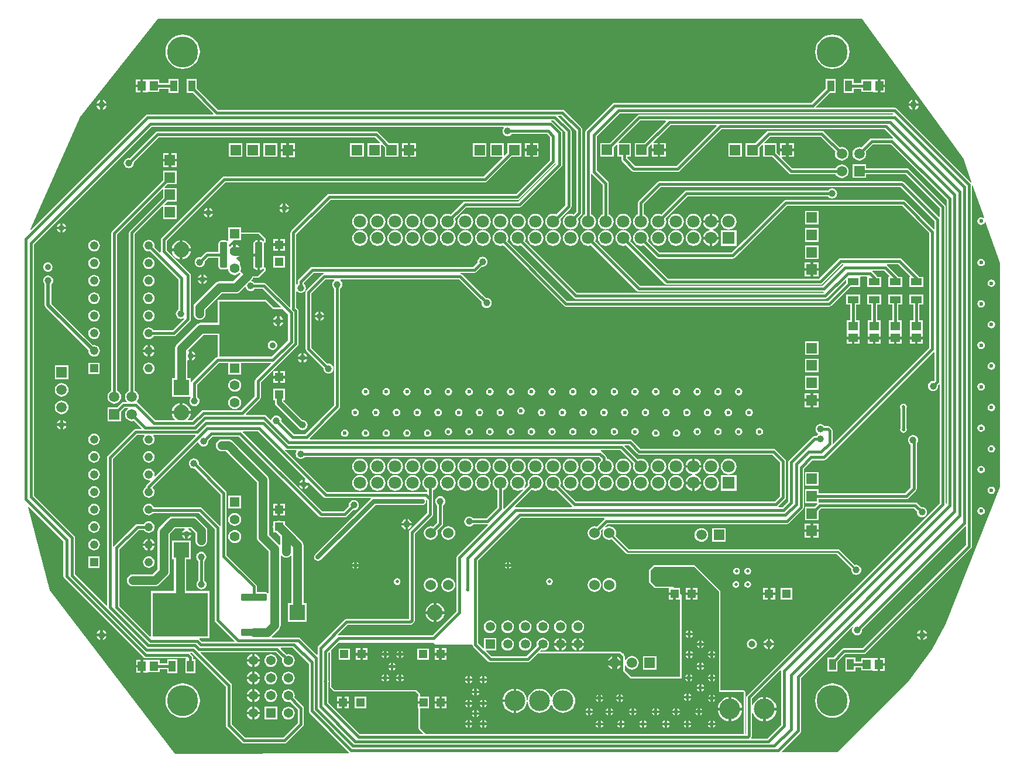
<source format=gbl>
G04*
G04 #@! TF.GenerationSoftware,Altium Limited,Altium Designer,21.4.1 (30)*
G04*
G04 Layer_Physical_Order=4*
G04 Layer_Color=16711680*
%FSLAX25Y25*%
%MOIN*%
G70*
G04*
G04 #@! TF.SameCoordinates,A47B8419-E6DC-47D0-8E32-9BAF03E0F130*
G04*
G04*
G04 #@! TF.FilePolarity,Positive*
G04*
G01*
G75*
%ADD20C,0.01000*%
%ADD21R,0.05315X0.04528*%
%ADD22R,0.03937X0.06102*%
%ADD23R,0.04528X0.05315*%
%ADD25R,0.06102X0.03937*%
%ADD27R,0.31496X0.25157*%
G04:AMPARAMS|DCode=28|XSize=41.73mil|YSize=148.82mil|CornerRadius=11.06mil|HoleSize=0mil|Usage=FLASHONLY|Rotation=270.000|XOffset=0mil|YOffset=0mil|HoleType=Round|Shape=RoundedRectangle|*
%AMROUNDEDRECTD28*
21,1,0.04173,0.12670,0,0,270.0*
21,1,0.01961,0.14882,0,0,270.0*
1,1,0.02212,-0.06335,-0.00981*
1,1,0.02212,-0.06335,0.00981*
1,1,0.02212,0.06335,0.00981*
1,1,0.02212,0.06335,-0.00981*
%
%ADD28ROUNDEDRECTD28*%
%ADD54R,0.05937X0.05937*%
%ADD66C,0.02362*%
%ADD67C,0.02500*%
%ADD68C,0.01500*%
%ADD70C,0.05000*%
%ADD71C,0.03000*%
%ADD72C,0.01968*%
%ADD74C,0.07087*%
%ADD75R,0.07087X0.07087*%
%ADD76R,0.05906X0.05906*%
%ADD77C,0.05906*%
%ADD78C,0.17717*%
%ADD79R,0.05937X0.05937*%
%ADD80R,0.05906X0.05906*%
%ADD81R,0.04724X0.04724*%
%ADD82C,0.11811*%
%ADD83R,0.08858X0.08858*%
%ADD84C,0.08858*%
%ADD85R,0.08858X0.08858*%
%ADD86C,0.05543*%
%ADD87R,0.05543X0.05543*%
%ADD88R,0.04724X0.04724*%
%ADD89C,0.05315*%
%ADD90R,0.05315X0.05315*%
%ADD91C,0.05394*%
%ADD92R,0.05394X0.05394*%
%ADD93C,0.06000*%
%ADD94C,0.04764*%
%ADD95R,0.04764X0.04764*%
%ADD96C,0.03500*%
%ADD97C,0.03937*%
%ADD98C,0.01968*%
G04:AMPARAMS|DCode=123|XSize=41.73mil|YSize=148.82mil|CornerRadius=11.06mil|HoleSize=0mil|Usage=FLASHONLY|Rotation=0.000|XOffset=0mil|YOffset=0mil|HoleType=Round|Shape=RoundedRectangle|*
%AMROUNDEDRECTD123*
21,1,0.04173,0.12670,0,0,0.0*
21,1,0.01961,0.14882,0,0,0.0*
1,1,0.02212,0.00981,-0.06335*
1,1,0.02212,-0.00981,-0.06335*
1,1,0.02212,-0.00981,0.06335*
1,1,0.02212,0.00981,0.06335*
%
%ADD123ROUNDEDRECTD123*%
%ADD124R,0.25157X0.31496*%
G36*
X281465Y362970D02*
X269111Y350616D01*
X263885D01*
Y342879D01*
X271622D01*
Y348368D01*
X273192Y349938D01*
X273654Y349747D01*
Y347498D01*
X276872D01*
Y350716D01*
X274623D01*
X274432Y351178D01*
X284186Y360932D01*
X310370D01*
X310562Y360470D01*
X287674Y337582D01*
X264097D01*
X259567Y342112D01*
Y342879D01*
X261753D01*
Y350616D01*
X254917D01*
X254725Y351078D01*
X267079Y363432D01*
X281274D01*
X281465Y362970D01*
D02*
G37*
G36*
X451131Y341411D02*
X455642Y328544D01*
X455208Y328271D01*
X413190Y370290D01*
X412644Y370654D01*
X412000Y370782D01*
X367079D01*
X366888Y371244D01*
X374993Y379349D01*
X378350D01*
Y387251D01*
X372613D01*
Y381728D01*
X364468Y373582D01*
X252300D01*
X251656Y373454D01*
X251110Y373090D01*
X251110Y373090D01*
X236123Y358102D01*
X235759Y357557D01*
X235631Y356913D01*
Y309961D01*
X235072Y309729D01*
X234144Y309017D01*
X233432Y308089D01*
X232984Y307008D01*
X232831Y305848D01*
X232984Y304688D01*
X233432Y303607D01*
X234144Y302679D01*
X235072Y301967D01*
X236153Y301519D01*
X236903Y301420D01*
X237242Y301376D01*
Y300871D01*
X236903Y300827D01*
X236153Y300728D01*
X235072Y300280D01*
X234144Y299568D01*
X233432Y298640D01*
X232984Y297559D01*
X232831Y296399D01*
X232984Y295239D01*
X233432Y294159D01*
X234144Y293230D01*
X235072Y292518D01*
X236153Y292070D01*
X237313Y291918D01*
X238473Y292070D01*
X239031Y292302D01*
X265064Y266269D01*
X265610Y265904D01*
X266254Y265776D01*
X371359D01*
X371541Y265542D01*
X371627Y265300D01*
X371464Y265082D01*
X231009D01*
X201411Y294681D01*
X201642Y295239D01*
X201795Y296399D01*
X201642Y297559D01*
X201194Y298640D01*
X200482Y299568D01*
X199554Y300280D01*
X198473Y300728D01*
X197723Y300827D01*
X197384Y300871D01*
Y301376D01*
X197723Y301420D01*
X198473Y301519D01*
X199554Y301967D01*
X200482Y302679D01*
X201194Y303607D01*
X201642Y304688D01*
X201795Y305848D01*
X201642Y307008D01*
X201194Y308089D01*
X200482Y309017D01*
X199554Y309729D01*
X198473Y310177D01*
X197313Y310330D01*
X196153Y310177D01*
X195072Y309729D01*
X194144Y309017D01*
X193432Y308089D01*
X192984Y307008D01*
X192831Y305848D01*
X192984Y304688D01*
X193432Y303607D01*
X194144Y302679D01*
X195072Y301967D01*
X196153Y301519D01*
X196903Y301420D01*
X197242Y301376D01*
Y300871D01*
X196903Y300827D01*
X196153Y300728D01*
X195072Y300280D01*
X194144Y299568D01*
X193432Y298640D01*
X192984Y297559D01*
X192831Y296399D01*
X192984Y295239D01*
X193432Y294159D01*
X194144Y293230D01*
X195072Y292518D01*
X196153Y292070D01*
X197313Y291918D01*
X198473Y292070D01*
X199031Y292302D01*
X229123Y262210D01*
X229668Y261846D01*
X230312Y261718D01*
X372300D01*
X372944Y261846D01*
X373490Y262210D01*
X383887Y272608D01*
X384349Y272416D01*
Y271029D01*
X374002Y260682D01*
X225409D01*
X191411Y294681D01*
X191642Y295239D01*
X191795Y296399D01*
X191642Y297559D01*
X191194Y298640D01*
X190482Y299568D01*
X189554Y300280D01*
X188473Y300728D01*
X187723Y300827D01*
X187384Y300871D01*
Y301376D01*
X187723Y301420D01*
X188473Y301519D01*
X189554Y301967D01*
X190482Y302679D01*
X191194Y303607D01*
X191642Y304688D01*
X191795Y305848D01*
X191642Y307008D01*
X191194Y308089D01*
X190482Y309017D01*
X189554Y309729D01*
X188473Y310177D01*
X187313Y310330D01*
X186153Y310177D01*
X185072Y309729D01*
X184144Y309017D01*
X183432Y308089D01*
X182984Y307008D01*
X182831Y305848D01*
X182984Y304688D01*
X183432Y303607D01*
X184144Y302679D01*
X185072Y301967D01*
X186153Y301519D01*
X186903Y301420D01*
X187242Y301376D01*
Y300871D01*
X186903Y300827D01*
X186153Y300728D01*
X185072Y300280D01*
X184144Y299568D01*
X183432Y298640D01*
X182984Y297559D01*
X182831Y296399D01*
X182984Y295239D01*
X183432Y294159D01*
X184144Y293230D01*
X185072Y292518D01*
X186153Y292070D01*
X187313Y291918D01*
X188473Y292070D01*
X189031Y292302D01*
X223523Y257810D01*
X224068Y257446D01*
X224712Y257318D01*
X224712Y257318D01*
X374699D01*
X375343Y257446D01*
X375889Y257810D01*
X386728Y268650D01*
X392251D01*
Y274387D01*
X392649Y274634D01*
X395951D01*
X396349Y274387D01*
Y268650D01*
X404251D01*
Y274387D01*
X401876D01*
X401854Y274495D01*
X401490Y275041D01*
X399113Y277418D01*
X399199Y277763D01*
X399305Y277918D01*
X405803D01*
X408872Y274849D01*
X408681Y274387D01*
X408349D01*
Y268650D01*
X416251D01*
Y274387D01*
X413866D01*
X413854Y274444D01*
X413490Y274990D01*
X407690Y280790D01*
X407597Y280852D01*
X407489Y281525D01*
X407562Y281618D01*
X413890D01*
X420659Y274849D01*
X420468Y274387D01*
X420349D01*
Y268650D01*
X428251D01*
Y274387D01*
X425750D01*
X425490Y274776D01*
X415776Y284490D01*
X415230Y284854D01*
X414587Y284982D01*
X381267D01*
X381267Y284982D01*
X380623Y284854D01*
X380078Y284490D01*
X368789Y273200D01*
X282891D01*
X261410Y294681D01*
X261642Y295239D01*
X261795Y296399D01*
X261642Y297559D01*
X261194Y298640D01*
X260482Y299568D01*
X259554Y300280D01*
X258473Y300728D01*
X257723Y300827D01*
X257384Y300871D01*
Y301376D01*
X257723Y301420D01*
X258473Y301519D01*
X259554Y301967D01*
X260482Y302679D01*
X261194Y303607D01*
X261642Y304688D01*
X261795Y305848D01*
X261642Y307008D01*
X261194Y308089D01*
X260482Y309017D01*
X259554Y309729D01*
X258473Y310177D01*
X257313Y310330D01*
X256153Y310177D01*
X255072Y309729D01*
X254144Y309017D01*
X253432Y308089D01*
X252984Y307008D01*
X252831Y305848D01*
X252984Y304688D01*
X253432Y303607D01*
X254144Y302679D01*
X255072Y301967D01*
X256153Y301519D01*
X256903Y301420D01*
X257242Y301376D01*
Y300871D01*
X256903Y300827D01*
X256153Y300728D01*
X255072Y300280D01*
X254144Y299568D01*
X253432Y298640D01*
X252984Y297559D01*
X252831Y296399D01*
X252984Y295239D01*
X253432Y294159D01*
X254144Y293230D01*
X255072Y292518D01*
X256153Y292070D01*
X257313Y291918D01*
X258473Y292070D01*
X259031Y292302D01*
X281005Y270328D01*
X281550Y269964D01*
X282194Y269836D01*
X282194Y269836D01*
X369485D01*
X370129Y269964D01*
X370675Y270328D01*
X381964Y281618D01*
X382538D01*
X382611Y281525D01*
X382503Y280852D01*
X382410Y280790D01*
X370761Y269141D01*
X266951D01*
X241410Y294681D01*
X241642Y295239D01*
X241795Y296399D01*
X241642Y297559D01*
X241194Y298640D01*
X240482Y299568D01*
X239554Y300280D01*
X238473Y300728D01*
X237723Y300827D01*
X237384Y300871D01*
Y301376D01*
X237723Y301420D01*
X238473Y301519D01*
X239554Y301967D01*
X240482Y302679D01*
X241194Y303607D01*
X241642Y304688D01*
X241795Y305848D01*
X241642Y307008D01*
X241194Y308089D01*
X240482Y309017D01*
X239554Y309729D01*
X238995Y309961D01*
Y332834D01*
X239180Y332954D01*
X239495Y333026D01*
X245631Y326890D01*
Y309961D01*
X245072Y309729D01*
X244144Y309017D01*
X243432Y308089D01*
X242984Y307008D01*
X242831Y305848D01*
X242984Y304688D01*
X243432Y303607D01*
X244144Y302679D01*
X245072Y301967D01*
X246153Y301519D01*
X246903Y301420D01*
X247242Y301376D01*
Y300871D01*
X246903Y300827D01*
X246153Y300728D01*
X245072Y300280D01*
X244144Y299568D01*
X243432Y298640D01*
X242984Y297559D01*
X242831Y296399D01*
X242984Y295239D01*
X243432Y294159D01*
X244144Y293230D01*
X245072Y292518D01*
X246153Y292070D01*
X247313Y291918D01*
X248473Y292070D01*
X249554Y292518D01*
X250482Y293230D01*
X251194Y294159D01*
X251642Y295239D01*
X251795Y296399D01*
X251642Y297559D01*
X251194Y298640D01*
X250482Y299568D01*
X249554Y300280D01*
X248473Y300728D01*
X247723Y300827D01*
X247384Y300871D01*
Y301376D01*
X247723Y301420D01*
X248473Y301519D01*
X249554Y301967D01*
X250482Y302679D01*
X251194Y303607D01*
X251642Y304688D01*
X251795Y305848D01*
X251642Y307008D01*
X251194Y308089D01*
X250482Y309017D01*
X249554Y309729D01*
X248995Y309961D01*
Y327587D01*
X248995Y327587D01*
X248867Y328231D01*
X248502Y328777D01*
X248502Y328777D01*
X242287Y334992D01*
Y354508D01*
X255197Y367418D01*
X410933D01*
X411014Y367297D01*
X410747Y366797D01*
X266382D01*
X266382Y366797D01*
X265739Y366669D01*
X265193Y366304D01*
X249505Y350616D01*
X244147D01*
Y342879D01*
X251884D01*
Y348237D01*
X253554Y349907D01*
X254016Y349715D01*
Y342879D01*
X256202D01*
Y341416D01*
X256330Y340772D01*
X256695Y340226D01*
X262210Y334710D01*
X262756Y334346D01*
X263400Y334218D01*
X288371D01*
X289015Y334346D01*
X289561Y334710D01*
X313282Y358432D01*
X406389D01*
X411052Y353769D01*
X410806Y353308D01*
X410392Y353390D01*
X398864D01*
X398864Y353390D01*
X398220Y353262D01*
X397674Y352898D01*
X397674Y352898D01*
X393031Y348254D01*
X392770Y348361D01*
X391764Y348494D01*
X390758Y348361D01*
X389821Y347973D01*
X389016Y347356D01*
X388399Y346551D01*
X388011Y345614D01*
X387878Y344608D01*
X388011Y343602D01*
X388399Y342665D01*
X389016Y341860D01*
X389821Y341243D01*
X390758Y340854D01*
X391764Y340722D01*
X392770Y340854D01*
X393707Y341243D01*
X394512Y341860D01*
X395129Y342665D01*
X395518Y343602D01*
X395650Y344608D01*
X395518Y345614D01*
X395410Y345874D01*
X399561Y350026D01*
X409695D01*
X441560Y318161D01*
Y145017D01*
X441558Y145014D01*
X441446Y144947D01*
X440946Y145231D01*
Y314136D01*
X440818Y314780D01*
X440454Y315325D01*
X419982Y335798D01*
X419436Y336162D01*
X418792Y336290D01*
X395617D01*
Y338461D01*
X387911D01*
Y330755D01*
X395617D01*
Y332926D01*
X418095D01*
X437582Y313439D01*
Y308666D01*
X437120Y308475D01*
X417266Y328329D01*
X416720Y328694D01*
X416076Y328822D01*
X277896D01*
X277252Y328694D01*
X276706Y328329D01*
X266123Y317746D01*
X265759Y317201D01*
X265631Y316557D01*
Y309961D01*
X265072Y309729D01*
X264144Y309017D01*
X263432Y308089D01*
X262984Y307008D01*
X262831Y305848D01*
X262984Y304688D01*
X263432Y303607D01*
X264144Y302679D01*
X265072Y301967D01*
X266153Y301519D01*
X267242Y301376D01*
Y300871D01*
X266153Y300728D01*
X265072Y300280D01*
X264144Y299568D01*
X263432Y298640D01*
X262984Y297559D01*
X262831Y296399D01*
X262984Y295239D01*
X263432Y294159D01*
X264144Y293230D01*
X265072Y292518D01*
X266153Y292070D01*
X267313Y291918D01*
X268473Y292070D01*
X269031Y292302D01*
X276123Y285210D01*
X276123Y285210D01*
X276668Y284846D01*
X277312Y284718D01*
X319749D01*
X320392Y284846D01*
X320938Y285210D01*
X328890Y293162D01*
X328890Y293162D01*
X350546Y314818D01*
X416203D01*
X431718Y299303D01*
Y233797D01*
X376935Y179015D01*
X376474Y179261D01*
X376482Y179300D01*
X376482Y179300D01*
Y186621D01*
X376354Y187265D01*
X375990Y187811D01*
X375111Y188690D01*
X374565Y189054D01*
X373921Y189182D01*
X371981D01*
X371702Y189546D01*
X371103Y190006D01*
X370405Y190295D01*
X369656Y190393D01*
X368907Y190295D01*
X368210Y190006D01*
X367610Y189546D01*
X367150Y188947D01*
X366861Y188249D01*
X366763Y187500D01*
X366861Y186751D01*
X367150Y186053D01*
X367610Y185454D01*
X368210Y184994D01*
X368388Y184921D01*
Y184379D01*
X368210Y184306D01*
X367610Y183846D01*
X367331Y183482D01*
X366194D01*
X366193Y183482D01*
X365550Y183354D01*
X365004Y182990D01*
X365004Y182990D01*
X351610Y169596D01*
X351246Y169050D01*
X351118Y168407D01*
Y146197D01*
X347907Y142986D01*
X345829D01*
X345622Y143486D01*
X349554Y147418D01*
X349554Y147418D01*
X349918Y147964D01*
X350046Y148608D01*
X350046Y148608D01*
Y169201D01*
X350046Y169201D01*
X349918Y169845D01*
X349554Y170390D01*
X349554Y170390D01*
X344047Y175898D01*
X343501Y176262D01*
X342857Y176390D01*
X267110D01*
X262311Y181190D01*
X261765Y181554D01*
X261121Y181682D01*
X78769D01*
X78562Y182182D01*
X95590Y199210D01*
X95954Y199756D01*
X96082Y200400D01*
X96082Y200400D01*
Y267675D01*
X96446Y267954D01*
X96906Y268553D01*
X97195Y269251D01*
X97293Y270000D01*
X97195Y270749D01*
X96906Y271447D01*
X96446Y272046D01*
X96146Y272276D01*
X96316Y272776D01*
X163717D01*
X171766Y264727D01*
X171766Y264726D01*
X176631Y259862D01*
X176571Y259408D01*
X176670Y258659D01*
X176959Y257961D01*
X177418Y257362D01*
X178017Y256902D01*
X178715Y256613D01*
X179464Y256515D01*
X180213Y256613D01*
X180911Y256902D01*
X181510Y257362D01*
X181970Y257961D01*
X182259Y258659D01*
X182357Y259408D01*
X182259Y260157D01*
X181970Y260855D01*
X181510Y261454D01*
X180911Y261914D01*
X180213Y262203D01*
X179464Y262301D01*
X179010Y262241D01*
X174146Y267106D01*
X174146Y267106D01*
X174145Y267106D01*
X165604Y275647D01*
X165058Y276012D01*
X164583Y276107D01*
X164632Y276607D01*
X172545D01*
X173189Y276735D01*
X173735Y277099D01*
X176710Y280075D01*
X177164Y280015D01*
X177913Y280113D01*
X178611Y280402D01*
X179210Y280862D01*
X179670Y281461D01*
X179959Y282159D01*
X180057Y282908D01*
X179959Y283657D01*
X179670Y284355D01*
X179210Y284954D01*
X178611Y285414D01*
X177913Y285703D01*
X177164Y285801D01*
X176415Y285703D01*
X175717Y285414D01*
X175118Y284954D01*
X174659Y284355D01*
X174370Y283657D01*
X174271Y282908D01*
X174331Y282454D01*
X171848Y279971D01*
X80189D01*
X79545Y279843D01*
X79000Y279479D01*
X72410Y272890D01*
X72046Y272344D01*
X71918Y271700D01*
Y270357D01*
X71554Y270078D01*
X71535Y270053D01*
X71035Y270222D01*
Y298700D01*
X90553Y318218D01*
X196958D01*
X197601Y318346D01*
X198147Y318710D01*
X218396Y338959D01*
X218767Y338918D01*
X218943Y338832D01*
X218965Y338744D01*
X197603Y317382D01*
X167165D01*
X166521Y317254D01*
X165975Y316890D01*
X159031Y309946D01*
X158473Y310177D01*
X157313Y310330D01*
X156153Y310177D01*
X155072Y309729D01*
X154144Y309017D01*
X153432Y308089D01*
X152984Y307008D01*
X152831Y305848D01*
X152984Y304688D01*
X153432Y303607D01*
X154144Y302679D01*
X155072Y301967D01*
X156153Y301519D01*
X156903Y301420D01*
X157242Y301376D01*
Y300871D01*
X156903Y300827D01*
X156153Y300728D01*
X155072Y300280D01*
X154144Y299568D01*
X153432Y298640D01*
X152984Y297559D01*
X152831Y296399D01*
X152984Y295239D01*
X153432Y294159D01*
X154144Y293230D01*
X155072Y292518D01*
X156153Y292070D01*
X157313Y291918D01*
X158473Y292070D01*
X159554Y292518D01*
X160482Y293230D01*
X161194Y294159D01*
X161642Y295239D01*
X161795Y296399D01*
X161642Y297559D01*
X161194Y298640D01*
X160482Y299568D01*
X159554Y300280D01*
X158473Y300728D01*
X157723Y300827D01*
X157384Y300871D01*
Y301376D01*
X157723Y301420D01*
X158473Y301519D01*
X159554Y301967D01*
X160482Y302679D01*
X161194Y303607D01*
X161642Y304688D01*
X161795Y305848D01*
X161642Y307008D01*
X161410Y307566D01*
X167862Y314018D01*
X198300D01*
X198944Y314146D01*
X199490Y314510D01*
X222061Y337082D01*
X222425Y337627D01*
X222553Y338271D01*
Y356429D01*
X222425Y357073D01*
X222061Y357618D01*
X222061Y357618D01*
X216990Y362690D01*
X216444Y363054D01*
X216125Y363118D01*
X216174Y363618D01*
X217503D01*
X224418Y356703D01*
Y315177D01*
X219141Y309900D01*
X218473Y310177D01*
X217313Y310330D01*
X216153Y310177D01*
X215072Y309729D01*
X214144Y309017D01*
X213432Y308089D01*
X212984Y307008D01*
X212831Y305848D01*
X212984Y304688D01*
X213432Y303607D01*
X214144Y302679D01*
X215072Y301967D01*
X216153Y301519D01*
X216903Y301420D01*
X217242Y301376D01*
Y300871D01*
X216903Y300827D01*
X216153Y300728D01*
X215072Y300280D01*
X214144Y299568D01*
X213432Y298640D01*
X212984Y297559D01*
X212831Y296399D01*
X212984Y295239D01*
X213432Y294159D01*
X214144Y293230D01*
X215072Y292518D01*
X216153Y292070D01*
X217313Y291918D01*
X218473Y292070D01*
X219554Y292518D01*
X220482Y293230D01*
X221194Y294159D01*
X221642Y295239D01*
X221795Y296399D01*
X221642Y297559D01*
X221194Y298640D01*
X220482Y299568D01*
X219554Y300280D01*
X218473Y300728D01*
X217723Y300827D01*
X217384Y300871D01*
Y301376D01*
X217723Y301420D01*
X218473Y301519D01*
X219554Y301967D01*
X220482Y302679D01*
X221194Y303607D01*
X221642Y304688D01*
X221795Y305848D01*
X221642Y307008D01*
X221456Y307457D01*
X227290Y313291D01*
X227290Y313291D01*
X227654Y313837D01*
X227782Y314480D01*
X227782Y314480D01*
Y357400D01*
X227782Y357400D01*
X227654Y358044D01*
X227290Y358590D01*
X227290Y358590D01*
X220124Y365756D01*
X220315Y366218D01*
X222003D01*
X230518Y357703D01*
Y311432D01*
X229031Y309946D01*
X228473Y310177D01*
X227313Y310330D01*
X226153Y310177D01*
X225072Y309729D01*
X224144Y309017D01*
X223432Y308089D01*
X222984Y307008D01*
X222831Y305848D01*
X222984Y304688D01*
X223432Y303607D01*
X224144Y302679D01*
X225072Y301967D01*
X226153Y301519D01*
X226903Y301420D01*
X227242Y301376D01*
Y300871D01*
X226903Y300827D01*
X226153Y300728D01*
X225072Y300280D01*
X224144Y299568D01*
X223432Y298640D01*
X222984Y297559D01*
X222831Y296399D01*
X222984Y295239D01*
X223432Y294159D01*
X224144Y293230D01*
X225072Y292518D01*
X226153Y292070D01*
X227313Y291918D01*
X228473Y292070D01*
X229554Y292518D01*
X230482Y293230D01*
X231194Y294159D01*
X231642Y295239D01*
X231795Y296399D01*
X231642Y297559D01*
X231194Y298640D01*
X230482Y299568D01*
X229554Y300280D01*
X228473Y300728D01*
X227723Y300827D01*
X227384Y300871D01*
Y301376D01*
X227723Y301420D01*
X228473Y301519D01*
X229554Y301967D01*
X230482Y302679D01*
X231194Y303607D01*
X231642Y304688D01*
X231795Y305848D01*
X231642Y307008D01*
X231411Y307566D01*
X233390Y309546D01*
X233390Y309546D01*
X233754Y310091D01*
X233882Y310735D01*
X233882Y310735D01*
Y358400D01*
X233754Y359044D01*
X233390Y359590D01*
X233390Y359590D01*
X223890Y369090D01*
X223344Y369454D01*
X222700Y369582D01*
X26421D01*
X14292Y381712D01*
Y387235D01*
X8555D01*
Y379332D01*
X11913D01*
X23801Y367444D01*
X23610Y366982D01*
X-13700D01*
X-14344Y366854D01*
X-14890Y366490D01*
X-80045Y301334D01*
X-80457Y301617D01*
X-52008Y365430D01*
X-7858Y421655D01*
X393105D01*
X451131Y341411D01*
D02*
G37*
G36*
X462797Y308135D02*
X462380Y307812D01*
X461944Y308104D01*
X461132Y308265D01*
X460320Y308104D01*
X459631Y307644D01*
X459171Y306955D01*
X459010Y306143D01*
X459171Y305331D01*
X459631Y304643D01*
X460320Y304183D01*
X461132Y304021D01*
X461944Y304183D01*
X462632Y304643D01*
X463092Y305331D01*
X463149Y305619D01*
X463666Y305655D01*
X471900Y282168D01*
Y154474D01*
X440896Y76321D01*
X433379Y62013D01*
X420122Y44168D01*
X379275Y3321D01*
X374687D01*
X347785Y3252D01*
X347593Y3714D01*
X358125Y14246D01*
X358490Y14792D01*
X358618Y15435D01*
Y45682D01*
X387965Y75029D01*
X388342Y74699D01*
X387994Y74247D01*
X387705Y73549D01*
X387607Y72800D01*
X387705Y72051D01*
X387994Y71353D01*
X388454Y70754D01*
X389053Y70294D01*
X389751Y70005D01*
X390500Y69907D01*
X391249Y70005D01*
X391947Y70294D01*
X392546Y70754D01*
X393006Y71353D01*
X393295Y72051D01*
X393393Y72800D01*
X393333Y73254D01*
X452056Y131976D01*
X452518Y131785D01*
Y121297D01*
X393703Y62482D01*
X382899D01*
X382899Y62482D01*
X382255Y62354D01*
X381710Y61990D01*
X381710Y61990D01*
X376971Y57251D01*
X373613D01*
Y49349D01*
X379350D01*
Y54872D01*
X383596Y59118D01*
X394400D01*
X395044Y59246D01*
X395590Y59610D01*
X455390Y119410D01*
X455754Y119956D01*
X455882Y120600D01*
Y326347D01*
X456382Y326432D01*
X462797Y308135D01*
D02*
G37*
G36*
X189179Y359318D02*
X188894Y358947D01*
X188605Y358249D01*
X188507Y357500D01*
X188605Y356751D01*
X188894Y356053D01*
X189354Y355454D01*
X189953Y354994D01*
X190651Y354705D01*
X191400Y354607D01*
X192149Y354705D01*
X192847Y354994D01*
X193446Y355454D01*
X193725Y355818D01*
X213775D01*
X215618Y353975D01*
Y340939D01*
X196261Y321582D01*
X89856D01*
X89212Y321454D01*
X88667Y321090D01*
X88667Y321090D01*
X68163Y300586D01*
X67798Y300040D01*
X67670Y299396D01*
Y257220D01*
X67208Y257029D01*
X53940Y270298D01*
X53394Y270662D01*
X52750Y270790D01*
X47293D01*
X47029Y271135D01*
X46430Y271595D01*
X45732Y271884D01*
X45552Y271907D01*
X45391Y272381D01*
X45641Y272630D01*
X46186Y273341D01*
X46353Y273744D01*
X49270D01*
X49622Y273814D01*
X49919Y274013D01*
X53384Y277477D01*
X53583Y277775D01*
X53653Y278126D01*
Y278910D01*
X53644Y278955D01*
X53648Y279000D01*
X53609Y279129D01*
X53583Y279262D01*
X53557Y279299D01*
X53544Y279343D01*
X53459Y279447D01*
X53384Y279559D01*
X53346Y279585D01*
X53317Y279620D01*
X53198Y279683D01*
X53086Y279758D01*
X53041Y279767D01*
X53001Y279789D01*
X52579Y279917D01*
X52690Y280473D01*
Y293143D01*
X52579Y293699D01*
X53001Y293827D01*
X53041Y293849D01*
X53086Y293858D01*
X53198Y293933D01*
X53317Y293996D01*
X53346Y294031D01*
X53384Y294057D01*
X53459Y294169D01*
X53544Y294273D01*
X53557Y294316D01*
X53583Y294354D01*
X53609Y294486D01*
X53648Y294615D01*
X53644Y294661D01*
X53653Y294705D01*
Y295729D01*
X53583Y296080D01*
X53384Y296378D01*
X50347Y299415D01*
X50049Y299614D01*
X49698Y299684D01*
X39505D01*
Y302438D01*
X32162D01*
Y295143D01*
X31788Y294792D01*
X31427Y295033D01*
X30645Y295188D01*
X28683D01*
X27901Y295033D01*
X27237Y294589D01*
X26794Y293926D01*
X26638Y293143D01*
Y288490D01*
X20108D01*
X19464Y288362D01*
X18918Y287998D01*
X18918Y287998D01*
X16454Y285533D01*
X16000Y285593D01*
X15251Y285495D01*
X14553Y285206D01*
X13954Y284746D01*
X13494Y284147D01*
X13205Y283449D01*
X13107Y282700D01*
X13205Y281951D01*
X13494Y281253D01*
X13954Y280654D01*
X14553Y280194D01*
X15251Y279905D01*
X16000Y279807D01*
X16749Y279905D01*
X17447Y280194D01*
X18046Y280654D01*
X18506Y281253D01*
X18795Y281951D01*
X18893Y282700D01*
X18833Y283154D01*
X20805Y285126D01*
X26638D01*
Y280473D01*
X26794Y279690D01*
X27237Y279027D01*
X27901Y278583D01*
X28683Y278428D01*
X30645D01*
X31427Y278583D01*
X31670Y278746D01*
X32207Y278503D01*
X32257Y278123D01*
X32627Y277230D01*
X33215Y276463D01*
X33982Y275874D01*
X34875Y275504D01*
X35834Y275378D01*
X36792Y275504D01*
X37685Y275874D01*
X38453Y276463D01*
X38477Y276494D01*
X38976Y276527D01*
X39406Y276096D01*
X35093Y271782D01*
X27253D01*
X26366Y271666D01*
X25538Y271323D01*
X24828Y270778D01*
X13492Y259441D01*
X12947Y258731D01*
X12604Y257904D01*
X12487Y257016D01*
Y253208D01*
X12604Y252320D01*
X12947Y251493D01*
X13492Y250783D01*
X14202Y250238D01*
X15029Y249895D01*
X15916Y249779D01*
X16804Y249895D01*
X17631Y250238D01*
X18341Y250783D01*
X18886Y251493D01*
X19229Y252320D01*
X19346Y253208D01*
Y255596D01*
X28673Y264924D01*
X36514D01*
X37401Y265041D01*
X38228Y265383D01*
X38939Y265928D01*
X41691Y268681D01*
X42165Y268520D01*
X42189Y268340D01*
X42478Y267642D01*
X42937Y267043D01*
X43536Y266583D01*
X44234Y266294D01*
X44983Y266196D01*
X45732Y266294D01*
X46430Y266583D01*
X47029Y267043D01*
X47322Y267426D01*
X52053D01*
X62152Y257327D01*
X61960Y256865D01*
X58236D01*
X54150Y260951D01*
X54149Y260951D01*
X54149Y260951D01*
X53994Y261055D01*
X53852Y261150D01*
X53852Y261150D01*
X53852Y261150D01*
X53675Y261185D01*
X53579Y261204D01*
X53143Y261369D01*
X53143Y261369D01*
X53143Y261369D01*
X26185D01*
Y248151D01*
X16696D01*
X15808Y248034D01*
X14981Y247691D01*
X14271Y247146D01*
X3059Y235934D01*
X2513Y235224D01*
X2171Y234397D01*
X2054Y233509D01*
Y216712D01*
X154D01*
Y206054D01*
X10558D01*
X10960Y205622D01*
X10954Y205546D01*
X10494Y204947D01*
X10205Y204249D01*
X10107Y203500D01*
X10205Y202751D01*
X10494Y202053D01*
X10954Y201454D01*
X11553Y200994D01*
X12251Y200705D01*
X13000Y200607D01*
X13749Y200705D01*
X14447Y200994D01*
X15046Y201454D01*
X15506Y202053D01*
X15795Y202751D01*
X15893Y203500D01*
X15795Y204249D01*
X15506Y204947D01*
X15046Y205546D01*
X14557Y205921D01*
Y212846D01*
X26989Y225278D01*
X32293D01*
Y218637D01*
X39636D01*
Y225278D01*
X56502D01*
X56693Y224816D01*
X47913Y216036D01*
X47548Y215490D01*
X47420Y214846D01*
Y206093D01*
X39689Y198362D01*
X18144D01*
X17500Y198233D01*
X16954Y197869D01*
X11570Y192484D01*
X9319D01*
X9158Y192958D01*
X9356Y193109D01*
X10226Y194243D01*
X10773Y195564D01*
X10861Y196231D01*
X5483D01*
X106D01*
X194Y195564D01*
X741Y194243D01*
X1611Y193109D01*
X1808Y192958D01*
X1648Y192484D01*
X-9227D01*
X-19138Y202395D01*
X-19633Y202726D01*
X-19699Y202838D01*
X-19788Y203290D01*
X-19271Y203965D01*
X-18882Y204902D01*
X-18750Y205908D01*
X-18882Y206914D01*
X-19271Y207851D01*
X-19888Y208656D01*
X-20693Y209273D01*
X-20954Y209381D01*
Y298711D01*
X-5266Y314398D01*
X-4804Y314207D01*
Y307371D01*
X2933D01*
Y315108D01*
X-3904D01*
X-4095Y315570D01*
X-2425Y317239D01*
X2933D01*
Y324976D01*
X-3904D01*
X-4095Y325438D01*
X-2425Y327108D01*
X2933D01*
Y334845D01*
X-4804D01*
Y329487D01*
X-33825Y300466D01*
X-34190Y299921D01*
X-34318Y299277D01*
Y209381D01*
X-34579Y209273D01*
X-35384Y208656D01*
X-36001Y207851D01*
X-36389Y206914D01*
X-36522Y205908D01*
X-36389Y204902D01*
X-36001Y203965D01*
X-35384Y203160D01*
X-34579Y202543D01*
X-33642Y202154D01*
X-32636Y202022D01*
X-31630Y202154D01*
X-30693Y202543D01*
X-29888Y203160D01*
X-29270Y203965D01*
X-28882Y204902D01*
X-28750Y205908D01*
X-28882Y206914D01*
X-29270Y207851D01*
X-29888Y208656D01*
X-30693Y209273D01*
X-30954Y209381D01*
Y298580D01*
X-5266Y324267D01*
X-4804Y324076D01*
Y319619D01*
X-23825Y300598D01*
X-24190Y300052D01*
X-24318Y299408D01*
Y209381D01*
X-24579Y209273D01*
X-25384Y208656D01*
X-26001Y207851D01*
X-26390Y206914D01*
X-26522Y205908D01*
X-26390Y204902D01*
X-26001Y203965D01*
X-25558Y203387D01*
X-25805Y202888D01*
X-27339D01*
X-27339Y202888D01*
X-27982Y202759D01*
X-28528Y202395D01*
X-31162Y199761D01*
X-36489D01*
Y192055D01*
X-28783D01*
Y197381D01*
X-26642Y199523D01*
X-25075D01*
X-24905Y199023D01*
X-25384Y198656D01*
X-26001Y197851D01*
X-26390Y196914D01*
X-26522Y195908D01*
X-26390Y194902D01*
X-26001Y193965D01*
X-25384Y193160D01*
X-24579Y192543D01*
X-23642Y192154D01*
X-22636Y192022D01*
X-21630Y192154D01*
X-21369Y192262D01*
X-17053Y187946D01*
X-17245Y187484D01*
X-20430D01*
X-21074Y187356D01*
X-21620Y186992D01*
X-36226Y172386D01*
X-36590Y171840D01*
X-36718Y171196D01*
Y87062D01*
X-37180Y86870D01*
X-55027Y104717D01*
Y125456D01*
X-55027Y125456D01*
X-55155Y126100D01*
X-55520Y126646D01*
X-55520Y126646D01*
X-78553Y149680D01*
Y292711D01*
X-11447Y359818D01*
X188933D01*
X189179Y359318D01*
D02*
G37*
G36*
X434718Y306119D02*
Y301769D01*
X434218Y301561D01*
X418090Y317690D01*
X417544Y318054D01*
X416900Y318182D01*
X349849D01*
X349849Y318182D01*
X349205Y318054D01*
X348659Y317690D01*
X348659Y317690D01*
X326510Y295541D01*
X326510Y295541D01*
X319052Y288082D01*
X278009D01*
X271410Y294681D01*
X271642Y295239D01*
X271795Y296399D01*
X271642Y297559D01*
X271194Y298640D01*
X270482Y299568D01*
X269554Y300280D01*
X268473Y300728D01*
X267384Y300871D01*
Y301376D01*
X268473Y301519D01*
X269554Y301967D01*
X270482Y302679D01*
X271194Y303607D01*
X271642Y304688D01*
X271795Y305848D01*
X271642Y307008D01*
X271194Y308089D01*
X270482Y309017D01*
X269554Y309729D01*
X268995Y309961D01*
Y315860D01*
X278592Y325457D01*
X415379D01*
X434718Y306119D01*
D02*
G37*
G36*
X52735Y295729D02*
Y294705D01*
X52235Y294554D01*
X52163Y294661D01*
X51467Y295127D01*
X50645Y295290D01*
X50414D01*
Y286808D01*
Y278326D01*
X50645D01*
X51467Y278489D01*
X52163Y278955D01*
X52235Y279062D01*
X52735Y278910D01*
Y278126D01*
X49270Y274661D01*
X42138D01*
X39212Y277588D01*
X39255Y277664D01*
X39505Y278598D01*
Y279565D01*
X39255Y280499D01*
X38900Y281114D01*
Y282800D01*
X36910Y284790D01*
X37060Y285348D01*
X37290Y285409D01*
X38150Y285906D01*
X38852Y286608D01*
X39349Y287468D01*
X39538Y288174D01*
X35834D01*
Y288924D01*
X35084D01*
Y292628D01*
X34378Y292439D01*
X33518Y291942D01*
X33200Y291624D01*
X32700Y291831D01*
Y292400D01*
X33900Y293600D01*
X33900Y293600D01*
X33858Y293658D01*
X35295Y295095D01*
X39505D01*
Y298766D01*
X49698D01*
X52735Y295729D01*
D02*
G37*
G36*
X86789Y276107D02*
X86314Y276012D01*
X85768Y275647D01*
X85768Y275647D01*
X76874Y266753D01*
X76509Y266207D01*
X76381Y265563D01*
Y233118D01*
X76509Y232474D01*
X76874Y231929D01*
X86469Y222333D01*
X86425Y222000D01*
X86524Y221251D01*
X86813Y220553D01*
X87273Y219954D01*
X87872Y219494D01*
X88570Y219205D01*
X89319Y219107D01*
X90067Y219205D01*
X90765Y219494D01*
X91364Y219954D01*
X91824Y220553D01*
X92113Y221251D01*
X92212Y222000D01*
X92113Y222749D01*
X91824Y223447D01*
X91364Y224046D01*
X90765Y224506D01*
X90067Y224795D01*
X89319Y224893D01*
X88743Y224817D01*
X79746Y233815D01*
Y264866D01*
X87655Y272776D01*
X92484D01*
X92654Y272276D01*
X92354Y272046D01*
X91894Y271447D01*
X91605Y270749D01*
X91507Y270000D01*
X91605Y269251D01*
X91894Y268553D01*
X92354Y267954D01*
X92718Y267675D01*
Y201097D01*
X76203Y184582D01*
X69773D01*
X62489Y191867D01*
X62549Y192321D01*
X62450Y193070D01*
X62161Y193767D01*
X61701Y194367D01*
X61102Y194826D01*
X60404Y195115D01*
X59655Y195214D01*
X58907Y195115D01*
X58209Y194826D01*
X57610Y194367D01*
X57150Y193767D01*
X56861Y193070D01*
X56835Y192874D01*
X56307Y192695D01*
X53812Y195190D01*
X53267Y195554D01*
X52623Y195682D01*
X42421D01*
X42230Y196144D01*
X50292Y204206D01*
X50292Y204206D01*
X50657Y204752D01*
X50785Y205396D01*
Y214150D01*
X71790Y235154D01*
X71790Y235154D01*
X72154Y235700D01*
X72282Y236344D01*
Y254794D01*
X72154Y255437D01*
X71790Y255983D01*
X71790Y255983D01*
X71035Y256738D01*
Y265841D01*
X71535Y266011D01*
X71554Y265986D01*
X72153Y265526D01*
X72851Y265237D01*
X73600Y265139D01*
X74349Y265237D01*
X75047Y265526D01*
X75646Y265986D01*
X76106Y266585D01*
X76395Y267283D01*
X76493Y268032D01*
X76395Y268781D01*
X76106Y269478D01*
X75646Y270078D01*
X75282Y270357D01*
Y271003D01*
X80886Y276607D01*
X86740D01*
X86789Y276107D01*
D02*
G37*
G36*
X57856Y255947D02*
X63147D01*
X66418Y252677D01*
Y238076D01*
X57341Y229000D01*
X51301D01*
X50947Y229354D01*
X50969Y239200D01*
X37257D01*
X36000Y240457D01*
Y245559D01*
X36100Y245600D01*
X36100Y245600D01*
Y248071D01*
X38228Y250200D01*
X50993D01*
X51015Y260302D01*
X53501Y260302D01*
X57856Y255947D01*
D02*
G37*
G36*
X26185Y228622D02*
X25648Y228515D01*
X25102Y228150D01*
X25102Y228150D01*
X11685Y214733D01*
X11320Y214187D01*
X11312Y214149D01*
X10813Y214198D01*
Y216712D01*
X8913D01*
Y226717D01*
X9361Y226938D01*
X9413Y226898D01*
X10050Y226634D01*
Y229300D01*
Y231966D01*
X9727Y231832D01*
X9179Y232121D01*
X9149Y232325D01*
X18116Y241292D01*
X26185D01*
Y228622D01*
D02*
G37*
G36*
X434718Y231331D02*
Y215341D01*
X434218Y214841D01*
X433764Y214901D01*
X433015Y214803D01*
X432317Y214514D01*
X431718Y214054D01*
X431258Y213455D01*
X430969Y212757D01*
X430871Y212008D01*
X430969Y211259D01*
X431258Y210561D01*
X431718Y209962D01*
X432317Y209502D01*
X433015Y209213D01*
X433764Y209115D01*
X434513Y209213D01*
X435211Y209502D01*
X435810Y209962D01*
X436270Y210561D01*
X436559Y211259D01*
X436657Y212008D01*
X436598Y212462D01*
X437120Y212984D01*
X437582Y212793D01*
Y145324D01*
X327874Y35617D01*
X327510Y35071D01*
X327382Y34427D01*
Y13525D01*
X326782D01*
Y37536D01*
X326712Y37887D01*
X326513Y38185D01*
X326215Y38384D01*
X325864Y38454D01*
X312718D01*
Y94740D01*
X312648Y95091D01*
X312449Y95389D01*
X298281Y109557D01*
X297983Y109756D01*
X297632Y109826D01*
X274964D01*
X274613Y109756D01*
X274315Y109557D01*
X272215Y107457D01*
X272016Y107159D01*
X271947Y106808D01*
Y100508D01*
X272016Y100157D01*
X272215Y99859D01*
X275015Y97059D01*
X275313Y96860D01*
X275664Y96790D01*
X283117Y96790D01*
Y94250D01*
X286479D01*
Y93500D01*
X287229D01*
Y90138D01*
X289669D01*
Y46061D01*
X261837D01*
X258318Y49580D01*
Y52440D01*
X258818Y52539D01*
X258935Y52257D01*
X259552Y51452D01*
X260357Y50835D01*
X261294Y50446D01*
X262300Y50314D01*
X263306Y50446D01*
X264243Y50835D01*
X265048Y51452D01*
X265665Y52257D01*
X266054Y53194D01*
X266186Y54200D01*
X266054Y55206D01*
X265665Y56143D01*
X265048Y56948D01*
X264243Y57565D01*
X263306Y57954D01*
X262300Y58086D01*
X261294Y57954D01*
X260357Y57565D01*
X259552Y56948D01*
X258935Y56143D01*
X258818Y55861D01*
X258318Y55960D01*
Y57698D01*
X258248Y58049D01*
X258049Y58347D01*
X257433Y58963D01*
Y59567D01*
X257383Y59617D01*
X256779D01*
X256155Y60241D01*
X256012Y60337D01*
X255872Y60433D01*
X255864Y60435D01*
X255857Y60440D01*
X255688Y60473D01*
X255522Y60509D01*
X255060Y60518D01*
X255051Y60516D01*
X255043Y60518D01*
X210206Y60518D01*
X210015Y60980D01*
X210424Y61388D01*
X210535Y61342D01*
X211464Y61220D01*
X212393Y61342D01*
X213258Y61700D01*
X214001Y62271D01*
X214572Y63014D01*
X214930Y63879D01*
X215052Y64808D01*
X214930Y65737D01*
X214572Y66602D01*
X214001Y67345D01*
X213258Y67915D01*
X212393Y68274D01*
X211464Y68396D01*
X210535Y68274D01*
X209670Y67915D01*
X208927Y67345D01*
X208357Y66602D01*
X207998Y65737D01*
X207876Y64808D01*
X207998Y63879D01*
X208045Y63767D01*
X202067Y57790D01*
X182193D01*
X179195Y60789D01*
X179386Y61251D01*
X185022D01*
Y68365D01*
X177907D01*
Y62730D01*
X177445Y62539D01*
X174747Y65237D01*
Y112611D01*
X198861Y136726D01*
X246378D01*
X246530Y136226D01*
X246488Y136197D01*
X246488Y136197D01*
X242209Y131919D01*
X241925Y132037D01*
X240907Y132171D01*
X239889Y132037D01*
X238940Y131644D01*
X238125Y131019D01*
X237500Y130204D01*
X237107Y129255D01*
X236973Y128237D01*
X237107Y127219D01*
X237500Y126270D01*
X238125Y125456D01*
X238940Y124831D01*
X239889Y124438D01*
X240907Y124304D01*
X241925Y124438D01*
X242874Y124831D01*
X243688Y125456D01*
X244313Y126270D01*
X244706Y127219D01*
X244840Y128237D01*
X244706Y129255D01*
X244588Y129540D01*
X245638Y130589D01*
X246014Y130259D01*
X245972Y130204D01*
X245580Y129255D01*
X245445Y128237D01*
X245580Y127219D01*
X245972Y126270D01*
X246598Y125456D01*
X247412Y124831D01*
X248361Y124438D01*
X249379Y124304D01*
X250397Y124438D01*
X250937Y124661D01*
X259007Y116591D01*
X259470Y116281D01*
X260016Y116173D01*
X260016Y116173D01*
X379009D01*
X387213Y107968D01*
X387205Y107949D01*
X387107Y107200D01*
X387205Y106451D01*
X387494Y105753D01*
X387954Y105154D01*
X388553Y104694D01*
X389251Y104405D01*
X390000Y104307D01*
X390749Y104405D01*
X391447Y104694D01*
X392046Y105154D01*
X392506Y105753D01*
X392795Y106451D01*
X392893Y107200D01*
X392795Y107949D01*
X392506Y108647D01*
X392046Y109246D01*
X391447Y109706D01*
X390749Y109995D01*
X390000Y110093D01*
X389251Y109995D01*
X389232Y109987D01*
X380609Y118609D01*
X380146Y118919D01*
X379600Y119027D01*
X379600Y119027D01*
X260608D01*
X252955Y126680D01*
X253179Y127219D01*
X253313Y128237D01*
X253179Y129255D01*
X252786Y130204D01*
X252161Y131019D01*
X251346Y131644D01*
X250397Y132037D01*
X249379Y132171D01*
X248361Y132037D01*
X247412Y131644D01*
X247358Y131602D01*
X247027Y131979D01*
X248374Y133326D01*
X350502D01*
X351145Y133454D01*
X351691Y133818D01*
X359690Y141817D01*
X360054Y142362D01*
X360182Y143006D01*
Y164831D01*
X365070Y169718D01*
X371700D01*
X372344Y169846D01*
X372890Y170210D01*
X434218Y231539D01*
X434718Y231331D01*
D02*
G37*
G36*
X265224Y173518D02*
X265224Y173518D01*
X265770Y173154D01*
X266413Y173026D01*
X342160D01*
X346682Y168504D01*
Y149305D01*
X343467Y146090D01*
X230355D01*
X221410Y155035D01*
X221642Y155594D01*
X221795Y156754D01*
X221642Y157913D01*
X221194Y158994D01*
X220482Y159923D01*
X219554Y160635D01*
X218473Y161082D01*
X217723Y161181D01*
X217384Y161226D01*
Y161730D01*
X217723Y161775D01*
X218473Y161873D01*
X219554Y162321D01*
X220482Y163033D01*
X221194Y163962D01*
X221642Y165042D01*
X221795Y166202D01*
X221642Y167362D01*
X221194Y168443D01*
X220482Y169371D01*
X219554Y170084D01*
X218473Y170531D01*
X217313Y170684D01*
X216153Y170531D01*
X215072Y170084D01*
X214144Y169371D01*
X213432Y168443D01*
X212984Y167362D01*
X212831Y166202D01*
X212984Y165042D01*
X213432Y163962D01*
X214144Y163033D01*
X215072Y162321D01*
X216153Y161873D01*
X216903Y161775D01*
X217242Y161730D01*
Y161226D01*
X216903Y161181D01*
X216153Y161082D01*
X215072Y160635D01*
X214144Y159923D01*
X213432Y158994D01*
X212984Y157913D01*
X212831Y156754D01*
X212984Y155594D01*
X213432Y154513D01*
X214144Y153585D01*
X215072Y152872D01*
X216153Y152425D01*
X217313Y152272D01*
X218473Y152425D01*
X219031Y152656D01*
X228201Y143486D01*
X227994Y142986D01*
X195929D01*
X195849Y143080D01*
X195693Y143457D01*
X205097Y152862D01*
X206153Y152425D01*
X207313Y152272D01*
X208473Y152425D01*
X209554Y152872D01*
X210482Y153585D01*
X211194Y154513D01*
X211642Y155594D01*
X211794Y156754D01*
X211642Y157913D01*
X211194Y158994D01*
X210482Y159923D01*
X209554Y160635D01*
X208473Y161082D01*
X207723Y161181D01*
X207384Y161226D01*
Y161730D01*
X207723Y161775D01*
X208473Y161873D01*
X209554Y162321D01*
X210482Y163033D01*
X211194Y163962D01*
X211642Y165042D01*
X211794Y166202D01*
X211642Y167362D01*
X211194Y168443D01*
X210482Y169371D01*
X209554Y170084D01*
X208473Y170531D01*
X207313Y170684D01*
X206153Y170531D01*
X205072Y170084D01*
X204144Y169371D01*
X203432Y168443D01*
X202984Y167362D01*
X202831Y166202D01*
X202984Y165042D01*
X203432Y163962D01*
X204144Y163033D01*
X205072Y162321D01*
X206153Y161873D01*
X206903Y161775D01*
X207242Y161730D01*
Y161226D01*
X206903Y161181D01*
X206153Y161082D01*
X205072Y160635D01*
X204144Y159923D01*
X203432Y158994D01*
X202984Y157913D01*
X202831Y156754D01*
X202984Y155594D01*
X203009Y155532D01*
X201279Y153802D01*
X200902Y154132D01*
X201194Y154513D01*
X201642Y155594D01*
X201795Y156754D01*
X201642Y157913D01*
X201194Y158994D01*
X200482Y159923D01*
X199554Y160635D01*
X198473Y161082D01*
X197723Y161181D01*
X197384Y161226D01*
Y161730D01*
X197723Y161775D01*
X198473Y161873D01*
X199554Y162321D01*
X200482Y163033D01*
X201194Y163962D01*
X201642Y165042D01*
X201795Y166202D01*
X201642Y167362D01*
X201194Y168443D01*
X200482Y169371D01*
X199554Y170084D01*
X198473Y170531D01*
X197313Y170684D01*
X196153Y170531D01*
X195072Y170084D01*
X194144Y169371D01*
X193432Y168443D01*
X192984Y167362D01*
X192831Y166202D01*
X192984Y165042D01*
X193432Y163962D01*
X194144Y163033D01*
X195072Y162321D01*
X196153Y161873D01*
X196903Y161775D01*
X197242Y161730D01*
Y161226D01*
X196903Y161181D01*
X196153Y161082D01*
X195072Y160635D01*
X194144Y159923D01*
X193432Y158994D01*
X192984Y157913D01*
X192831Y156754D01*
X192984Y155594D01*
X193432Y154513D01*
X194144Y153585D01*
X195072Y152872D01*
X196153Y152425D01*
X197313Y152272D01*
X198473Y152425D01*
X199554Y152872D01*
X199934Y153165D01*
X200265Y152788D01*
X189434Y141957D01*
X188973Y142204D01*
X188995Y142313D01*
Y152641D01*
X189554Y152872D01*
X190482Y153585D01*
X191194Y154513D01*
X191642Y155594D01*
X191795Y156754D01*
X191642Y157913D01*
X191194Y158994D01*
X190482Y159923D01*
X189554Y160635D01*
X188473Y161082D01*
X187723Y161181D01*
X187384Y161226D01*
Y161730D01*
X187723Y161775D01*
X188473Y161873D01*
X189554Y162321D01*
X190482Y163033D01*
X191194Y163962D01*
X191642Y165042D01*
X191795Y166202D01*
X191642Y167362D01*
X191194Y168443D01*
X190482Y169371D01*
X189554Y170084D01*
X188473Y170531D01*
X187313Y170684D01*
X186153Y170531D01*
X185072Y170084D01*
X184144Y169371D01*
X183432Y168443D01*
X182984Y167362D01*
X182831Y166202D01*
X182984Y165042D01*
X183432Y163962D01*
X184144Y163033D01*
X185072Y162321D01*
X186153Y161873D01*
X186903Y161775D01*
X187242Y161730D01*
Y161226D01*
X186903Y161181D01*
X186153Y161082D01*
X185072Y160635D01*
X184144Y159923D01*
X183432Y158994D01*
X182984Y157913D01*
X182831Y156754D01*
X182984Y155594D01*
X183432Y154513D01*
X184144Y153585D01*
X185072Y152872D01*
X185631Y152641D01*
Y143010D01*
X179103Y136482D01*
X171925D01*
X171646Y136846D01*
X171047Y137306D01*
X170349Y137595D01*
X169600Y137693D01*
X168851Y137595D01*
X168153Y137306D01*
X167554Y136846D01*
X167094Y136247D01*
X166805Y135549D01*
X166707Y134800D01*
X166805Y134051D01*
X167094Y133353D01*
X167554Y132754D01*
X168153Y132294D01*
X168851Y132005D01*
X169600Y131907D01*
X170349Y132005D01*
X171047Y132294D01*
X171646Y132754D01*
X171925Y133118D01*
X179800D01*
X179909Y133139D01*
X180156Y132679D01*
X162874Y115398D01*
X162510Y114852D01*
X162382Y114208D01*
Y83505D01*
X148667Y69790D01*
X95186D01*
X94898Y69733D01*
X94651Y70194D01*
X100183Y75726D01*
X135985D01*
X136629Y75854D01*
X137175Y76218D01*
X138054Y77097D01*
X138418Y77643D01*
X138547Y78287D01*
Y127911D01*
X148503Y137867D01*
X148867Y138413D01*
X148995Y139057D01*
Y147559D01*
Y152641D01*
X149554Y152872D01*
X150482Y153585D01*
X151194Y154513D01*
X151642Y155594D01*
X151795Y156754D01*
X151642Y157913D01*
X151194Y158994D01*
X150482Y159923D01*
X149554Y160635D01*
X148473Y161082D01*
X147723Y161181D01*
X147384Y161226D01*
Y161730D01*
X147723Y161775D01*
X148473Y161873D01*
X149554Y162321D01*
X150482Y163033D01*
X151194Y163962D01*
X151642Y165042D01*
X151795Y166202D01*
X151642Y167362D01*
X151194Y168443D01*
X150482Y169371D01*
X149554Y170084D01*
X148473Y170531D01*
X147313Y170684D01*
X146153Y170531D01*
X145072Y170084D01*
X144144Y169371D01*
X143432Y168443D01*
X142984Y167362D01*
X142831Y166202D01*
X142984Y165042D01*
X143432Y163962D01*
X144144Y163033D01*
X145072Y162321D01*
X146153Y161873D01*
X146903Y161775D01*
X147242Y161730D01*
Y161226D01*
X146903Y161181D01*
X146153Y161082D01*
X145072Y160635D01*
X144144Y159923D01*
X143432Y158994D01*
X142984Y157913D01*
X142831Y156754D01*
X142984Y155594D01*
X143432Y154513D01*
X144144Y153585D01*
X145072Y152872D01*
X145631Y152641D01*
Y151968D01*
X145131Y151557D01*
X144964Y151590D01*
X88489D01*
X64715Y175364D01*
X65034Y175753D01*
X65343Y175546D01*
X65987Y175418D01*
X65987Y175418D01*
X70946D01*
X71167Y174969D01*
X71058Y174828D01*
X70770Y174130D01*
X70671Y173381D01*
X70770Y172633D01*
X71058Y171935D01*
X71518Y171336D01*
X72118Y170876D01*
X72815Y170587D01*
X73564Y170488D01*
X74313Y170587D01*
X75011Y170876D01*
X75610Y171336D01*
X75859Y171660D01*
X243233D01*
X244428Y170465D01*
Y169874D01*
X244477Y169627D01*
X244144Y169371D01*
X243432Y168443D01*
X242984Y167362D01*
X242831Y166202D01*
X242984Y165042D01*
X243432Y163962D01*
X244144Y163033D01*
X245072Y162321D01*
X246153Y161873D01*
X246903Y161775D01*
X247242Y161730D01*
Y161226D01*
X246903Y161181D01*
X246153Y161082D01*
X245072Y160635D01*
X244144Y159923D01*
X243432Y158994D01*
X242984Y157913D01*
X242831Y156754D01*
X242984Y155594D01*
X243432Y154513D01*
X244144Y153585D01*
X245072Y152872D01*
X246153Y152425D01*
X247313Y152272D01*
X248473Y152425D01*
X249554Y152872D01*
X250482Y153585D01*
X251194Y154513D01*
X251642Y155594D01*
X251795Y156754D01*
X251642Y157913D01*
X251194Y158994D01*
X250482Y159923D01*
X249554Y160635D01*
X248473Y161082D01*
X247723Y161181D01*
X247384Y161226D01*
Y161730D01*
X247723Y161775D01*
X248473Y161873D01*
X249554Y162321D01*
X250482Y163033D01*
X251194Y163962D01*
X251642Y165042D01*
X251795Y166202D01*
X251642Y167362D01*
X251194Y168443D01*
X250482Y169371D01*
X249554Y170084D01*
X248473Y170531D01*
X247792Y170621D01*
Y171162D01*
X247792Y171162D01*
X247664Y171806D01*
X247300Y172352D01*
X247300Y172352D01*
X245120Y174532D01*
X244574Y174896D01*
X244466Y174918D01*
X244516Y175418D01*
X255718D01*
X263215Y167921D01*
X262984Y167362D01*
X262831Y166202D01*
X262984Y165042D01*
X263432Y163962D01*
X264144Y163033D01*
X265072Y162321D01*
X266153Y161873D01*
X266903Y161775D01*
X267242Y161730D01*
Y161226D01*
X266903Y161181D01*
X266153Y161082D01*
X265072Y160635D01*
X264144Y159923D01*
X263432Y158994D01*
X262984Y157913D01*
X262831Y156754D01*
X262984Y155594D01*
X263432Y154513D01*
X264144Y153585D01*
X265072Y152872D01*
X266153Y152425D01*
X267313Y152272D01*
X268473Y152425D01*
X269554Y152872D01*
X270482Y153585D01*
X271194Y154513D01*
X271642Y155594D01*
X271795Y156754D01*
X271642Y157913D01*
X271194Y158994D01*
X270482Y159923D01*
X269554Y160635D01*
X268473Y161082D01*
X267723Y161181D01*
X267384Y161226D01*
Y161730D01*
X267723Y161775D01*
X268473Y161873D01*
X269554Y162321D01*
X270482Y163033D01*
X271194Y163962D01*
X271642Y165042D01*
X271795Y166202D01*
X271642Y167362D01*
X271194Y168443D01*
X270482Y169371D01*
X269554Y170084D01*
X268473Y170531D01*
X267313Y170684D01*
X266153Y170531D01*
X265595Y170300D01*
X258077Y177818D01*
X258284Y178318D01*
X260424D01*
X265224Y173518D01*
D02*
G37*
G36*
X76243Y159078D02*
X75960Y158654D01*
X75950Y158658D01*
Y156742D01*
X77866D01*
X77862Y156752D01*
X78286Y157035D01*
X86602Y148718D01*
X86602Y148718D01*
X87148Y148354D01*
X87792Y148226D01*
X87792Y148226D01*
X113349D01*
X113525Y147726D01*
X81850Y116050D01*
X81375Y115339D01*
X81208Y114500D01*
X81375Y113661D01*
X81850Y112950D01*
X82561Y112475D01*
X83400Y112308D01*
X84239Y112475D01*
X84950Y112950D01*
X116108Y144108D01*
X142764D01*
X143603Y144275D01*
X144314Y144750D01*
X144789Y145461D01*
X144956Y146300D01*
X144825Y146961D01*
X145286Y147207D01*
X145631Y146862D01*
Y139754D01*
X135675Y129797D01*
X135310Y129252D01*
X135182Y128608D01*
Y79090D01*
X99486D01*
X98843Y78962D01*
X98297Y78597D01*
X98297Y78597D01*
X83584Y63885D01*
X83219Y63339D01*
X83091Y62695D01*
Y59059D01*
X82629Y58868D01*
X73307Y68190D01*
X72761Y68554D01*
X72118Y68682D01*
X57231D01*
X57070Y69156D01*
X57105Y69183D01*
X61131Y73209D01*
X61676Y73919D01*
X62019Y74746D01*
X62135Y75634D01*
Y115087D01*
X62635Y115257D01*
X62775Y115075D01*
X63485Y114530D01*
X64312Y114188D01*
X65200Y114071D01*
X66088Y114188D01*
X66915Y114530D01*
X67625Y115075D01*
X67795Y115297D01*
X68295Y115128D01*
Y88137D01*
X66396D01*
Y77479D01*
X77054D01*
Y88137D01*
X75154D01*
Y121226D01*
X75037Y122114D01*
X74695Y122941D01*
X74150Y123651D01*
X67625Y130176D01*
X64426Y133374D01*
Y135049D01*
X62173D01*
X62052Y135099D01*
X61164Y135216D01*
X60277Y135099D01*
X60155Y135049D01*
X57902D01*
Y132796D01*
X57852Y132674D01*
X57735Y131787D01*
X57852Y130899D01*
X57902Y130778D01*
Y128524D01*
X59576D01*
X61771Y126330D01*
Y121707D01*
X61271Y121537D01*
X61131Y121719D01*
X55485Y127365D01*
Y158558D01*
X55368Y159446D01*
X55025Y160273D01*
X54480Y160983D01*
X48730Y166733D01*
X40022Y175441D01*
X40022Y175441D01*
X35531Y179932D01*
X35530Y179933D01*
X34780Y180683D01*
X34070Y181228D01*
X33243Y181570D01*
X32356Y181687D01*
X28628D01*
X27740Y181570D01*
X26913Y181228D01*
X26203Y180683D01*
X25658Y179972D01*
X25315Y179145D01*
X25198Y178258D01*
X25315Y177370D01*
X25658Y176543D01*
X26203Y175833D01*
X26913Y175288D01*
X27740Y174945D01*
X28628Y174828D01*
X30935D01*
X35173Y170591D01*
X35173Y170591D01*
X43881Y161883D01*
X48626Y157138D01*
Y125945D01*
X48743Y125057D01*
X49085Y124230D01*
X49630Y123520D01*
X55277Y117873D01*
Y93990D01*
X54777Y93838D01*
X54645Y94035D01*
X53982Y94478D01*
X53199Y94634D01*
X48546D01*
Y97798D01*
X48418Y98442D01*
X48054Y98988D01*
X48054Y98988D01*
X31346Y115695D01*
Y151008D01*
X31346Y151008D01*
X31218Y151652D01*
X30854Y152198D01*
X30854Y152198D01*
X15560Y167491D01*
X15608Y167857D01*
X15510Y168606D01*
X15221Y169304D01*
X14761Y169903D01*
X14162Y170363D01*
X13464Y170652D01*
X12715Y170750D01*
X11966Y170652D01*
X11268Y170363D01*
X10669Y169903D01*
X10209Y169304D01*
X9920Y168606D01*
X9822Y167857D01*
X9920Y167108D01*
X10209Y166410D01*
X10669Y165811D01*
X11268Y165351D01*
X11966Y165062D01*
X12715Y164964D01*
X13258Y165035D01*
X27982Y150311D01*
Y132444D01*
X27482Y132293D01*
X27354Y132484D01*
X27354Y132484D01*
X17280Y142558D01*
X16734Y142923D01*
X16090Y143051D01*
X-10002D01*
X-10085Y143251D01*
X-10611Y143937D01*
X-11297Y144463D01*
X-12095Y144794D01*
X-12952Y144906D01*
X-13809Y144794D01*
X-14607Y144463D01*
X-15292Y143937D01*
X-15819Y143251D01*
X-16149Y142453D01*
X-16262Y141596D01*
X-16149Y140739D01*
X-15819Y139941D01*
X-15292Y139255D01*
X-14607Y138729D01*
X-13809Y138399D01*
X-12952Y138286D01*
X-12095Y138399D01*
X-11297Y138729D01*
X-10611Y139255D01*
X-10281Y139686D01*
X15394D01*
X24482Y130598D01*
Y78699D01*
X24610Y78055D01*
X24974Y77509D01*
X35840Y66644D01*
X35648Y66182D01*
X17240D01*
X15793Y67629D01*
X16000Y68129D01*
X21426D01*
Y95087D01*
X8207D01*
Y113306D01*
X10813D01*
Y123964D01*
X154D01*
Y113306D01*
X1348D01*
Y95087D01*
X-11870D01*
Y69285D01*
X-12332Y69094D01*
X-29723Y86484D01*
Y119042D01*
X-18851Y129914D01*
X-15798D01*
X-15292Y129255D01*
X-14607Y128729D01*
X-13809Y128399D01*
X-12952Y128286D01*
X-12095Y128399D01*
X-11297Y128729D01*
X-10611Y129255D01*
X-10085Y129941D01*
X-9754Y130739D01*
X-9642Y131596D01*
X-9754Y132453D01*
X-10085Y133251D01*
X-10611Y133937D01*
X-11297Y134463D01*
X-12095Y134794D01*
X-12952Y134906D01*
X-13809Y134794D01*
X-14607Y134463D01*
X-15292Y133937D01*
X-15798Y133279D01*
X-19548D01*
X-20191Y133150D01*
X-20737Y132786D01*
X-32595Y120928D01*
X-32854Y120541D01*
X-33354Y120693D01*
Y170499D01*
X-19733Y184120D01*
X-15782D01*
X-15536Y183620D01*
X-15819Y183251D01*
X-16149Y182453D01*
X-16262Y181596D01*
X-16149Y180739D01*
X-15819Y179941D01*
X-15292Y179255D01*
X-14607Y178729D01*
X-13809Y178399D01*
X-12952Y178286D01*
X-12095Y178399D01*
X-11297Y178729D01*
X-10611Y179255D01*
X-10085Y179941D01*
X-9754Y180739D01*
X-9642Y181596D01*
X-9754Y182453D01*
X-10085Y183251D01*
X-10368Y183620D01*
X-10121Y184120D01*
X13495D01*
X13686Y183658D01*
X-6649Y163323D01*
X-6649Y163323D01*
X-9253Y160719D01*
X-9726Y160953D01*
X-9642Y161596D01*
X-9754Y162453D01*
X-10085Y163251D01*
X-10611Y163937D01*
X-11297Y164463D01*
X-12095Y164794D01*
X-12952Y164906D01*
X-13809Y164794D01*
X-14607Y164463D01*
X-15292Y163937D01*
X-15819Y163251D01*
X-16149Y162453D01*
X-16262Y161596D01*
X-16149Y160739D01*
X-15819Y159941D01*
X-15292Y159256D01*
X-14607Y158729D01*
X-13809Y158399D01*
X-12952Y158286D01*
X-12308Y158371D01*
X-12075Y157897D01*
X-14141Y155830D01*
X-14506Y155285D01*
X-14634Y154641D01*
Y154442D01*
X-15292Y153937D01*
X-15819Y153251D01*
X-16149Y152453D01*
X-16262Y151596D01*
X-16149Y150739D01*
X-15819Y149941D01*
X-15292Y149256D01*
X-14607Y148729D01*
X-13809Y148399D01*
X-12952Y148286D01*
X-12095Y148399D01*
X-11297Y148729D01*
X-10611Y149256D01*
X-10085Y149941D01*
X-9754Y150739D01*
X-9642Y151596D01*
X-9754Y152453D01*
X-10085Y153251D01*
X-10611Y153937D01*
X-10687Y153995D01*
X-10720Y154494D01*
X-4270Y160944D01*
X-4270Y160944D01*
X14868Y180081D01*
X15341Y179920D01*
X15364Y179744D01*
X15653Y179046D01*
X16113Y178447D01*
X16713Y177987D01*
X17410Y177698D01*
X18159Y177600D01*
X18908Y177698D01*
X19606Y177987D01*
X20205Y178447D01*
X20665Y179046D01*
X20954Y179744D01*
X21052Y180493D01*
X20992Y180947D01*
X23263Y183218D01*
X38348D01*
X83918Y137647D01*
X84464Y137283D01*
X85108Y137155D01*
X98537D01*
X99181Y137283D01*
X99726Y137647D01*
X103346Y141267D01*
X103800Y141207D01*
X104549Y141305D01*
X105247Y141594D01*
X105846Y142054D01*
X106306Y142653D01*
X106595Y143351D01*
X106693Y144100D01*
X106595Y144849D01*
X106306Y145547D01*
X105846Y146146D01*
X105247Y146606D01*
X104549Y146895D01*
X103800Y146993D01*
X103051Y146895D01*
X102353Y146606D01*
X101754Y146146D01*
X101294Y145547D01*
X101005Y144849D01*
X100907Y144100D01*
X100967Y143646D01*
X97840Y140519D01*
X85805D01*
X40606Y185718D01*
X40813Y186218D01*
X49103D01*
X76243Y159078D01*
D02*
G37*
G36*
X311800Y94740D02*
Y37536D01*
X325864D01*
Y13525D01*
X144947D01*
X141664Y16808D01*
Y28338D01*
X146726D01*
Y34862D01*
X141664D01*
Y36508D01*
X139526Y38646D01*
Y38712D01*
X92838D01*
X91064Y40485D01*
Y61607D01*
X95058Y65601D01*
X149171D01*
X150071Y64701D01*
X171382D01*
Y64540D01*
X171510Y63896D01*
X171874Y63350D01*
X180307Y54918D01*
X180307Y54918D01*
X180852Y54554D01*
X181496Y54426D01*
X202764D01*
X203408Y54554D01*
X203954Y54918D01*
X208635Y59600D01*
X255043Y59600D01*
X255506Y59592D01*
Y59592D01*
X255506Y59592D01*
X257400Y57698D01*
Y49200D01*
X261456Y45144D01*
X290586D01*
Y92908D01*
X289741Y93753D01*
Y96762D01*
X286732D01*
X285786Y97708D01*
X275664Y97708D01*
X272864Y100508D01*
Y106808D01*
X274964Y108908D01*
X297632D01*
X311800Y94740D01*
D02*
G37*
G36*
X346897Y49764D02*
X347281Y49558D01*
Y18918D01*
X339388Y11025D01*
X330400D01*
X330209Y11487D01*
X330254Y11532D01*
X330618Y12078D01*
X330747Y12721D01*
Y25352D01*
X331246Y25426D01*
X331332Y25145D01*
X331973Y23945D01*
X332836Y22893D01*
X333888Y22030D01*
X335087Y21389D01*
X336389Y20994D01*
X336993Y20935D01*
Y27800D01*
Y34665D01*
X336389Y34606D01*
X335087Y34211D01*
X333888Y33569D01*
X332836Y32707D01*
X331973Y31655D01*
X331332Y30455D01*
X331246Y30174D01*
X330747Y30248D01*
Y33731D01*
X346795Y49779D01*
X346897Y49764D01*
D02*
G37*
G36*
X90146Y60036D02*
Y40485D01*
X90216Y40134D01*
X90415Y39836D01*
X92189Y38063D01*
X92486Y37864D01*
X92838Y37794D01*
X139080D01*
X140746Y36128D01*
Y34962D01*
X140102D01*
Y32350D01*
X143464D01*
Y30850D01*
X140102D01*
Y28238D01*
X140746D01*
Y16808D01*
X140816Y16457D01*
X141015Y16159D01*
X143187Y13987D01*
X142996Y13525D01*
X107271D01*
X89190Y31606D01*
Y42526D01*
X89283Y42665D01*
X89429Y43400D01*
X89283Y44135D01*
X89190Y44274D01*
Y59733D01*
X89685Y60228D01*
X90146Y60036D01*
D02*
G37*
G36*
X-61586Y123539D02*
Y103679D01*
X-61458Y103035D01*
X-61093Y102489D01*
X-15914Y57310D01*
X-15914Y57310D01*
X-15369Y56946D01*
X-14725Y56818D01*
X-14725Y56818D01*
X8114D01*
X8158Y56751D01*
X7891Y56251D01*
X7768D01*
Y48349D01*
X13505D01*
Y56251D01*
X12319D01*
Y57122D01*
X12190Y57765D01*
X11826Y58311D01*
X10712Y59425D01*
X10919Y59925D01*
X11667D01*
X30918Y40675D01*
Y18500D01*
X31046Y17856D01*
X31410Y17310D01*
X40110Y8610D01*
X40656Y8246D01*
X41300Y8118D01*
X64160D01*
X64804Y8246D01*
X65350Y8610D01*
X74890Y18150D01*
X75254Y18696D01*
X75382Y19340D01*
Y28372D01*
X75382Y28372D01*
X75254Y29016D01*
X74890Y29562D01*
X70014Y34437D01*
X70068Y34569D01*
X70192Y35508D01*
X70068Y36447D01*
X69706Y37322D01*
X69129Y38073D01*
X68378Y38650D01*
X67503Y39012D01*
X66564Y39136D01*
X65625Y39012D01*
X64750Y38650D01*
X63999Y38073D01*
X63422Y37322D01*
X63060Y36447D01*
X62936Y35508D01*
X63060Y34569D01*
X63422Y33694D01*
X63999Y32943D01*
X64750Y32366D01*
X65625Y32004D01*
X66564Y31880D01*
X67503Y32004D01*
X67635Y32058D01*
X72018Y27675D01*
Y20037D01*
X63463Y11482D01*
X41997D01*
X34282Y19197D01*
Y41372D01*
X34154Y42016D01*
X33790Y42562D01*
X16496Y59856D01*
X16687Y60318D01*
X59375D01*
X63114Y56578D01*
X63060Y56447D01*
X62936Y55508D01*
X63060Y54569D01*
X63422Y53694D01*
X63999Y52943D01*
X64750Y52366D01*
X65625Y52004D01*
X66564Y51880D01*
X67503Y52004D01*
X68378Y52366D01*
X69129Y52943D01*
X69706Y53694D01*
X70068Y54569D01*
X70192Y55508D01*
X70068Y56447D01*
X69706Y57322D01*
X69129Y58073D01*
X68378Y58650D01*
X67503Y59012D01*
X66564Y59136D01*
X65625Y59012D01*
X65494Y58958D01*
X62095Y62356D01*
X62287Y62818D01*
X68975D01*
X78091Y53702D01*
Y26726D01*
X78219Y26083D01*
X78584Y25537D01*
X100993Y3128D01*
X100786Y2627D01*
X1823Y2377D01*
X-69432Y95668D01*
X-81693Y142965D01*
X-81259Y143213D01*
X-61586Y123539D01*
D02*
G37*
%LPC*%
G36*
X281591Y350716D02*
X278372D01*
Y347498D01*
X281591D01*
Y350716D01*
D02*
G37*
G36*
Y345998D02*
X278372D01*
Y342779D01*
X281591D01*
Y345998D01*
D02*
G37*
G36*
X276872D02*
X273654D01*
Y342779D01*
X276872D01*
Y345998D01*
D02*
G37*
G36*
X376384Y412504D02*
X374471Y412316D01*
X372631Y411758D01*
X370936Y410851D01*
X369450Y409632D01*
X368231Y408146D01*
X367325Y406451D01*
X366767Y404611D01*
X366578Y402699D01*
X366767Y400785D01*
X367325Y398946D01*
X368231Y397251D01*
X369450Y395765D01*
X370936Y394546D01*
X372631Y393639D01*
X374471Y393081D01*
X376384Y392893D01*
X378297Y393081D01*
X380136Y393639D01*
X381831Y394546D01*
X383317Y395765D01*
X384537Y397251D01*
X385443Y398946D01*
X386001Y400785D01*
X386189Y402699D01*
X386001Y404611D01*
X385443Y406451D01*
X384537Y408146D01*
X383317Y409632D01*
X381831Y410851D01*
X380136Y411758D01*
X378297Y412316D01*
X376384Y412504D01*
D02*
G37*
G36*
X6306D02*
X4392Y412316D01*
X2553Y411758D01*
X858Y410851D01*
X-628Y409632D01*
X-1847Y408146D01*
X-2754Y406451D01*
X-3312Y404611D01*
X-3500Y402699D01*
X-3312Y400785D01*
X-2754Y398946D01*
X-1847Y397251D01*
X-628Y395765D01*
X858Y394546D01*
X2553Y393639D01*
X4392Y393081D01*
X6306Y392893D01*
X8218Y393081D01*
X10058Y393639D01*
X11753Y394546D01*
X13239Y395765D01*
X14458Y397251D01*
X15364Y398946D01*
X15923Y400785D01*
X16111Y402699D01*
X15923Y404611D01*
X15364Y406451D01*
X14458Y408146D01*
X13239Y409632D01*
X11753Y410851D01*
X10058Y411758D01*
X8218Y412316D01*
X6306Y412504D01*
D02*
G37*
G36*
X4056Y387235D02*
X-1681D01*
Y384966D01*
X-6958D01*
Y386841D01*
X-13248D01*
X-13286Y386841D01*
X-13748Y386932D01*
Y386941D01*
X-16262D01*
Y383284D01*
Y379626D01*
X-13748D01*
Y379635D01*
X-13286Y379726D01*
X-13248Y379726D01*
X-6958D01*
Y381601D01*
X-1681D01*
Y379332D01*
X4056D01*
Y387235D01*
D02*
G37*
G36*
X406354Y386958D02*
X403840D01*
Y384050D01*
X406354D01*
Y386958D01*
D02*
G37*
G36*
X-17762Y386941D02*
X-20276D01*
Y384034D01*
X-17762D01*
Y386941D01*
D02*
G37*
G36*
X406354Y382550D02*
X403840D01*
Y379643D01*
X406354D01*
Y382550D01*
D02*
G37*
G36*
X388587Y387251D02*
X382850D01*
Y379349D01*
X388587D01*
Y381618D01*
X393036D01*
Y379743D01*
X399326D01*
X399364Y379743D01*
X399826Y379651D01*
Y379643D01*
X402340D01*
Y383300D01*
Y386958D01*
X399826D01*
Y386949D01*
X399364Y386858D01*
X399326Y386858D01*
X393036D01*
Y384982D01*
X388587D01*
Y387251D01*
D02*
G37*
G36*
X-17762Y382534D02*
X-20276D01*
Y379626D01*
X-17762D01*
Y382534D01*
D02*
G37*
G36*
X423450Y375395D02*
Y373250D01*
X425595D01*
X425592Y373275D01*
X425293Y373997D01*
X424817Y374617D01*
X424197Y375093D01*
X423475Y375392D01*
X423450Y375395D01*
D02*
G37*
G36*
X421950D02*
X421925Y375392D01*
X421203Y375093D01*
X420583Y374617D01*
X420107Y373997D01*
X419808Y373275D01*
X419805Y373250D01*
X421950D01*
Y375395D01*
D02*
G37*
G36*
X-39150D02*
Y373250D01*
X-37005D01*
X-37008Y373275D01*
X-37307Y373997D01*
X-37783Y374617D01*
X-38403Y375093D01*
X-39125Y375392D01*
X-39150Y375395D01*
D02*
G37*
G36*
X-40650D02*
X-40675Y375392D01*
X-41397Y375093D01*
X-42017Y374617D01*
X-42493Y373997D01*
X-42792Y373275D01*
X-42795Y373250D01*
X-40650D01*
Y375395D01*
D02*
G37*
G36*
X425595Y371750D02*
X423450D01*
Y369605D01*
X423475Y369608D01*
X424197Y369907D01*
X424817Y370383D01*
X425293Y371003D01*
X425592Y371725D01*
X425595Y371750D01*
D02*
G37*
G36*
X421950D02*
X419805D01*
X419808Y371725D01*
X420107Y371003D01*
X420583Y370383D01*
X421203Y369907D01*
X421925Y369608D01*
X421950Y369605D01*
Y371750D01*
D02*
G37*
G36*
X-37005D02*
X-39150D01*
Y369605D01*
X-39125Y369608D01*
X-38403Y369907D01*
X-37783Y370383D01*
X-37307Y371003D01*
X-37008Y371725D01*
X-37005Y371750D01*
D02*
G37*
G36*
X-40650D02*
X-42795D01*
X-42792Y371725D01*
X-42493Y371003D01*
X-42017Y370383D01*
X-41397Y369907D01*
X-40675Y369608D01*
X-40650Y369605D01*
Y371750D01*
D02*
G37*
G36*
X354644Y350663D02*
X351425D01*
Y347445D01*
X354644D01*
Y350663D01*
D02*
G37*
G36*
X349925D02*
X346707D01*
Y347445D01*
X349925D01*
Y350663D01*
D02*
G37*
G36*
X324937Y350563D02*
X317200D01*
Y342826D01*
X324937D01*
Y350563D01*
D02*
G37*
G36*
X354644Y345945D02*
X351425D01*
Y342726D01*
X354644D01*
Y345945D01*
D02*
G37*
G36*
X370364Y357690D02*
X340251D01*
X339607Y357562D01*
X339061Y357197D01*
X332427Y350563D01*
X327069D01*
Y342826D01*
X334806D01*
Y348184D01*
X336476Y349854D01*
X336938Y349662D01*
Y342826D01*
X342296D01*
X351703Y333418D01*
X352249Y333054D01*
X352893Y332926D01*
X352893Y332926D01*
X378291D01*
X378399Y332665D01*
X379016Y331860D01*
X379821Y331243D01*
X380758Y330854D01*
X381764Y330722D01*
X382770Y330854D01*
X383707Y331243D01*
X384512Y331860D01*
X385129Y332665D01*
X385518Y333602D01*
X385650Y334608D01*
X385518Y335614D01*
X385129Y336551D01*
X384512Y337356D01*
X383707Y337973D01*
X382770Y338362D01*
X381764Y338494D01*
X380758Y338362D01*
X379821Y337973D01*
X379016Y337356D01*
X378399Y336551D01*
X378291Y336290D01*
X353590D01*
X347616Y342264D01*
X347807Y342726D01*
X349925D01*
Y345945D01*
X346707D01*
Y343827D01*
X346245Y343635D01*
X344675Y345205D01*
Y350563D01*
X337839D01*
X337647Y351025D01*
X340948Y354326D01*
X369667D01*
X378118Y345874D01*
X378011Y345614D01*
X377878Y344608D01*
X378011Y343602D01*
X378399Y342665D01*
X379016Y341860D01*
X379821Y341243D01*
X380758Y340854D01*
X381764Y340722D01*
X382770Y340854D01*
X383707Y341243D01*
X384512Y341860D01*
X385129Y342665D01*
X385518Y343602D01*
X385650Y344608D01*
X385518Y345614D01*
X385129Y346551D01*
X384512Y347356D01*
X383707Y347973D01*
X382770Y348361D01*
X381764Y348494D01*
X380758Y348361D01*
X380498Y348253D01*
X371554Y357197D01*
X371008Y357562D01*
X370364Y357690D01*
D02*
G37*
G36*
X368548Y311976D02*
X360811D01*
Y304239D01*
X368548D01*
Y311976D01*
D02*
G37*
G36*
Y302108D02*
X360811D01*
Y294371D01*
X368548D01*
Y302108D01*
D02*
G37*
G36*
X207313Y310330D02*
X206153Y310177D01*
X205072Y309729D01*
X204144Y309017D01*
X203432Y308089D01*
X202984Y307008D01*
X202831Y305848D01*
X202984Y304688D01*
X203432Y303607D01*
X204144Y302679D01*
X205072Y301967D01*
X206153Y301519D01*
X206903Y301420D01*
X207242Y301376D01*
Y300871D01*
X206903Y300827D01*
X206153Y300728D01*
X205072Y300280D01*
X204144Y299568D01*
X203432Y298640D01*
X202984Y297559D01*
X202831Y296399D01*
X202984Y295239D01*
X203432Y294159D01*
X204144Y293230D01*
X205072Y292518D01*
X206153Y292070D01*
X207313Y291918D01*
X208473Y292070D01*
X209554Y292518D01*
X210482Y293230D01*
X211194Y294159D01*
X211642Y295239D01*
X211795Y296399D01*
X211642Y297559D01*
X211194Y298640D01*
X210482Y299568D01*
X209554Y300280D01*
X208473Y300728D01*
X207723Y300827D01*
X207384Y300871D01*
Y301376D01*
X207723Y301420D01*
X208473Y301519D01*
X209554Y301967D01*
X210482Y302679D01*
X211194Y303607D01*
X211642Y304688D01*
X211795Y305848D01*
X211642Y307008D01*
X211194Y308089D01*
X210482Y309017D01*
X209554Y309729D01*
X208473Y310177D01*
X207313Y310330D01*
D02*
G37*
G36*
X177313D02*
X176153Y310177D01*
X175072Y309729D01*
X174144Y309017D01*
X173432Y308089D01*
X172984Y307008D01*
X172831Y305848D01*
X172984Y304688D01*
X173432Y303607D01*
X174144Y302679D01*
X175072Y301967D01*
X176153Y301519D01*
X176903Y301420D01*
X177242Y301376D01*
Y300871D01*
X176903Y300827D01*
X176153Y300728D01*
X175072Y300280D01*
X174144Y299568D01*
X173432Y298640D01*
X172984Y297559D01*
X172831Y296399D01*
X172984Y295239D01*
X173432Y294159D01*
X174144Y293230D01*
X175072Y292518D01*
X176153Y292070D01*
X177313Y291918D01*
X178473Y292070D01*
X179554Y292518D01*
X180482Y293230D01*
X181194Y294159D01*
X181642Y295239D01*
X181795Y296399D01*
X181642Y297559D01*
X181194Y298640D01*
X180482Y299568D01*
X179554Y300280D01*
X178473Y300728D01*
X177723Y300827D01*
X177384Y300871D01*
Y301376D01*
X177723Y301420D01*
X178473Y301519D01*
X179554Y301967D01*
X180482Y302679D01*
X181194Y303607D01*
X181642Y304688D01*
X181795Y305848D01*
X181642Y307008D01*
X181194Y308089D01*
X180482Y309017D01*
X179554Y309729D01*
X178473Y310177D01*
X177313Y310330D01*
D02*
G37*
G36*
X167313D02*
X166153Y310177D01*
X165072Y309729D01*
X164144Y309017D01*
X163432Y308089D01*
X162984Y307008D01*
X162831Y305848D01*
X162984Y304688D01*
X163432Y303607D01*
X164144Y302679D01*
X165072Y301967D01*
X166153Y301519D01*
X166903Y301420D01*
X167242Y301376D01*
Y300871D01*
X166903Y300827D01*
X166153Y300728D01*
X165072Y300280D01*
X164144Y299568D01*
X163432Y298640D01*
X162984Y297559D01*
X162831Y296399D01*
X162984Y295239D01*
X163432Y294159D01*
X164144Y293230D01*
X165072Y292518D01*
X166153Y292070D01*
X167313Y291918D01*
X168473Y292070D01*
X169554Y292518D01*
X170482Y293230D01*
X171194Y294159D01*
X171642Y295239D01*
X171795Y296399D01*
X171642Y297559D01*
X171194Y298640D01*
X170482Y299568D01*
X169554Y300280D01*
X168473Y300728D01*
X167723Y300827D01*
X167384Y300871D01*
Y301376D01*
X167723Y301420D01*
X168473Y301519D01*
X169554Y301967D01*
X170482Y302679D01*
X171194Y303607D01*
X171642Y304688D01*
X171795Y305848D01*
X171642Y307008D01*
X171194Y308089D01*
X170482Y309017D01*
X169554Y309729D01*
X168473Y310177D01*
X167313Y310330D01*
D02*
G37*
G36*
X147313D02*
X146153Y310177D01*
X145072Y309729D01*
X144144Y309017D01*
X143432Y308089D01*
X142984Y307008D01*
X142831Y305848D01*
X142984Y304688D01*
X143432Y303607D01*
X144144Y302679D01*
X145072Y301967D01*
X146153Y301519D01*
X146903Y301420D01*
X147242Y301376D01*
Y300871D01*
X146903Y300827D01*
X146153Y300728D01*
X145072Y300280D01*
X144144Y299568D01*
X143432Y298640D01*
X142984Y297559D01*
X142831Y296399D01*
X142984Y295239D01*
X143432Y294159D01*
X144144Y293230D01*
X145072Y292518D01*
X146153Y292070D01*
X147313Y291918D01*
X148473Y292070D01*
X149554Y292518D01*
X150482Y293230D01*
X151194Y294159D01*
X151642Y295239D01*
X151795Y296399D01*
X151642Y297559D01*
X151194Y298640D01*
X150482Y299568D01*
X149554Y300280D01*
X148473Y300728D01*
X147723Y300827D01*
X147384Y300871D01*
Y301376D01*
X147723Y301420D01*
X148473Y301519D01*
X149554Y301967D01*
X150482Y302679D01*
X151194Y303607D01*
X151642Y304688D01*
X151795Y305848D01*
X151642Y307008D01*
X151194Y308089D01*
X150482Y309017D01*
X149554Y309729D01*
X148473Y310177D01*
X147313Y310330D01*
D02*
G37*
G36*
X137313D02*
X136153Y310177D01*
X135072Y309729D01*
X134144Y309017D01*
X133432Y308089D01*
X132984Y307008D01*
X132831Y305848D01*
X132984Y304688D01*
X133432Y303607D01*
X134144Y302679D01*
X135072Y301967D01*
X136153Y301519D01*
X136903Y301420D01*
X137242Y301376D01*
Y300871D01*
X136903Y300827D01*
X136153Y300728D01*
X135072Y300280D01*
X134144Y299568D01*
X133432Y298640D01*
X132984Y297559D01*
X132831Y296399D01*
X132984Y295239D01*
X133432Y294159D01*
X134144Y293230D01*
X135072Y292518D01*
X136153Y292070D01*
X137313Y291918D01*
X138473Y292070D01*
X139554Y292518D01*
X140482Y293230D01*
X141194Y294159D01*
X141642Y295239D01*
X141795Y296399D01*
X141642Y297559D01*
X141194Y298640D01*
X140482Y299568D01*
X139554Y300280D01*
X138473Y300728D01*
X137723Y300827D01*
X137384Y300871D01*
Y301376D01*
X137723Y301420D01*
X138473Y301519D01*
X139554Y301967D01*
X140482Y302679D01*
X141194Y303607D01*
X141642Y304688D01*
X141795Y305848D01*
X141642Y307008D01*
X141194Y308089D01*
X140482Y309017D01*
X139554Y309729D01*
X138473Y310177D01*
X137313Y310330D01*
D02*
G37*
G36*
X127313D02*
X126153Y310177D01*
X125072Y309729D01*
X124144Y309017D01*
X123432Y308089D01*
X122984Y307008D01*
X122831Y305848D01*
X122984Y304688D01*
X123432Y303607D01*
X124144Y302679D01*
X125072Y301967D01*
X126153Y301519D01*
X126903Y301420D01*
X127242Y301376D01*
Y300871D01*
X126903Y300827D01*
X126153Y300728D01*
X125072Y300280D01*
X124144Y299568D01*
X123432Y298640D01*
X122984Y297559D01*
X122831Y296399D01*
X122984Y295239D01*
X123432Y294159D01*
X124144Y293230D01*
X125072Y292518D01*
X126153Y292070D01*
X127313Y291918D01*
X128473Y292070D01*
X129554Y292518D01*
X130482Y293230D01*
X131194Y294159D01*
X131642Y295239D01*
X131795Y296399D01*
X131642Y297559D01*
X131194Y298640D01*
X130482Y299568D01*
X129554Y300280D01*
X128473Y300728D01*
X127723Y300827D01*
X127384Y300871D01*
Y301376D01*
X127723Y301420D01*
X128473Y301519D01*
X129554Y301967D01*
X130482Y302679D01*
X131194Y303607D01*
X131642Y304688D01*
X131795Y305848D01*
X131642Y307008D01*
X131194Y308089D01*
X130482Y309017D01*
X129554Y309729D01*
X128473Y310177D01*
X127313Y310330D01*
D02*
G37*
G36*
X117313D02*
X116153Y310177D01*
X115072Y309729D01*
X114144Y309017D01*
X113432Y308089D01*
X112984Y307008D01*
X112831Y305848D01*
X112984Y304688D01*
X113432Y303607D01*
X114144Y302679D01*
X115072Y301967D01*
X116153Y301519D01*
X116903Y301420D01*
X117242Y301376D01*
Y300871D01*
X116903Y300827D01*
X116153Y300728D01*
X115072Y300280D01*
X114144Y299568D01*
X113432Y298640D01*
X112984Y297559D01*
X112831Y296399D01*
X112984Y295239D01*
X113432Y294159D01*
X114144Y293230D01*
X115072Y292518D01*
X116153Y292070D01*
X117313Y291918D01*
X118473Y292070D01*
X119554Y292518D01*
X120482Y293230D01*
X121194Y294159D01*
X121642Y295239D01*
X121795Y296399D01*
X121642Y297559D01*
X121194Y298640D01*
X120482Y299568D01*
X119554Y300280D01*
X118473Y300728D01*
X117723Y300827D01*
X117384Y300871D01*
Y301376D01*
X117723Y301420D01*
X118473Y301519D01*
X119554Y301967D01*
X120482Y302679D01*
X121194Y303607D01*
X121642Y304688D01*
X121795Y305848D01*
X121642Y307008D01*
X121194Y308089D01*
X120482Y309017D01*
X119554Y309729D01*
X118473Y310177D01*
X117313Y310330D01*
D02*
G37*
G36*
X107313D02*
X106153Y310177D01*
X105072Y309729D01*
X104144Y309017D01*
X103432Y308089D01*
X102984Y307008D01*
X102831Y305848D01*
X102984Y304688D01*
X103432Y303607D01*
X104144Y302679D01*
X105072Y301967D01*
X106153Y301519D01*
X106903Y301420D01*
X107242Y301376D01*
Y300871D01*
X106903Y300827D01*
X106153Y300728D01*
X105072Y300280D01*
X104144Y299568D01*
X103432Y298640D01*
X102984Y297559D01*
X102831Y296399D01*
X102984Y295239D01*
X103432Y294159D01*
X104144Y293230D01*
X105072Y292518D01*
X106153Y292070D01*
X107313Y291918D01*
X108473Y292070D01*
X109554Y292518D01*
X110482Y293230D01*
X111194Y294159D01*
X111642Y295239D01*
X111795Y296399D01*
X111642Y297559D01*
X111194Y298640D01*
X110482Y299568D01*
X109554Y300280D01*
X108473Y300728D01*
X107723Y300827D01*
X107384Y300871D01*
Y301376D01*
X107723Y301420D01*
X108473Y301519D01*
X109554Y301967D01*
X110482Y302679D01*
X111194Y303607D01*
X111642Y304688D01*
X111795Y305848D01*
X111642Y307008D01*
X111194Y308089D01*
X110482Y309017D01*
X109554Y309729D01*
X108473Y310177D01*
X107313Y310330D01*
D02*
G37*
G36*
X368548Y292239D02*
X360811D01*
Y284502D01*
X368548D01*
Y292239D01*
D02*
G37*
G36*
X368648Y282470D02*
X365429D01*
Y279252D01*
X368648D01*
Y282470D01*
D02*
G37*
G36*
X363929D02*
X360711D01*
Y279252D01*
X363929D01*
Y282470D01*
D02*
G37*
G36*
X368648Y277752D02*
X365429D01*
Y274533D01*
X368648D01*
Y277752D01*
D02*
G37*
G36*
X363929D02*
X360711D01*
Y274533D01*
X363929D01*
Y277752D01*
D02*
G37*
G36*
X416251Y264150D02*
X408349D01*
Y258413D01*
X410618D01*
Y249483D01*
X408743D01*
Y243193D01*
X408743Y243155D01*
X408651Y242693D01*
X408642D01*
Y240179D01*
X412300D01*
X415957D01*
Y242693D01*
X415949D01*
X415858Y243155D01*
X415858Y243193D01*
Y249483D01*
X413982D01*
Y258413D01*
X416251D01*
Y264150D01*
D02*
G37*
G36*
X404251D02*
X396349D01*
Y258413D01*
X398618D01*
Y249483D01*
X396743D01*
Y243193D01*
X396743Y243155D01*
X396651Y242693D01*
X396642D01*
Y240179D01*
X400300D01*
X403958D01*
Y242693D01*
X403949D01*
X403858Y243155D01*
X403858Y243193D01*
Y249483D01*
X401982D01*
Y258413D01*
X404251D01*
Y264150D01*
D02*
G37*
G36*
X428251D02*
X420349D01*
Y258413D01*
X422618D01*
Y249483D01*
X420743D01*
Y243193D01*
X420743Y243155D01*
X420651Y242693D01*
X420643D01*
Y240179D01*
X424300D01*
X427957D01*
Y242693D01*
X427949D01*
X427857Y243155D01*
X427857Y243193D01*
Y249483D01*
X425982D01*
Y258413D01*
X428251D01*
Y264150D01*
D02*
G37*
G36*
X392251D02*
X384349D01*
Y258413D01*
X386618D01*
Y249483D01*
X384742D01*
Y243193D01*
X384742Y243155D01*
X384651Y242693D01*
X384643D01*
Y240179D01*
X388300D01*
X391957D01*
Y242693D01*
X391949D01*
X391858Y243155D01*
X391858Y243193D01*
Y249483D01*
X389982D01*
Y258413D01*
X392251D01*
Y264150D01*
D02*
G37*
G36*
X427957Y238679D02*
X425050D01*
Y236165D01*
X427957D01*
Y238679D01*
D02*
G37*
G36*
X423550D02*
X420643D01*
Y236165D01*
X423550D01*
Y238679D01*
D02*
G37*
G36*
X415957D02*
X413050D01*
Y236165D01*
X415957D01*
Y238679D01*
D02*
G37*
G36*
X411550D02*
X408642D01*
Y236165D01*
X411550D01*
Y238679D01*
D02*
G37*
G36*
X403958D02*
X401050D01*
Y236165D01*
X403958D01*
Y238679D01*
D02*
G37*
G36*
X399550D02*
X396642D01*
Y236165D01*
X399550D01*
Y238679D01*
D02*
G37*
G36*
X391957D02*
X389050D01*
Y236165D01*
X391957D01*
Y238679D01*
D02*
G37*
G36*
X387550D02*
X384643D01*
Y236165D01*
X387550D01*
Y238679D01*
D02*
G37*
G36*
X368548Y237476D02*
X360811D01*
Y229739D01*
X368548D01*
Y237476D01*
D02*
G37*
G36*
Y227608D02*
X360811D01*
Y219871D01*
X368548D01*
Y227608D01*
D02*
G37*
G36*
Y217739D02*
X360811D01*
Y210002D01*
X368548D01*
Y217739D01*
D02*
G37*
G36*
X323076Y210944D02*
X322264Y210782D01*
X321576Y210322D01*
X321116Y209634D01*
X320954Y208822D01*
X321116Y208010D01*
X321576Y207322D01*
X322264Y206862D01*
X323076Y206700D01*
X323888Y206862D01*
X324577Y207322D01*
X325037Y208010D01*
X325198Y208822D01*
X325037Y209634D01*
X324577Y210322D01*
X323888Y210782D01*
X323076Y210944D01*
D02*
G37*
G36*
X311265D02*
X310453Y210782D01*
X309765Y210322D01*
X309305Y209634D01*
X309143Y208822D01*
X309305Y208010D01*
X309765Y207322D01*
X310453Y206862D01*
X311265Y206700D01*
X312077Y206862D01*
X312766Y207322D01*
X313226Y208010D01*
X313387Y208822D01*
X313226Y209634D01*
X312766Y210322D01*
X312077Y210782D01*
X311265Y210944D01*
D02*
G37*
G36*
X299454D02*
X298642Y210782D01*
X297954Y210322D01*
X297494Y209634D01*
X297332Y208822D01*
X297494Y208010D01*
X297954Y207322D01*
X298642Y206862D01*
X299454Y206700D01*
X300266Y206862D01*
X300955Y207322D01*
X301415Y208010D01*
X301576Y208822D01*
X301415Y209634D01*
X300955Y210322D01*
X300266Y210782D01*
X299454Y210944D01*
D02*
G37*
G36*
X287643D02*
X286831Y210782D01*
X286143Y210322D01*
X285683Y209634D01*
X285521Y208822D01*
X285683Y208010D01*
X286143Y207322D01*
X286831Y206862D01*
X287643Y206700D01*
X288455Y206862D01*
X289144Y207322D01*
X289604Y208010D01*
X289765Y208822D01*
X289604Y209634D01*
X289144Y210322D01*
X288455Y210782D01*
X287643Y210944D01*
D02*
G37*
G36*
X275832D02*
X275020Y210782D01*
X274332Y210322D01*
X273872Y209634D01*
X273710Y208822D01*
X273872Y208010D01*
X274332Y207322D01*
X275020Y206862D01*
X275832Y206700D01*
X276644Y206862D01*
X277333Y207322D01*
X277793Y208010D01*
X277954Y208822D01*
X277793Y209634D01*
X277333Y210322D01*
X276644Y210782D01*
X275832Y210944D01*
D02*
G37*
G36*
X264021D02*
X263209Y210782D01*
X262521Y210322D01*
X262061Y209634D01*
X261899Y208822D01*
X262061Y208010D01*
X262521Y207322D01*
X263209Y206862D01*
X264021Y206700D01*
X264833Y206862D01*
X265522Y207322D01*
X265982Y208010D01*
X266143Y208822D01*
X265982Y209634D01*
X265522Y210322D01*
X264833Y210782D01*
X264021Y210944D01*
D02*
G37*
G36*
X252210D02*
X251398Y210782D01*
X250710Y210322D01*
X250250Y209634D01*
X250088Y208822D01*
X250250Y208010D01*
X250710Y207322D01*
X251398Y206862D01*
X252210Y206700D01*
X253022Y206862D01*
X253711Y207322D01*
X254171Y208010D01*
X254332Y208822D01*
X254171Y209634D01*
X253711Y210322D01*
X253022Y210782D01*
X252210Y210944D01*
D02*
G37*
G36*
X240399D02*
X239587Y210782D01*
X238899Y210322D01*
X238439Y209634D01*
X238277Y208822D01*
X238439Y208010D01*
X238899Y207322D01*
X239587Y206862D01*
X240399Y206700D01*
X241211Y206862D01*
X241900Y207322D01*
X242359Y208010D01*
X242521Y208822D01*
X242359Y209634D01*
X241900Y210322D01*
X241211Y210782D01*
X240399Y210944D01*
D02*
G37*
G36*
X228588D02*
X227776Y210782D01*
X227088Y210322D01*
X226628Y209634D01*
X226466Y208822D01*
X226628Y208010D01*
X227088Y207322D01*
X227776Y206862D01*
X228588Y206700D01*
X229400Y206862D01*
X230088Y207322D01*
X230549Y208010D01*
X230710Y208822D01*
X230549Y209634D01*
X230088Y210322D01*
X229400Y210782D01*
X228588Y210944D01*
D02*
G37*
G36*
X216777D02*
X215965Y210782D01*
X215277Y210322D01*
X214817Y209634D01*
X214655Y208822D01*
X214817Y208010D01*
X215277Y207322D01*
X215965Y206862D01*
X216777Y206700D01*
X217589Y206862D01*
X218278Y207322D01*
X218738Y208010D01*
X218899Y208822D01*
X218738Y209634D01*
X218278Y210322D01*
X217589Y210782D01*
X216777Y210944D01*
D02*
G37*
G36*
X204966D02*
X204154Y210782D01*
X203466Y210322D01*
X203006Y209634D01*
X202844Y208822D01*
X203006Y208010D01*
X203466Y207322D01*
X204154Y206862D01*
X204966Y206700D01*
X205778Y206862D01*
X206467Y207322D01*
X206926Y208010D01*
X207088Y208822D01*
X206926Y209634D01*
X206467Y210322D01*
X205778Y210782D01*
X204966Y210944D01*
D02*
G37*
G36*
X193155D02*
X192343Y210782D01*
X191655Y210322D01*
X191195Y209634D01*
X191033Y208822D01*
X191195Y208010D01*
X191655Y207322D01*
X192343Y206862D01*
X193155Y206700D01*
X193967Y206862D01*
X194656Y207322D01*
X195115Y208010D01*
X195277Y208822D01*
X195115Y209634D01*
X194656Y210322D01*
X193967Y210782D01*
X193155Y210944D01*
D02*
G37*
G36*
X181344D02*
X180532Y210782D01*
X179844Y210322D01*
X179384Y209634D01*
X179222Y208822D01*
X179384Y208010D01*
X179844Y207322D01*
X180532Y206862D01*
X181344Y206700D01*
X182156Y206862D01*
X182844Y207322D01*
X183304Y208010D01*
X183466Y208822D01*
X183304Y209634D01*
X182844Y210322D01*
X182156Y210782D01*
X181344Y210944D01*
D02*
G37*
G36*
X169533D02*
X168721Y210782D01*
X168033Y210322D01*
X167573Y209634D01*
X167411Y208822D01*
X167573Y208010D01*
X168033Y207322D01*
X168721Y206862D01*
X169533Y206700D01*
X170345Y206862D01*
X171033Y207322D01*
X171493Y208010D01*
X171655Y208822D01*
X171493Y209634D01*
X171033Y210322D01*
X170345Y210782D01*
X169533Y210944D01*
D02*
G37*
G36*
X157722D02*
X156910Y210782D01*
X156222Y210322D01*
X155762Y209634D01*
X155600Y208822D01*
X155762Y208010D01*
X156222Y207322D01*
X156910Y206862D01*
X157722Y206700D01*
X158534Y206862D01*
X159222Y207322D01*
X159682Y208010D01*
X159844Y208822D01*
X159682Y209634D01*
X159222Y210322D01*
X158534Y210782D01*
X157722Y210944D01*
D02*
G37*
G36*
X145911D02*
X145099Y210782D01*
X144411Y210322D01*
X143951Y209634D01*
X143789Y208822D01*
X143951Y208010D01*
X144411Y207322D01*
X145099Y206862D01*
X145911Y206700D01*
X146723Y206862D01*
X147411Y207322D01*
X147871Y208010D01*
X148033Y208822D01*
X147871Y209634D01*
X147411Y210322D01*
X146723Y210782D01*
X145911Y210944D01*
D02*
G37*
G36*
X134100D02*
X133288Y210782D01*
X132600Y210322D01*
X132140Y209634D01*
X131978Y208822D01*
X132140Y208010D01*
X132600Y207322D01*
X133288Y206862D01*
X134100Y206700D01*
X134912Y206862D01*
X135600Y207322D01*
X136060Y208010D01*
X136222Y208822D01*
X136060Y209634D01*
X135600Y210322D01*
X134912Y210782D01*
X134100Y210944D01*
D02*
G37*
G36*
X122289D02*
X121477Y210782D01*
X120789Y210322D01*
X120329Y209634D01*
X120167Y208822D01*
X120329Y208010D01*
X120789Y207322D01*
X121477Y206862D01*
X122289Y206700D01*
X123101Y206862D01*
X123789Y207322D01*
X124249Y208010D01*
X124411Y208822D01*
X124249Y209634D01*
X123789Y210322D01*
X123101Y210782D01*
X122289Y210944D01*
D02*
G37*
G36*
X110478D02*
X109666Y210782D01*
X108978Y210322D01*
X108518Y209634D01*
X108356Y208822D01*
X108518Y208010D01*
X108978Y207322D01*
X109666Y206862D01*
X110478Y206700D01*
X111290Y206862D01*
X111978Y207322D01*
X112438Y208010D01*
X112600Y208822D01*
X112438Y209634D01*
X111978Y210322D01*
X111290Y210782D01*
X110478Y210944D01*
D02*
G37*
G36*
X368648Y207970D02*
X365429D01*
Y204752D01*
X368648D01*
Y207970D01*
D02*
G37*
G36*
X363929D02*
X360711D01*
Y204752D01*
X363929D01*
Y207970D01*
D02*
G37*
G36*
X368648Y203252D02*
X365429D01*
Y200033D01*
X368648D01*
Y203252D01*
D02*
G37*
G36*
X363929D02*
X360711D01*
Y200033D01*
X363929D01*
Y203252D01*
D02*
G37*
G36*
X199061Y199988D02*
X198249Y199826D01*
X197560Y199366D01*
X197100Y198678D01*
X196939Y197866D01*
X197100Y197054D01*
X197560Y196366D01*
X198249Y195906D01*
X199061Y195744D01*
X199873Y195906D01*
X200561Y196366D01*
X201021Y197054D01*
X201183Y197866D01*
X201021Y198678D01*
X200561Y199366D01*
X199873Y199826D01*
X199061Y199988D01*
D02*
G37*
G36*
X328982Y199133D02*
X328170Y198971D01*
X327481Y198511D01*
X327022Y197823D01*
X326860Y197011D01*
X327022Y196199D01*
X327481Y195511D01*
X328170Y195051D01*
X328982Y194889D01*
X329794Y195051D01*
X330482Y195511D01*
X330942Y196199D01*
X331104Y197011D01*
X330942Y197823D01*
X330482Y198511D01*
X329794Y198971D01*
X328982Y199133D01*
D02*
G37*
G36*
X317171D02*
X316359Y198971D01*
X315670Y198511D01*
X315211Y197823D01*
X315049Y197011D01*
X315211Y196199D01*
X315670Y195511D01*
X316359Y195051D01*
X317171Y194889D01*
X317983Y195051D01*
X318671Y195511D01*
X319131Y196199D01*
X319293Y197011D01*
X319131Y197823D01*
X318671Y198511D01*
X317983Y198971D01*
X317171Y199133D01*
D02*
G37*
G36*
X305360D02*
X304548Y198971D01*
X303859Y198511D01*
X303399Y197823D01*
X303238Y197011D01*
X303399Y196199D01*
X303859Y195511D01*
X304548Y195051D01*
X305360Y194889D01*
X306172Y195051D01*
X306860Y195511D01*
X307320Y196199D01*
X307482Y197011D01*
X307320Y197823D01*
X306860Y198511D01*
X306172Y198971D01*
X305360Y199133D01*
D02*
G37*
G36*
X293549D02*
X292737Y198971D01*
X292048Y198511D01*
X291588Y197823D01*
X291427Y197011D01*
X291588Y196199D01*
X292048Y195511D01*
X292737Y195051D01*
X293549Y194889D01*
X294361Y195051D01*
X295049Y195511D01*
X295509Y196199D01*
X295671Y197011D01*
X295509Y197823D01*
X295049Y198511D01*
X294361Y198971D01*
X293549Y199133D01*
D02*
G37*
G36*
X281738D02*
X280926Y198971D01*
X280237Y198511D01*
X279777Y197823D01*
X279616Y197011D01*
X279777Y196199D01*
X280237Y195511D01*
X280926Y195051D01*
X281738Y194889D01*
X282550Y195051D01*
X283238Y195511D01*
X283698Y196199D01*
X283860Y197011D01*
X283698Y197823D01*
X283238Y198511D01*
X282550Y198971D01*
X281738Y199133D01*
D02*
G37*
G36*
X269927D02*
X269115Y198971D01*
X268426Y198511D01*
X267966Y197823D01*
X267805Y197011D01*
X267966Y196199D01*
X268426Y195511D01*
X269115Y195051D01*
X269927Y194889D01*
X270739Y195051D01*
X271427Y195511D01*
X271887Y196199D01*
X272049Y197011D01*
X271887Y197823D01*
X271427Y198511D01*
X270739Y198971D01*
X269927Y199133D01*
D02*
G37*
G36*
X258116D02*
X257304Y198971D01*
X256615Y198511D01*
X256155Y197823D01*
X255994Y197011D01*
X256155Y196199D01*
X256615Y195511D01*
X257304Y195051D01*
X258116Y194889D01*
X258928Y195051D01*
X259616Y195511D01*
X260076Y196199D01*
X260238Y197011D01*
X260076Y197823D01*
X259616Y198511D01*
X258928Y198971D01*
X258116Y199133D01*
D02*
G37*
G36*
X246305D02*
X245493Y198971D01*
X244804Y198511D01*
X244344Y197823D01*
X244183Y197011D01*
X244344Y196199D01*
X244804Y195511D01*
X245493Y195051D01*
X246305Y194889D01*
X247117Y195051D01*
X247805Y195511D01*
X248265Y196199D01*
X248427Y197011D01*
X248265Y197823D01*
X247805Y198511D01*
X247117Y198971D01*
X246305Y199133D01*
D02*
G37*
G36*
X234494D02*
X233682Y198971D01*
X232993Y198511D01*
X232533Y197823D01*
X232372Y197011D01*
X232533Y196199D01*
X232993Y195511D01*
X233682Y195051D01*
X234494Y194889D01*
X235306Y195051D01*
X235994Y195511D01*
X236454Y196199D01*
X236615Y197011D01*
X236454Y197823D01*
X235994Y198511D01*
X235306Y198971D01*
X234494Y199133D01*
D02*
G37*
G36*
X222683D02*
X221871Y198971D01*
X221182Y198511D01*
X220722Y197823D01*
X220561Y197011D01*
X220722Y196199D01*
X221182Y195511D01*
X221871Y195051D01*
X222683Y194889D01*
X223495Y195051D01*
X224183Y195511D01*
X224643Y196199D01*
X224804Y197011D01*
X224643Y197823D01*
X224183Y198511D01*
X223495Y198971D01*
X222683Y199133D01*
D02*
G37*
G36*
X210872D02*
X210060Y198971D01*
X209371Y198511D01*
X208911Y197823D01*
X208750Y197011D01*
X208911Y196199D01*
X209371Y195511D01*
X210060Y195051D01*
X210872Y194889D01*
X211684Y195051D01*
X212372Y195511D01*
X212832Y196199D01*
X212994Y197011D01*
X212832Y197823D01*
X212372Y198511D01*
X211684Y198971D01*
X210872Y199133D01*
D02*
G37*
G36*
X187250D02*
X186438Y198971D01*
X185749Y198511D01*
X185289Y197823D01*
X185128Y197011D01*
X185289Y196199D01*
X185749Y195511D01*
X186438Y195051D01*
X187250Y194889D01*
X188062Y195051D01*
X188750Y195511D01*
X189210Y196199D01*
X189372Y197011D01*
X189210Y197823D01*
X188750Y198511D01*
X188062Y198971D01*
X187250Y199133D01*
D02*
G37*
G36*
X175439D02*
X174627Y198971D01*
X173938Y198511D01*
X173478Y197823D01*
X173317Y197011D01*
X173478Y196199D01*
X173938Y195511D01*
X174627Y195051D01*
X175439Y194889D01*
X176251Y195051D01*
X176939Y195511D01*
X177399Y196199D01*
X177560Y197011D01*
X177399Y197823D01*
X176939Y198511D01*
X176251Y198971D01*
X175439Y199133D01*
D02*
G37*
G36*
X163628D02*
X162816Y198971D01*
X162127Y198511D01*
X161667Y197823D01*
X161506Y197011D01*
X161667Y196199D01*
X162127Y195511D01*
X162816Y195051D01*
X163628Y194889D01*
X164440Y195051D01*
X165128Y195511D01*
X165588Y196199D01*
X165749Y197011D01*
X165588Y197823D01*
X165128Y198511D01*
X164440Y198971D01*
X163628Y199133D01*
D02*
G37*
G36*
X151816D02*
X151005Y198971D01*
X150316Y198511D01*
X149856Y197823D01*
X149695Y197011D01*
X149856Y196199D01*
X150316Y195511D01*
X151005Y195051D01*
X151816Y194889D01*
X152629Y195051D01*
X153317Y195511D01*
X153777Y196199D01*
X153938Y197011D01*
X153777Y197823D01*
X153317Y198511D01*
X152629Y198971D01*
X151816Y199133D01*
D02*
G37*
G36*
X140006D02*
X139193Y198971D01*
X138505Y198511D01*
X138045Y197823D01*
X137884Y197011D01*
X138045Y196199D01*
X138505Y195511D01*
X139193Y195051D01*
X140006Y194889D01*
X140817Y195051D01*
X141506Y195511D01*
X141966Y196199D01*
X142127Y197011D01*
X141966Y197823D01*
X141506Y198511D01*
X140817Y198971D01*
X140006Y199133D01*
D02*
G37*
G36*
X128194D02*
X127383Y198971D01*
X126694Y198511D01*
X126234Y197823D01*
X126073Y197011D01*
X126234Y196199D01*
X126694Y195511D01*
X127383Y195051D01*
X128194Y194889D01*
X129007Y195051D01*
X129695Y195511D01*
X130155Y196199D01*
X130316Y197011D01*
X130155Y197823D01*
X129695Y198511D01*
X129007Y198971D01*
X128194Y199133D01*
D02*
G37*
G36*
X116384D02*
X115571Y198971D01*
X114883Y198511D01*
X114423Y197823D01*
X114262Y197011D01*
X114423Y196199D01*
X114883Y195511D01*
X115571Y195051D01*
X116384Y194889D01*
X117195Y195051D01*
X117884Y195511D01*
X118344Y196199D01*
X118505Y197011D01*
X118344Y197823D01*
X117884Y198511D01*
X117195Y198971D01*
X116384Y199133D01*
D02*
G37*
G36*
X104572D02*
X103760Y198971D01*
X103072Y198511D01*
X102612Y197823D01*
X102451Y197011D01*
X102612Y196199D01*
X103072Y195511D01*
X103760Y195051D01*
X104572Y194889D01*
X105384Y195051D01*
X106073Y195511D01*
X106533Y196199D01*
X106694Y197011D01*
X106533Y197823D01*
X106073Y198511D01*
X105384Y198971D01*
X104572Y199133D01*
D02*
G37*
G36*
X334887Y188177D02*
X334075Y188015D01*
X333387Y187555D01*
X332927Y186867D01*
X332766Y186055D01*
X332927Y185243D01*
X333387Y184555D01*
X334075Y184095D01*
X334887Y183933D01*
X335699Y184095D01*
X336388Y184555D01*
X336848Y185243D01*
X337009Y186055D01*
X336848Y186867D01*
X336388Y187555D01*
X335699Y188015D01*
X334887Y188177D01*
D02*
G37*
G36*
X323076D02*
X322264Y188015D01*
X321576Y187555D01*
X321116Y186867D01*
X320954Y186055D01*
X321116Y185243D01*
X321576Y184555D01*
X322264Y184095D01*
X323076Y183933D01*
X323888Y184095D01*
X324577Y184555D01*
X325037Y185243D01*
X325198Y186055D01*
X325037Y186867D01*
X324577Y187555D01*
X323888Y188015D01*
X323076Y188177D01*
D02*
G37*
G36*
X311265D02*
X310453Y188015D01*
X309765Y187555D01*
X309305Y186867D01*
X309143Y186055D01*
X309305Y185243D01*
X309765Y184555D01*
X310453Y184095D01*
X311265Y183933D01*
X312077Y184095D01*
X312766Y184555D01*
X313226Y185243D01*
X313387Y186055D01*
X313226Y186867D01*
X312766Y187555D01*
X312077Y188015D01*
X311265Y188177D01*
D02*
G37*
G36*
X299454D02*
X298642Y188015D01*
X297954Y187555D01*
X297494Y186867D01*
X297332Y186055D01*
X297494Y185243D01*
X297954Y184555D01*
X298642Y184095D01*
X299454Y183933D01*
X300266Y184095D01*
X300955Y184555D01*
X301415Y185243D01*
X301576Y186055D01*
X301415Y186867D01*
X300955Y187555D01*
X300266Y188015D01*
X299454Y188177D01*
D02*
G37*
G36*
X264021D02*
X263209Y188015D01*
X262521Y187555D01*
X262061Y186867D01*
X261899Y186055D01*
X262061Y185243D01*
X262521Y184555D01*
X263209Y184095D01*
X264021Y183933D01*
X264833Y184095D01*
X265522Y184555D01*
X265982Y185243D01*
X266143Y186055D01*
X265982Y186867D01*
X265522Y187555D01*
X264833Y188015D01*
X264021Y188177D01*
D02*
G37*
G36*
X252210D02*
X251398Y188015D01*
X250710Y187555D01*
X250250Y186867D01*
X250088Y186055D01*
X250250Y185243D01*
X250710Y184555D01*
X251398Y184095D01*
X252210Y183933D01*
X253022Y184095D01*
X253711Y184555D01*
X254171Y185243D01*
X254332Y186055D01*
X254171Y186867D01*
X253711Y187555D01*
X253022Y188015D01*
X252210Y188177D01*
D02*
G37*
G36*
X240399D02*
X239587Y188015D01*
X238899Y187555D01*
X238439Y186867D01*
X238277Y186055D01*
X238439Y185243D01*
X238899Y184555D01*
X239587Y184095D01*
X240399Y183933D01*
X241211Y184095D01*
X241900Y184555D01*
X242359Y185243D01*
X242521Y186055D01*
X242359Y186867D01*
X241900Y187555D01*
X241211Y188015D01*
X240399Y188177D01*
D02*
G37*
G36*
X228588D02*
X227776Y188015D01*
X227088Y187555D01*
X226628Y186867D01*
X226466Y186055D01*
X226628Y185243D01*
X227088Y184555D01*
X227776Y184095D01*
X228588Y183933D01*
X229400Y184095D01*
X230088Y184555D01*
X230549Y185243D01*
X230710Y186055D01*
X230549Y186867D01*
X230088Y187555D01*
X229400Y188015D01*
X228588Y188177D01*
D02*
G37*
G36*
X216777D02*
X215965Y188015D01*
X215277Y187555D01*
X214817Y186867D01*
X214655Y186055D01*
X214817Y185243D01*
X215277Y184555D01*
X215965Y184095D01*
X216777Y183933D01*
X217589Y184095D01*
X218278Y184555D01*
X218738Y185243D01*
X218899Y186055D01*
X218738Y186867D01*
X218278Y187555D01*
X217589Y188015D01*
X216777Y188177D01*
D02*
G37*
G36*
X204966D02*
X204154Y188015D01*
X203466Y187555D01*
X203006Y186867D01*
X202844Y186055D01*
X203006Y185243D01*
X203466Y184555D01*
X204154Y184095D01*
X204966Y183933D01*
X205778Y184095D01*
X206467Y184555D01*
X206926Y185243D01*
X207088Y186055D01*
X206926Y186867D01*
X206467Y187555D01*
X205778Y188015D01*
X204966Y188177D01*
D02*
G37*
G36*
X193155D02*
X192343Y188015D01*
X191655Y187555D01*
X191195Y186867D01*
X191033Y186055D01*
X191195Y185243D01*
X191655Y184555D01*
X192343Y184095D01*
X193155Y183933D01*
X193967Y184095D01*
X194656Y184555D01*
X195115Y185243D01*
X195277Y186055D01*
X195115Y186867D01*
X194656Y187555D01*
X193967Y188015D01*
X193155Y188177D01*
D02*
G37*
G36*
X181344D02*
X180532Y188015D01*
X179844Y187555D01*
X179384Y186867D01*
X179222Y186055D01*
X179384Y185243D01*
X179844Y184555D01*
X180532Y184095D01*
X181344Y183933D01*
X182156Y184095D01*
X182844Y184555D01*
X183304Y185243D01*
X183466Y186055D01*
X183304Y186867D01*
X182844Y187555D01*
X182156Y188015D01*
X181344Y188177D01*
D02*
G37*
G36*
X169533D02*
X168721Y188015D01*
X168033Y187555D01*
X167573Y186867D01*
X167411Y186055D01*
X167573Y185243D01*
X168033Y184555D01*
X168721Y184095D01*
X169533Y183933D01*
X170345Y184095D01*
X171033Y184555D01*
X171493Y185243D01*
X171655Y186055D01*
X171493Y186867D01*
X171033Y187555D01*
X170345Y188015D01*
X169533Y188177D01*
D02*
G37*
G36*
X157722D02*
X156910Y188015D01*
X156222Y187555D01*
X155762Y186867D01*
X155600Y186055D01*
X155762Y185243D01*
X156222Y184555D01*
X156910Y184095D01*
X157722Y183933D01*
X158534Y184095D01*
X159222Y184555D01*
X159682Y185243D01*
X159844Y186055D01*
X159682Y186867D01*
X159222Y187555D01*
X158534Y188015D01*
X157722Y188177D01*
D02*
G37*
G36*
X287643Y187322D02*
X286831Y187160D01*
X286143Y186700D01*
X285683Y186012D01*
X285521Y185200D01*
X285683Y184388D01*
X286143Y183700D01*
X286831Y183240D01*
X287643Y183078D01*
X288455Y183240D01*
X289144Y183700D01*
X289604Y184388D01*
X289765Y185200D01*
X289604Y186012D01*
X289144Y186700D01*
X288455Y187160D01*
X287643Y187322D01*
D02*
G37*
G36*
X275832D02*
X275020Y187160D01*
X274332Y186700D01*
X273872Y186012D01*
X273710Y185200D01*
X273872Y184388D01*
X274332Y183700D01*
X275020Y183240D01*
X275832Y183078D01*
X276644Y183240D01*
X277333Y183700D01*
X277793Y184388D01*
X277954Y185200D01*
X277793Y186012D01*
X277333Y186700D01*
X276644Y187160D01*
X275832Y187322D01*
D02*
G37*
G36*
X145911D02*
X145099Y187160D01*
X144411Y186700D01*
X143951Y186012D01*
X143789Y185200D01*
X143951Y184388D01*
X144411Y183700D01*
X145099Y183240D01*
X145911Y183078D01*
X146723Y183240D01*
X147411Y183700D01*
X147871Y184388D01*
X148033Y185200D01*
X147871Y186012D01*
X147411Y186700D01*
X146723Y187160D01*
X145911Y187322D01*
D02*
G37*
G36*
X134100D02*
X133288Y187160D01*
X132600Y186700D01*
X132140Y186012D01*
X131978Y185200D01*
X132140Y184388D01*
X132600Y183700D01*
X133288Y183240D01*
X134100Y183078D01*
X134912Y183240D01*
X135600Y183700D01*
X136060Y184388D01*
X136222Y185200D01*
X136060Y186012D01*
X135600Y186700D01*
X134912Y187160D01*
X134100Y187322D01*
D02*
G37*
G36*
X122289D02*
X121477Y187160D01*
X120789Y186700D01*
X120329Y186012D01*
X120167Y185200D01*
X120329Y184388D01*
X120789Y183700D01*
X121477Y183240D01*
X122289Y183078D01*
X123101Y183240D01*
X123789Y183700D01*
X124249Y184388D01*
X124411Y185200D01*
X124249Y186012D01*
X123789Y186700D01*
X123101Y187160D01*
X122289Y187322D01*
D02*
G37*
G36*
X110478D02*
X109666Y187160D01*
X108978Y186700D01*
X108518Y186012D01*
X108356Y185200D01*
X108518Y184388D01*
X108978Y183700D01*
X109666Y183240D01*
X110478Y183078D01*
X111290Y183240D01*
X111978Y183700D01*
X112438Y184388D01*
X112600Y185200D01*
X112438Y186012D01*
X111978Y186700D01*
X111290Y187160D01*
X110478Y187322D01*
D02*
G37*
G36*
X98667D02*
X97855Y187160D01*
X97167Y186700D01*
X96707Y186012D01*
X96545Y185200D01*
X96707Y184388D01*
X97167Y183700D01*
X97855Y183240D01*
X98667Y183078D01*
X99479Y183240D01*
X100167Y183700D01*
X100627Y184388D01*
X100789Y185200D01*
X100627Y186012D01*
X100167Y186700D01*
X99479Y187160D01*
X98667Y187322D01*
D02*
G37*
G36*
X461132Y284643D02*
X460320Y284482D01*
X459631Y284022D01*
X459171Y283333D01*
X459010Y282521D01*
X459171Y281709D01*
X459631Y281021D01*
X460320Y280561D01*
X461132Y280399D01*
X461944Y280561D01*
X462632Y281021D01*
X463092Y281709D01*
X463253Y282521D01*
X463092Y283333D01*
X462632Y284022D01*
X461944Y284482D01*
X461132Y284643D01*
D02*
G37*
G36*
X467037Y272832D02*
X466225Y272671D01*
X465537Y272211D01*
X465077Y271522D01*
X464915Y270710D01*
X465077Y269898D01*
X465537Y269210D01*
X466225Y268750D01*
X467037Y268588D01*
X467849Y268750D01*
X468538Y269210D01*
X468997Y269898D01*
X469159Y270710D01*
X468997Y271522D01*
X468538Y272211D01*
X467849Y272671D01*
X467037Y272832D01*
D02*
G37*
G36*
X461132Y261021D02*
X460320Y260859D01*
X459631Y260400D01*
X459171Y259711D01*
X459010Y258899D01*
X459171Y258087D01*
X459631Y257399D01*
X460320Y256939D01*
X461132Y256777D01*
X461944Y256939D01*
X462632Y257399D01*
X463092Y258087D01*
X463253Y258899D01*
X463092Y259711D01*
X462632Y260400D01*
X461944Y260859D01*
X461132Y261021D01*
D02*
G37*
G36*
X467037Y249210D02*
X466225Y249048D01*
X465537Y248588D01*
X465077Y247900D01*
X464915Y247088D01*
X465077Y246276D01*
X465537Y245588D01*
X466225Y245128D01*
X467037Y244966D01*
X467849Y245128D01*
X468538Y245588D01*
X468997Y246276D01*
X469159Y247088D01*
X468997Y247900D01*
X468538Y248588D01*
X467849Y249048D01*
X467037Y249210D01*
D02*
G37*
G36*
X461132Y237399D02*
X460320Y237238D01*
X459631Y236777D01*
X459171Y236089D01*
X459010Y235277D01*
X459171Y234465D01*
X459631Y233777D01*
X460320Y233317D01*
X461132Y233155D01*
X461944Y233317D01*
X462632Y233777D01*
X463092Y234465D01*
X463253Y235277D01*
X463092Y236089D01*
X462632Y236777D01*
X461944Y237238D01*
X461132Y237399D01*
D02*
G37*
G36*
X467037Y225588D02*
X466225Y225427D01*
X465537Y224967D01*
X465077Y224278D01*
X464915Y223466D01*
X465077Y222654D01*
X465537Y221966D01*
X466225Y221506D01*
X467037Y221344D01*
X467849Y221506D01*
X468538Y221966D01*
X468997Y222654D01*
X469159Y223466D01*
X468997Y224278D01*
X468538Y224967D01*
X467849Y225427D01*
X467037Y225588D01*
D02*
G37*
G36*
X461132Y213777D02*
X460320Y213615D01*
X459631Y213156D01*
X459171Y212467D01*
X459010Y211655D01*
X459171Y210843D01*
X459631Y210155D01*
X460320Y209695D01*
X461132Y209533D01*
X461944Y209695D01*
X462632Y210155D01*
X463092Y210843D01*
X463253Y211655D01*
X463092Y212467D01*
X462632Y213156D01*
X461944Y213615D01*
X461132Y213777D01*
D02*
G37*
G36*
X467037Y201966D02*
X466225Y201804D01*
X465537Y201344D01*
X465077Y200656D01*
X464915Y199844D01*
X465077Y199032D01*
X465537Y198344D01*
X466225Y197884D01*
X467037Y197722D01*
X467849Y197884D01*
X468538Y198344D01*
X468997Y199032D01*
X469159Y199844D01*
X468997Y200656D01*
X468538Y201344D01*
X467849Y201804D01*
X467037Y201966D01*
D02*
G37*
G36*
X461132Y190155D02*
X460320Y189993D01*
X459631Y189533D01*
X459171Y188845D01*
X459010Y188033D01*
X459171Y187221D01*
X459631Y186533D01*
X460320Y186073D01*
X461132Y185911D01*
X461944Y186073D01*
X462632Y186533D01*
X463092Y187221D01*
X463253Y188033D01*
X463092Y188845D01*
X462632Y189533D01*
X461944Y189993D01*
X461132Y190155D01*
D02*
G37*
G36*
X467037Y178344D02*
X466225Y178182D01*
X465537Y177722D01*
X465077Y177034D01*
X464915Y176222D01*
X465077Y175410D01*
X465537Y174722D01*
X466225Y174262D01*
X467037Y174100D01*
X467849Y174262D01*
X468538Y174722D01*
X468997Y175410D01*
X469159Y176222D01*
X468997Y177034D01*
X468538Y177722D01*
X467849Y178182D01*
X467037Y178344D01*
D02*
G37*
G36*
X461132Y166533D02*
X460320Y166371D01*
X459631Y165911D01*
X459171Y165223D01*
X459010Y164411D01*
X459171Y163599D01*
X459631Y162911D01*
X460320Y162451D01*
X461132Y162289D01*
X461944Y162451D01*
X462632Y162911D01*
X463092Y163599D01*
X463253Y164411D01*
X463092Y165223D01*
X462632Y165911D01*
X461944Y166371D01*
X461132Y166533D01*
D02*
G37*
G36*
X467037Y154722D02*
X466225Y154560D01*
X465537Y154100D01*
X465077Y153412D01*
X464915Y152600D01*
X465077Y151788D01*
X465537Y151100D01*
X466225Y150640D01*
X467037Y150478D01*
X467849Y150640D01*
X468538Y151100D01*
X468997Y151788D01*
X469159Y152600D01*
X468997Y153412D01*
X468538Y154100D01*
X467849Y154560D01*
X467037Y154722D01*
D02*
G37*
G36*
X461132Y142911D02*
X460320Y142749D01*
X459631Y142289D01*
X459171Y141601D01*
X459010Y140789D01*
X459171Y139977D01*
X459631Y139289D01*
X460320Y138829D01*
X461132Y138667D01*
X461944Y138829D01*
X462632Y139289D01*
X463092Y139977D01*
X463253Y140789D01*
X463092Y141601D01*
X462632Y142289D01*
X461944Y142749D01*
X461132Y142911D01*
D02*
G37*
G36*
X428250Y72895D02*
Y70750D01*
X430395D01*
X430392Y70775D01*
X430093Y71497D01*
X429617Y72117D01*
X428997Y72593D01*
X428275Y72892D01*
X428250Y72895D01*
D02*
G37*
G36*
X426750D02*
X426725Y72892D01*
X426003Y72593D01*
X425383Y72117D01*
X424907Y71497D01*
X424608Y70775D01*
X424605Y70750D01*
X426750D01*
Y72895D01*
D02*
G37*
G36*
X430395Y69250D02*
X428250D01*
Y67105D01*
X428275Y67108D01*
X428997Y67407D01*
X429617Y67883D01*
X430093Y68503D01*
X430392Y69225D01*
X430395Y69250D01*
D02*
G37*
G36*
X426750D02*
X424605D01*
X424608Y69225D01*
X424907Y68503D01*
X425383Y67883D01*
X426003Y67407D01*
X426725Y67108D01*
X426750Y67105D01*
Y69250D01*
D02*
G37*
G36*
X406209Y56958D02*
X403695D01*
Y54050D01*
X406209D01*
Y56958D01*
D02*
G37*
G36*
Y52550D02*
X403695D01*
Y49643D01*
X406209D01*
Y52550D01*
D02*
G37*
G36*
X389587Y57251D02*
X383850D01*
Y49349D01*
X389587D01*
Y51618D01*
X392891D01*
Y49742D01*
X399181D01*
X399219Y49742D01*
X399681Y49651D01*
Y49643D01*
X402195D01*
Y53300D01*
Y56958D01*
X399681D01*
Y56949D01*
X399219Y56858D01*
X399181Y56858D01*
X392891D01*
Y54982D01*
X389587D01*
Y57251D01*
D02*
G37*
G36*
X376384Y42425D02*
X374471Y42237D01*
X372631Y41679D01*
X370936Y40773D01*
X369450Y39553D01*
X368231Y38067D01*
X367325Y36372D01*
X366767Y34533D01*
X366578Y32620D01*
X366767Y30707D01*
X367325Y28867D01*
X368231Y27172D01*
X369450Y25686D01*
X370936Y24467D01*
X372631Y23561D01*
X374471Y23003D01*
X376384Y22814D01*
X378297Y23003D01*
X380136Y23561D01*
X381831Y24467D01*
X383317Y25686D01*
X384537Y27172D01*
X385443Y28867D01*
X386001Y30707D01*
X386189Y32620D01*
X386001Y34533D01*
X385443Y36372D01*
X384537Y38067D01*
X383317Y39553D01*
X381831Y40773D01*
X380136Y41679D01*
X378297Y42237D01*
X376384Y42425D01*
D02*
G37*
G36*
X209070Y350663D02*
X205852D01*
Y347445D01*
X209070D01*
Y350663D01*
D02*
G37*
G36*
X139195D02*
X135976D01*
Y347445D01*
X139195D01*
Y350663D01*
D02*
G37*
G36*
X204352D02*
X201133D01*
Y347445D01*
X204352D01*
Y350663D01*
D02*
G37*
G36*
X134476D02*
X131258D01*
Y347445D01*
X134476D01*
Y350663D01*
D02*
G37*
G36*
X70100Y350565D02*
X66882D01*
Y347346D01*
X70100D01*
Y350565D01*
D02*
G37*
G36*
X65382D02*
X62163D01*
Y347346D01*
X65382D01*
Y350565D01*
D02*
G37*
G36*
X199101Y350563D02*
X191364D01*
Y345205D01*
X189695Y343535D01*
X189233Y343727D01*
Y350563D01*
X181496D01*
Y342826D01*
X188332D01*
X188523Y342364D01*
X177742Y331582D01*
X30000D01*
X29356Y331454D01*
X28810Y331090D01*
X-5666Y296613D01*
X-6031Y296067D01*
X-6159Y295424D01*
Y288876D01*
X-6132Y288744D01*
X-6523Y288174D01*
X-6621Y288157D01*
X-9750Y291285D01*
X-9642Y292108D01*
X-9754Y292965D01*
X-10085Y293763D01*
X-10611Y294449D01*
X-11297Y294975D01*
X-12095Y295305D01*
X-12952Y295418D01*
X-13809Y295305D01*
X-14607Y294975D01*
X-15292Y294449D01*
X-15819Y293763D01*
X-16149Y292965D01*
X-16262Y292108D01*
X-16149Y291251D01*
X-15819Y290453D01*
X-15292Y289767D01*
X-14607Y289241D01*
X-13809Y288911D01*
X-12952Y288798D01*
X-12129Y288906D01*
X3801Y272976D01*
Y255701D01*
X3218Y255254D01*
X2758Y254655D01*
X2469Y253957D01*
X2371Y253208D01*
X2469Y252459D01*
X2758Y251761D01*
X3218Y251162D01*
X3818Y250702D01*
X4515Y250413D01*
X5264Y250315D01*
X6013Y250413D01*
X6711Y250702D01*
X6859Y250816D01*
X7189Y250439D01*
X540Y243790D01*
X-10106D01*
X-10611Y244449D01*
X-11297Y244975D01*
X-12095Y245305D01*
X-12952Y245418D01*
X-13809Y245305D01*
X-14607Y244975D01*
X-15292Y244449D01*
X-15819Y243763D01*
X-16149Y242965D01*
X-16262Y242108D01*
X-16149Y241251D01*
X-15819Y240453D01*
X-15292Y239767D01*
X-14607Y239241D01*
X-13809Y238911D01*
X-12952Y238798D01*
X-12095Y238911D01*
X-11297Y239241D01*
X-10611Y239767D01*
X-10106Y240426D01*
X1237D01*
X1881Y240554D01*
X2427Y240918D01*
X10391Y248883D01*
X10756Y249429D01*
X10884Y250073D01*
Y275198D01*
X10756Y275842D01*
X10391Y276388D01*
X1358Y285421D01*
X1688Y285798D01*
X1915Y285624D01*
X2745Y284987D01*
X4066Y284440D01*
X4733Y284352D01*
Y288979D01*
X106D01*
X194Y288312D01*
X741Y286991D01*
X1378Y286160D01*
X1552Y285934D01*
X1176Y285604D01*
X-2794Y289573D01*
Y294727D01*
X30697Y328218D01*
X178438D01*
X179082Y328346D01*
X179628Y328710D01*
X193744Y342826D01*
X199101D01*
Y350563D01*
D02*
G37*
G36*
X179364D02*
X171627D01*
Y342826D01*
X179364D01*
Y350563D01*
D02*
G37*
G36*
X116452Y357282D02*
X-8000D01*
X-8644Y357154D01*
X-9190Y356790D01*
X-23946Y342033D01*
X-24400Y342093D01*
X-25149Y341995D01*
X-25847Y341706D01*
X-26446Y341246D01*
X-26906Y340647D01*
X-27195Y339949D01*
X-27293Y339200D01*
X-27195Y338451D01*
X-26906Y337753D01*
X-26446Y337154D01*
X-25847Y336694D01*
X-25149Y336405D01*
X-24400Y336307D01*
X-23651Y336405D01*
X-22953Y336694D01*
X-22354Y337154D01*
X-21894Y337753D01*
X-21605Y338451D01*
X-21507Y339200D01*
X-21567Y339654D01*
X-7303Y353918D01*
X115755D01*
X118648Y351025D01*
X118457Y350563D01*
X111620D01*
Y342826D01*
X119357D01*
Y349662D01*
X119819Y349854D01*
X121489Y348184D01*
Y342826D01*
X129226D01*
Y350563D01*
X123868D01*
X117642Y356790D01*
X117096Y357154D01*
X116452Y357282D01*
D02*
G37*
G36*
X109488Y350563D02*
X101751D01*
Y342826D01*
X109488D01*
Y350563D01*
D02*
G37*
G36*
X60132Y350465D02*
X52395D01*
Y342728D01*
X60132D01*
Y350465D01*
D02*
G37*
G36*
X50263D02*
X42526D01*
Y342728D01*
X50263D01*
Y350465D01*
D02*
G37*
G36*
X40394D02*
X32657D01*
Y342728D01*
X40394D01*
Y350465D01*
D02*
G37*
G36*
X209070Y345945D02*
X205852D01*
Y342726D01*
X209070D01*
Y345945D01*
D02*
G37*
G36*
X204352D02*
X201133D01*
Y342726D01*
X204352D01*
Y345945D01*
D02*
G37*
G36*
X139195D02*
X135976D01*
Y342726D01*
X139195D01*
Y345945D01*
D02*
G37*
G36*
X134476D02*
X131258D01*
Y342726D01*
X134476D01*
Y345945D01*
D02*
G37*
G36*
X70100Y345846D02*
X66882D01*
Y342628D01*
X70100D01*
Y345846D01*
D02*
G37*
G36*
X65382D02*
X62163D01*
Y342628D01*
X65382D01*
Y345846D01*
D02*
G37*
G36*
X3033Y344814D02*
X-186D01*
Y341595D01*
X3033D01*
Y344814D01*
D02*
G37*
G36*
X-1686D02*
X-4904D01*
Y341595D01*
X-1686D01*
Y344814D01*
D02*
G37*
G36*
X3033Y340095D02*
X-186D01*
Y336877D01*
X3033D01*
Y340095D01*
D02*
G37*
G36*
X-1686D02*
X-4904D01*
Y336877D01*
X-1686D01*
Y340095D01*
D02*
G37*
G36*
X64850Y316266D02*
Y314350D01*
X66766D01*
X66502Y314987D01*
X66061Y315561D01*
X65487Y316002D01*
X64850Y316266D01*
D02*
G37*
G36*
X63350D02*
X62713Y316002D01*
X62139Y315561D01*
X61698Y314987D01*
X61434Y314350D01*
X63350D01*
Y316266D01*
D02*
G37*
G36*
X21650Y313666D02*
Y311750D01*
X23566D01*
X23302Y312387D01*
X22861Y312961D01*
X22287Y313402D01*
X21650Y313666D01*
D02*
G37*
G36*
X20150D02*
X19513Y313402D01*
X18939Y312961D01*
X18498Y312387D01*
X18234Y311750D01*
X20150D01*
Y313666D01*
D02*
G37*
G36*
X66766Y312850D02*
X64850D01*
Y310934D01*
X65487Y311198D01*
X66061Y311639D01*
X66502Y312213D01*
X66766Y312850D01*
D02*
G37*
G36*
X63350D02*
X61434D01*
X61698Y312213D01*
X62139Y311639D01*
X62713Y311198D01*
X63350Y310934D01*
Y312850D01*
D02*
G37*
G36*
X23566Y310250D02*
X21650D01*
Y308334D01*
X22287Y308598D01*
X22861Y309039D01*
X23302Y309613D01*
X23566Y310250D01*
D02*
G37*
G36*
X20150D02*
X18234D01*
X18498Y309613D01*
X18939Y309039D01*
X19513Y308598D01*
X20150Y308334D01*
Y310250D01*
D02*
G37*
G36*
X-62008Y304874D02*
Y302958D01*
X-60092D01*
X-60356Y303595D01*
X-60797Y304169D01*
X-61371Y304610D01*
X-62008Y304874D01*
D02*
G37*
G36*
X-63508D02*
X-64145Y304610D01*
X-64719Y304169D01*
X-65160Y303595D01*
X-65424Y302958D01*
X-63508D01*
Y304874D01*
D02*
G37*
G36*
X-60092Y301458D02*
X-62008D01*
Y299542D01*
X-61371Y299806D01*
X-60797Y300247D01*
X-60356Y300821D01*
X-60092Y301458D01*
D02*
G37*
G36*
X-63508D02*
X-65424D01*
X-65160Y300821D01*
X-64719Y300247D01*
X-64145Y299806D01*
X-63508Y299542D01*
Y301458D01*
D02*
G37*
G36*
X64626Y296013D02*
X62014D01*
Y293401D01*
X64626D01*
Y296013D01*
D02*
G37*
G36*
X60514D02*
X57902D01*
Y293401D01*
X60514D01*
Y296013D01*
D02*
G37*
G36*
X6233Y295106D02*
Y290479D01*
X10861D01*
X10773Y291146D01*
X10226Y292467D01*
X9356Y293601D01*
X8221Y294472D01*
X6901Y295019D01*
X6233Y295106D01*
D02*
G37*
G36*
X4733D02*
X4066Y295019D01*
X2745Y294472D01*
X1611Y293601D01*
X741Y292467D01*
X194Y291146D01*
X106Y290479D01*
X4733D01*
Y295106D01*
D02*
G37*
G36*
X64626Y291900D02*
X62014D01*
Y289288D01*
X64626D01*
Y291900D01*
D02*
G37*
G36*
X60514D02*
X57902D01*
Y289288D01*
X60514D01*
Y291900D01*
D02*
G37*
G36*
X-44212Y295418D02*
X-45068Y295305D01*
X-45867Y294975D01*
X-46552Y294449D01*
X-47078Y293763D01*
X-47409Y292965D01*
X-47522Y292108D01*
X-47409Y291251D01*
X-47078Y290453D01*
X-46552Y289767D01*
X-45867Y289241D01*
X-45068Y288911D01*
X-44212Y288798D01*
X-43355Y288911D01*
X-42557Y289241D01*
X-41871Y289767D01*
X-41345Y290453D01*
X-41014Y291251D01*
X-40901Y292108D01*
X-41014Y292965D01*
X-41345Y293763D01*
X-41871Y294449D01*
X-42557Y294975D01*
X-43355Y295305D01*
X-44212Y295418D01*
D02*
G37*
G36*
X10861Y288979D02*
X6233D01*
Y284352D01*
X6901Y284440D01*
X8221Y284987D01*
X9356Y285857D01*
X10226Y286991D01*
X10773Y288312D01*
X10861Y288979D01*
D02*
G37*
G36*
X64526Y286070D02*
X58002D01*
Y279546D01*
X64526D01*
Y286070D01*
D02*
G37*
G36*
X-12952Y285418D02*
X-13809Y285305D01*
X-14607Y284975D01*
X-15292Y284449D01*
X-15819Y283763D01*
X-16149Y282965D01*
X-16262Y282108D01*
X-16149Y281251D01*
X-15819Y280453D01*
X-15292Y279767D01*
X-14607Y279241D01*
X-13809Y278910D01*
X-12952Y278798D01*
X-12095Y278910D01*
X-11297Y279241D01*
X-10611Y279767D01*
X-10085Y280453D01*
X-9754Y281251D01*
X-9642Y282108D01*
X-9754Y282965D01*
X-10085Y283763D01*
X-10611Y284449D01*
X-11297Y284975D01*
X-12095Y285305D01*
X-12952Y285418D01*
D02*
G37*
G36*
X-44212D02*
X-45068Y285305D01*
X-45867Y284975D01*
X-46552Y284449D01*
X-47078Y283763D01*
X-47409Y282965D01*
X-47522Y282108D01*
X-47409Y281251D01*
X-47078Y280453D01*
X-46552Y279767D01*
X-45867Y279241D01*
X-45068Y278910D01*
X-44212Y278798D01*
X-43355Y278910D01*
X-42557Y279241D01*
X-41871Y279767D01*
X-41345Y280453D01*
X-41014Y281251D01*
X-40901Y282108D01*
X-41014Y282965D01*
X-41345Y283763D01*
X-41871Y284449D01*
X-42557Y284975D01*
X-43355Y285305D01*
X-44212Y285418D01*
D02*
G37*
G36*
X-70550Y282586D02*
X-71242Y282495D01*
X-71886Y282228D01*
X-72440Y281803D01*
X-72865Y281249D01*
X-73132Y280605D01*
X-73223Y279913D01*
X-73132Y279221D01*
X-72865Y278577D01*
X-72440Y278023D01*
X-71886Y277598D01*
X-71242Y277331D01*
X-70550Y277240D01*
X-69858Y277331D01*
X-69214Y277598D01*
X-68660Y278023D01*
X-68235Y278577D01*
X-67968Y279221D01*
X-67877Y279913D01*
X-67968Y280605D01*
X-68235Y281249D01*
X-68660Y281803D01*
X-69214Y282228D01*
X-69858Y282495D01*
X-70550Y282586D01*
D02*
G37*
G36*
X18406Y275714D02*
Y273798D01*
X20322D01*
X20058Y274435D01*
X19618Y275010D01*
X19043Y275450D01*
X18406Y275714D01*
D02*
G37*
G36*
X16906D02*
X16269Y275450D01*
X15695Y275010D01*
X15254Y274435D01*
X14990Y273798D01*
X16906D01*
Y275714D01*
D02*
G37*
G36*
X20322Y272298D02*
X18406D01*
Y270382D01*
X19043Y270646D01*
X19618Y271087D01*
X20058Y271661D01*
X20322Y272298D01*
D02*
G37*
G36*
X16906D02*
X14990D01*
X15254Y271661D01*
X15695Y271087D01*
X16269Y270646D01*
X16906Y270382D01*
Y272298D01*
D02*
G37*
G36*
X-12952Y275418D02*
X-13809Y275305D01*
X-14607Y274975D01*
X-15292Y274449D01*
X-15819Y273763D01*
X-16149Y272965D01*
X-16262Y272108D01*
X-16149Y271251D01*
X-15819Y270453D01*
X-15292Y269767D01*
X-14607Y269241D01*
X-13809Y268911D01*
X-12952Y268798D01*
X-12095Y268911D01*
X-11297Y269241D01*
X-10611Y269767D01*
X-10085Y270453D01*
X-9754Y271251D01*
X-9642Y272108D01*
X-9754Y272965D01*
X-10085Y273763D01*
X-10611Y274449D01*
X-11297Y274975D01*
X-12095Y275305D01*
X-12952Y275418D01*
D02*
G37*
G36*
X-44212D02*
X-45068Y275305D01*
X-45867Y274975D01*
X-46552Y274449D01*
X-47078Y273763D01*
X-47409Y272965D01*
X-47522Y272108D01*
X-47409Y271251D01*
X-47078Y270453D01*
X-46552Y269767D01*
X-45867Y269241D01*
X-45068Y268911D01*
X-44212Y268798D01*
X-43355Y268911D01*
X-42557Y269241D01*
X-41871Y269767D01*
X-41345Y270453D01*
X-41014Y271251D01*
X-40901Y272108D01*
X-41014Y272965D01*
X-41345Y273763D01*
X-41871Y274449D01*
X-42557Y274975D01*
X-43355Y275305D01*
X-44212Y275418D01*
D02*
G37*
G36*
X-12952Y265418D02*
X-13809Y265305D01*
X-14607Y264975D01*
X-15292Y264449D01*
X-15819Y263763D01*
X-16149Y262965D01*
X-16262Y262108D01*
X-16149Y261251D01*
X-15819Y260453D01*
X-15292Y259767D01*
X-14607Y259241D01*
X-13809Y258910D01*
X-12952Y258798D01*
X-12095Y258910D01*
X-11297Y259241D01*
X-10611Y259767D01*
X-10085Y260453D01*
X-9754Y261251D01*
X-9642Y262108D01*
X-9754Y262965D01*
X-10085Y263763D01*
X-10611Y264449D01*
X-11297Y264975D01*
X-12095Y265305D01*
X-12952Y265418D01*
D02*
G37*
G36*
X-44212D02*
X-45068Y265305D01*
X-45867Y264975D01*
X-46552Y264449D01*
X-47078Y263763D01*
X-47409Y262965D01*
X-47522Y262108D01*
X-47409Y261251D01*
X-47078Y260453D01*
X-46552Y259767D01*
X-45867Y259241D01*
X-45068Y258910D01*
X-44212Y258798D01*
X-43355Y258910D01*
X-42557Y259241D01*
X-41871Y259767D01*
X-41345Y260453D01*
X-41014Y261251D01*
X-40901Y262108D01*
X-41014Y262965D01*
X-41345Y263763D01*
X-41871Y264449D01*
X-42557Y264975D01*
X-43355Y265305D01*
X-44212Y265418D01*
D02*
G37*
G36*
X-12952Y255418D02*
X-13809Y255305D01*
X-14607Y254975D01*
X-15292Y254449D01*
X-15819Y253763D01*
X-16149Y252965D01*
X-16262Y252108D01*
X-16149Y251251D01*
X-15819Y250453D01*
X-15292Y249767D01*
X-14607Y249241D01*
X-13809Y248910D01*
X-12952Y248798D01*
X-12095Y248910D01*
X-11297Y249241D01*
X-10611Y249767D01*
X-10085Y250453D01*
X-9754Y251251D01*
X-9642Y252108D01*
X-9754Y252965D01*
X-10085Y253763D01*
X-10611Y254449D01*
X-11297Y254975D01*
X-12095Y255305D01*
X-12952Y255418D01*
D02*
G37*
G36*
X-44212D02*
X-45068Y255305D01*
X-45867Y254975D01*
X-46552Y254449D01*
X-47078Y253763D01*
X-47409Y252965D01*
X-47522Y252108D01*
X-47409Y251251D01*
X-47078Y250453D01*
X-46552Y249767D01*
X-45867Y249241D01*
X-45068Y248910D01*
X-44212Y248798D01*
X-43355Y248910D01*
X-42557Y249241D01*
X-41871Y249767D01*
X-41345Y250453D01*
X-41014Y251251D01*
X-40901Y252108D01*
X-41014Y252965D01*
X-41345Y253763D01*
X-41871Y254449D01*
X-42557Y254975D01*
X-43355Y255305D01*
X-44212Y255418D01*
D02*
G37*
G36*
Y245418D02*
X-45068Y245305D01*
X-45867Y244975D01*
X-46552Y244449D01*
X-47078Y243763D01*
X-47409Y242965D01*
X-47522Y242108D01*
X-47409Y241251D01*
X-47078Y240453D01*
X-46552Y239767D01*
X-45867Y239241D01*
X-45068Y238911D01*
X-44212Y238798D01*
X-43355Y238911D01*
X-42557Y239241D01*
X-41871Y239767D01*
X-41345Y240453D01*
X-41014Y241251D01*
X-40901Y242108D01*
X-41014Y242965D01*
X-41345Y243763D01*
X-41871Y244449D01*
X-42557Y244975D01*
X-43355Y245305D01*
X-44212Y245418D01*
D02*
G37*
G36*
X-12202Y235420D02*
Y232858D01*
X-9640D01*
X-9657Y232991D01*
X-9998Y233814D01*
X-10540Y234520D01*
X-11246Y235062D01*
X-12069Y235403D01*
X-12202Y235420D01*
D02*
G37*
G36*
X-13702D02*
X-13835Y235403D01*
X-14657Y235062D01*
X-15364Y234520D01*
X-15906Y233814D01*
X-16247Y232991D01*
X-16264Y232858D01*
X-13702D01*
Y235420D01*
D02*
G37*
G36*
X-70332Y275101D02*
X-71080Y275003D01*
X-71778Y274714D01*
X-72377Y274254D01*
X-72837Y273655D01*
X-73126Y272957D01*
X-73225Y272208D01*
X-73126Y271459D01*
X-72837Y270761D01*
X-72377Y270162D01*
X-72253Y270066D01*
Y258228D01*
X-72253Y258228D01*
X-72106Y257493D01*
X-71690Y256869D01*
X-47453Y232632D01*
X-47522Y232108D01*
X-47409Y231251D01*
X-47078Y230453D01*
X-46552Y229767D01*
X-45867Y229241D01*
X-45068Y228910D01*
X-44212Y228798D01*
X-43355Y228910D01*
X-42557Y229241D01*
X-41871Y229767D01*
X-41345Y230453D01*
X-41014Y231251D01*
X-40901Y232108D01*
X-41014Y232965D01*
X-41345Y233763D01*
X-41871Y234449D01*
X-42557Y234975D01*
X-43355Y235305D01*
X-44212Y235418D01*
X-44736Y235349D01*
X-68410Y259023D01*
Y270066D01*
X-68286Y270162D01*
X-67826Y270761D01*
X-67537Y271459D01*
X-67438Y272208D01*
X-67537Y272957D01*
X-67826Y273655D01*
X-68286Y274254D01*
X-68885Y274714D01*
X-69583Y275003D01*
X-70332Y275101D01*
D02*
G37*
G36*
X-9640Y231358D02*
X-12202D01*
Y228796D01*
X-12069Y228813D01*
X-11246Y229154D01*
X-10540Y229696D01*
X-9998Y230402D01*
X-9657Y231225D01*
X-9640Y231358D01*
D02*
G37*
G36*
X-13702D02*
X-16264D01*
X-16247Y231225D01*
X-15906Y230402D01*
X-15364Y229696D01*
X-14657Y229154D01*
X-13835Y228813D01*
X-13702Y228796D01*
Y231358D01*
D02*
G37*
G36*
X-40930Y225390D02*
X-47493D01*
Y218826D01*
X-40930D01*
Y225390D01*
D02*
G37*
G36*
X-12952Y225418D02*
X-13809Y225305D01*
X-14607Y224975D01*
X-15292Y224449D01*
X-15819Y223763D01*
X-16149Y222965D01*
X-16262Y222108D01*
X-16149Y221251D01*
X-15819Y220453D01*
X-15292Y219767D01*
X-14607Y219241D01*
X-13809Y218911D01*
X-12952Y218798D01*
X-12095Y218911D01*
X-11297Y219241D01*
X-10611Y219767D01*
X-10085Y220453D01*
X-9754Y221251D01*
X-9642Y222108D01*
X-9754Y222965D01*
X-10085Y223763D01*
X-10611Y224449D01*
X-11297Y224975D01*
X-12095Y225305D01*
X-12952Y225418D01*
D02*
G37*
G36*
X-58783Y223761D02*
X-66489D01*
Y216055D01*
X-58783D01*
Y223761D01*
D02*
G37*
G36*
X35964Y216169D02*
X35006Y216043D01*
X34113Y215673D01*
X33345Y215085D01*
X32757Y214318D01*
X32387Y213424D01*
X32261Y212466D01*
X32387Y211507D01*
X32757Y210614D01*
X33345Y209847D01*
X34113Y209259D01*
X35006Y208889D01*
X35964Y208763D01*
X36923Y208889D01*
X37816Y209259D01*
X38583Y209847D01*
X39171Y210614D01*
X39541Y211507D01*
X39667Y212466D01*
X39541Y213424D01*
X39171Y214318D01*
X38583Y215085D01*
X37816Y215673D01*
X36923Y216043D01*
X35964Y216169D01*
D02*
G37*
G36*
X-62636Y213794D02*
X-63642Y213662D01*
X-64579Y213273D01*
X-65384Y212656D01*
X-66001Y211851D01*
X-66390Y210914D01*
X-66522Y209908D01*
X-66390Y208902D01*
X-66001Y207965D01*
X-65384Y207160D01*
X-64579Y206543D01*
X-63642Y206154D01*
X-62636Y206022D01*
X-61630Y206154D01*
X-60693Y206543D01*
X-59888Y207160D01*
X-59271Y207965D01*
X-58882Y208902D01*
X-58750Y209908D01*
X-58882Y210914D01*
X-59271Y211851D01*
X-59888Y212656D01*
X-60693Y213273D01*
X-61630Y213662D01*
X-62636Y213794D01*
D02*
G37*
G36*
X35964Y206327D02*
X35006Y206201D01*
X34113Y205831D01*
X33345Y205242D01*
X32757Y204475D01*
X32387Y203582D01*
X32261Y202623D01*
X32387Y201665D01*
X32757Y200772D01*
X33345Y200005D01*
X34113Y199416D01*
X35006Y199046D01*
X35964Y198920D01*
X36923Y199046D01*
X37816Y199416D01*
X38583Y200005D01*
X39171Y200772D01*
X39541Y201665D01*
X39667Y202623D01*
X39541Y203582D01*
X39171Y204475D01*
X38583Y205242D01*
X37816Y205831D01*
X36923Y206201D01*
X35964Y206327D01*
D02*
G37*
G36*
X6233Y202358D02*
Y197731D01*
X10861D01*
X10773Y198398D01*
X10226Y199719D01*
X9356Y200853D01*
X8221Y201724D01*
X6901Y202271D01*
X6233Y202358D01*
D02*
G37*
G36*
X4733D02*
X4066Y202271D01*
X2745Y201724D01*
X1611Y200853D01*
X741Y199719D01*
X194Y198398D01*
X106Y197731D01*
X4733D01*
Y202358D01*
D02*
G37*
G36*
X-62636Y203794D02*
X-63642Y203661D01*
X-64579Y203273D01*
X-65384Y202656D01*
X-66001Y201851D01*
X-66390Y200914D01*
X-66522Y199908D01*
X-66390Y198902D01*
X-66001Y197965D01*
X-65384Y197160D01*
X-64579Y196543D01*
X-63642Y196154D01*
X-62636Y196022D01*
X-61630Y196154D01*
X-60693Y196543D01*
X-59888Y197160D01*
X-59271Y197965D01*
X-58882Y198902D01*
X-58750Y199908D01*
X-58882Y200914D01*
X-59271Y201851D01*
X-59888Y202656D01*
X-60693Y203273D01*
X-61630Y203661D01*
X-62636Y203794D01*
D02*
G37*
G36*
X-61886Y192674D02*
Y190758D01*
X-59970D01*
X-60234Y191395D01*
X-60675Y191969D01*
X-61249Y192410D01*
X-61886Y192674D01*
D02*
G37*
G36*
X-63386D02*
X-64023Y192410D01*
X-64597Y191969D01*
X-65038Y191395D01*
X-65302Y190758D01*
X-63386D01*
Y192674D01*
D02*
G37*
G36*
X-59970Y189258D02*
X-61886D01*
Y187342D01*
X-61249Y187606D01*
X-60675Y188047D01*
X-60234Y188621D01*
X-59970Y189258D01*
D02*
G37*
G36*
X-63386D02*
X-65302D01*
X-65038Y188621D01*
X-64597Y188047D01*
X-64023Y187606D01*
X-63386Y187342D01*
Y189258D01*
D02*
G37*
G36*
X-44212Y184906D02*
X-45068Y184794D01*
X-45867Y184463D01*
X-46552Y183937D01*
X-47078Y183251D01*
X-47409Y182453D01*
X-47522Y181596D01*
X-47409Y180739D01*
X-47078Y179941D01*
X-46552Y179255D01*
X-45867Y178729D01*
X-45068Y178399D01*
X-44212Y178286D01*
X-43355Y178399D01*
X-42557Y178729D01*
X-41871Y179255D01*
X-41345Y179941D01*
X-41014Y180739D01*
X-40901Y181596D01*
X-41014Y182453D01*
X-41345Y183251D01*
X-41871Y183937D01*
X-42557Y184463D01*
X-43355Y184794D01*
X-44212Y184906D01*
D02*
G37*
G36*
Y174906D02*
X-45068Y174794D01*
X-45867Y174463D01*
X-46552Y173937D01*
X-47078Y173251D01*
X-47409Y172453D01*
X-47522Y171596D01*
X-47409Y170739D01*
X-47078Y169941D01*
X-46552Y169255D01*
X-45867Y168729D01*
X-45068Y168399D01*
X-44212Y168286D01*
X-43355Y168399D01*
X-42557Y168729D01*
X-41871Y169255D01*
X-41345Y169941D01*
X-41014Y170739D01*
X-40901Y171596D01*
X-41014Y172453D01*
X-41345Y173251D01*
X-41871Y173937D01*
X-42557Y174463D01*
X-43355Y174794D01*
X-44212Y174906D01*
D02*
G37*
G36*
Y164906D02*
X-45068Y164794D01*
X-45867Y164463D01*
X-46552Y163937D01*
X-47078Y163251D01*
X-47409Y162453D01*
X-47522Y161596D01*
X-47409Y160739D01*
X-47078Y159941D01*
X-46552Y159256D01*
X-45867Y158729D01*
X-45068Y158399D01*
X-44212Y158286D01*
X-43355Y158399D01*
X-42557Y158729D01*
X-41871Y159256D01*
X-41345Y159941D01*
X-41014Y160739D01*
X-40901Y161596D01*
X-41014Y162453D01*
X-41345Y163251D01*
X-41871Y163937D01*
X-42557Y164463D01*
X-43355Y164794D01*
X-44212Y164906D01*
D02*
G37*
G36*
Y154906D02*
X-45068Y154794D01*
X-45867Y154463D01*
X-46552Y153937D01*
X-47078Y153251D01*
X-47409Y152453D01*
X-47522Y151596D01*
X-47409Y150739D01*
X-47078Y149941D01*
X-46552Y149256D01*
X-45867Y148729D01*
X-45068Y148399D01*
X-44212Y148286D01*
X-43355Y148399D01*
X-42557Y148729D01*
X-41871Y149256D01*
X-41345Y149941D01*
X-41014Y150739D01*
X-40901Y151596D01*
X-41014Y152453D01*
X-41345Y153251D01*
X-41871Y153937D01*
X-42557Y154463D01*
X-43355Y154794D01*
X-44212Y154906D01*
D02*
G37*
G36*
Y144906D02*
X-45068Y144794D01*
X-45867Y144463D01*
X-46552Y143937D01*
X-47078Y143251D01*
X-47409Y142453D01*
X-47522Y141596D01*
X-47409Y140739D01*
X-47078Y139941D01*
X-46552Y139255D01*
X-45867Y138729D01*
X-45068Y138399D01*
X-44212Y138286D01*
X-43355Y138399D01*
X-42557Y138729D01*
X-41871Y139255D01*
X-41345Y139941D01*
X-41014Y140739D01*
X-40901Y141596D01*
X-41014Y142453D01*
X-41345Y143251D01*
X-41871Y143937D01*
X-42557Y144463D01*
X-43355Y144794D01*
X-44212Y144906D01*
D02*
G37*
G36*
Y134906D02*
X-45068Y134794D01*
X-45867Y134463D01*
X-46552Y133937D01*
X-47078Y133251D01*
X-47409Y132453D01*
X-47522Y131596D01*
X-47409Y130739D01*
X-47078Y129941D01*
X-46552Y129255D01*
X-45867Y128729D01*
X-45068Y128399D01*
X-44212Y128286D01*
X-43355Y128399D01*
X-42557Y128729D01*
X-41871Y129255D01*
X-41345Y129941D01*
X-41014Y130739D01*
X-40901Y131596D01*
X-41014Y132453D01*
X-41345Y133251D01*
X-41871Y133937D01*
X-42557Y134463D01*
X-43355Y134794D01*
X-44212Y134906D01*
D02*
G37*
G36*
Y124906D02*
X-45068Y124794D01*
X-45867Y124463D01*
X-46552Y123937D01*
X-47078Y123251D01*
X-47409Y122453D01*
X-47522Y121596D01*
X-47409Y120739D01*
X-47078Y119941D01*
X-46552Y119255D01*
X-45867Y118729D01*
X-45068Y118399D01*
X-44212Y118286D01*
X-43355Y118399D01*
X-42557Y118729D01*
X-41871Y119255D01*
X-41345Y119941D01*
X-41014Y120739D01*
X-40901Y121596D01*
X-41014Y122453D01*
X-41345Y123251D01*
X-41871Y123937D01*
X-42557Y124463D01*
X-43355Y124794D01*
X-44212Y124906D01*
D02*
G37*
G36*
X-40930Y114878D02*
X-47493D01*
Y108314D01*
X-40930D01*
Y114878D01*
D02*
G37*
G36*
X376271Y324785D02*
X375522Y324686D01*
X374824Y324397D01*
X374225Y323937D01*
X373946Y323574D01*
X293356D01*
X292712Y323446D01*
X292167Y323081D01*
X279031Y309946D01*
X278473Y310177D01*
X277313Y310330D01*
X276153Y310177D01*
X275072Y309729D01*
X274144Y309017D01*
X273432Y308089D01*
X272984Y307008D01*
X272831Y305848D01*
X272984Y304688D01*
X273432Y303607D01*
X274144Y302679D01*
X275072Y301967D01*
X276153Y301519D01*
X276903Y301420D01*
X277242Y301376D01*
Y300871D01*
X276903Y300827D01*
X276153Y300728D01*
X275072Y300280D01*
X274144Y299568D01*
X273432Y298640D01*
X272984Y297559D01*
X272831Y296399D01*
X272984Y295239D01*
X273432Y294159D01*
X274144Y293230D01*
X275072Y292518D01*
X276153Y292070D01*
X277313Y291918D01*
X278473Y292070D01*
X279554Y292518D01*
X280482Y293230D01*
X281194Y294159D01*
X281642Y295239D01*
X281795Y296399D01*
X281642Y297559D01*
X281194Y298640D01*
X280482Y299568D01*
X279554Y300280D01*
X278473Y300728D01*
X277723Y300827D01*
X277384Y300871D01*
Y301376D01*
X277723Y301420D01*
X278473Y301519D01*
X279554Y301967D01*
X280482Y302679D01*
X281194Y303607D01*
X281642Y304688D01*
X281795Y305848D01*
X281642Y307008D01*
X281411Y307566D01*
X294053Y320209D01*
X373946D01*
X374225Y319846D01*
X374824Y319386D01*
X375522Y319097D01*
X376271Y318998D01*
X377020Y319097D01*
X377718Y319386D01*
X378317Y319846D01*
X378777Y320445D01*
X379066Y321143D01*
X379164Y321891D01*
X379066Y322640D01*
X378777Y323338D01*
X378317Y323937D01*
X377718Y324397D01*
X377020Y324686D01*
X376271Y324785D01*
D02*
G37*
G36*
X308063Y310332D02*
Y306598D01*
X311797D01*
X311739Y307034D01*
X311281Y308139D01*
X310553Y309088D01*
X309604Y309817D01*
X308499Y310275D01*
X308063Y310332D01*
D02*
G37*
G36*
X306563Y310332D02*
X306127Y310275D01*
X305022Y309817D01*
X304073Y309088D01*
X303344Y308139D01*
X302887Y307034D01*
X302829Y306598D01*
X306563D01*
Y310332D01*
D02*
G37*
G36*
X317313Y310330D02*
X316153Y310177D01*
X315072Y309729D01*
X314144Y309017D01*
X313432Y308089D01*
X312984Y307008D01*
X312831Y305848D01*
X312984Y304688D01*
X313432Y303607D01*
X314144Y302679D01*
X315072Y301967D01*
X316153Y301519D01*
X317313Y301366D01*
X318473Y301519D01*
X319554Y301967D01*
X320482Y302679D01*
X321194Y303607D01*
X321642Y304688D01*
X321795Y305848D01*
X321642Y307008D01*
X321194Y308089D01*
X320482Y309017D01*
X319554Y309729D01*
X318473Y310177D01*
X317313Y310330D01*
D02*
G37*
G36*
X311797Y305098D02*
X307313D01*
X302829D01*
X302887Y304662D01*
X303344Y303557D01*
X304073Y302608D01*
X305022Y301880D01*
X306127Y301422D01*
X306475Y301376D01*
Y300871D01*
X306127Y300826D01*
X305022Y300368D01*
X304073Y299640D01*
X303344Y298691D01*
X302887Y297585D01*
X302829Y297149D01*
X307313D01*
X311797D01*
X311739Y297585D01*
X311281Y298691D01*
X310553Y299640D01*
X309604Y300368D01*
X308499Y300826D01*
X308150Y300871D01*
Y301376D01*
X308499Y301422D01*
X309604Y301880D01*
X310553Y302608D01*
X311281Y303557D01*
X311739Y304662D01*
X311797Y305098D01*
D02*
G37*
G36*
X321756Y300843D02*
X312870D01*
Y291956D01*
X321756D01*
Y300843D01*
D02*
G37*
G36*
X297313Y310330D02*
X296153Y310177D01*
X295072Y309729D01*
X294144Y309017D01*
X293432Y308089D01*
X292984Y307008D01*
X292831Y305848D01*
X292984Y304688D01*
X293432Y303607D01*
X294144Y302679D01*
X295072Y301967D01*
X296153Y301519D01*
X296903Y301420D01*
X297242Y301376D01*
Y300871D01*
X296903Y300827D01*
X296153Y300728D01*
X295072Y300280D01*
X294144Y299568D01*
X293432Y298640D01*
X292984Y297559D01*
X292831Y296399D01*
X292984Y295239D01*
X293432Y294159D01*
X294144Y293230D01*
X295072Y292518D01*
X296153Y292070D01*
X297313Y291918D01*
X298473Y292070D01*
X299554Y292518D01*
X300482Y293230D01*
X301194Y294159D01*
X301642Y295239D01*
X301795Y296399D01*
X301642Y297559D01*
X301194Y298640D01*
X300482Y299568D01*
X299554Y300280D01*
X298473Y300728D01*
X297723Y300827D01*
X297384Y300871D01*
Y301376D01*
X297723Y301420D01*
X298473Y301519D01*
X299554Y301967D01*
X300482Y302679D01*
X301194Y303607D01*
X301642Y304688D01*
X301795Y305848D01*
X301642Y307008D01*
X301194Y308089D01*
X300482Y309017D01*
X299554Y309729D01*
X298473Y310177D01*
X297313Y310330D01*
D02*
G37*
G36*
X287313D02*
X286153Y310177D01*
X285072Y309729D01*
X284144Y309017D01*
X283432Y308089D01*
X282984Y307008D01*
X282831Y305848D01*
X282984Y304688D01*
X283432Y303607D01*
X284144Y302679D01*
X285072Y301967D01*
X286153Y301519D01*
X286903Y301420D01*
X287242Y301376D01*
Y300871D01*
X286903Y300827D01*
X286153Y300728D01*
X285072Y300280D01*
X284144Y299568D01*
X283432Y298640D01*
X282984Y297559D01*
X282831Y296399D01*
X282984Y295239D01*
X283432Y294159D01*
X284144Y293230D01*
X285072Y292518D01*
X286153Y292070D01*
X287313Y291918D01*
X288473Y292070D01*
X289554Y292518D01*
X290482Y293230D01*
X291194Y294159D01*
X291642Y295239D01*
X291795Y296399D01*
X291642Y297559D01*
X291194Y298640D01*
X290482Y299568D01*
X289554Y300280D01*
X288473Y300728D01*
X287723Y300827D01*
X287384Y300871D01*
Y301376D01*
X287723Y301420D01*
X288473Y301519D01*
X289554Y301967D01*
X290482Y302679D01*
X291194Y303607D01*
X291642Y304688D01*
X291795Y305848D01*
X291642Y307008D01*
X291194Y308089D01*
X290482Y309017D01*
X289554Y309729D01*
X288473Y310177D01*
X287313Y310330D01*
D02*
G37*
G36*
X311797Y295649D02*
X308063D01*
Y291915D01*
X308499Y291973D01*
X309604Y292431D01*
X310553Y293159D01*
X311281Y294108D01*
X311739Y295213D01*
X311797Y295649D01*
D02*
G37*
G36*
X306563D02*
X302829D01*
X302887Y295213D01*
X303344Y294108D01*
X304073Y293159D01*
X305022Y292431D01*
X306127Y291973D01*
X306563Y291915D01*
Y295649D01*
D02*
G37*
G36*
X36584Y292628D02*
Y289674D01*
X39538D01*
X39349Y290380D01*
X38852Y291240D01*
X38150Y291942D01*
X37290Y292439D01*
X36584Y292628D01*
D02*
G37*
G36*
X48914Y295290D02*
X48683D01*
X47862Y295127D01*
X47165Y294661D01*
X46700Y293965D01*
X46536Y293143D01*
Y287558D01*
X48914D01*
Y295290D01*
D02*
G37*
G36*
Y286058D02*
X46536D01*
Y280473D01*
X46700Y279651D01*
X47165Y278955D01*
X47862Y278489D01*
X48683Y278326D01*
X48914D01*
Y286058D01*
D02*
G37*
G36*
X84950Y254566D02*
Y252650D01*
X86866D01*
X86602Y253287D01*
X86161Y253861D01*
X85587Y254302D01*
X84950Y254566D01*
D02*
G37*
G36*
X83450D02*
X82813Y254302D01*
X82239Y253861D01*
X81798Y253287D01*
X81534Y252650D01*
X83450D01*
Y254566D01*
D02*
G37*
G36*
X86866Y251150D02*
X84950D01*
Y249234D01*
X85587Y249498D01*
X86161Y249939D01*
X86602Y250513D01*
X86866Y251150D01*
D02*
G37*
G36*
X83450D02*
X81534D01*
X81798Y250513D01*
X82239Y249939D01*
X82813Y249498D01*
X83450Y249234D01*
Y251150D01*
D02*
G37*
G36*
X75313Y230766D02*
Y228850D01*
X77229D01*
X76965Y229487D01*
X76525Y230061D01*
X75950Y230502D01*
X75313Y230766D01*
D02*
G37*
G36*
X73813D02*
X73176Y230502D01*
X72602Y230061D01*
X72161Y229487D01*
X71897Y228850D01*
X73813D01*
Y230766D01*
D02*
G37*
G36*
X77229Y227350D02*
X75313D01*
Y225434D01*
X75950Y225698D01*
X76525Y226139D01*
X76965Y226713D01*
X77229Y227350D01*
D02*
G37*
G36*
X73813D02*
X71897D01*
X72161Y226713D01*
X72602Y226139D01*
X73176Y225698D01*
X73813Y225434D01*
Y227350D01*
D02*
G37*
G36*
X64626Y220502D02*
X62014D01*
Y217890D01*
X64626D01*
Y220502D01*
D02*
G37*
G36*
X60514D02*
X57902D01*
Y217890D01*
X60514D01*
Y220502D01*
D02*
G37*
G36*
X64626Y216390D02*
X62014D01*
Y213778D01*
X64626D01*
Y216390D01*
D02*
G37*
G36*
X60514D02*
X57902D01*
Y213778D01*
X60514D01*
Y216390D01*
D02*
G37*
G36*
X64526Y210560D02*
X58002D01*
Y204035D01*
X58817D01*
Y202536D01*
X59003Y201599D01*
X59534Y200806D01*
X65137Y195203D01*
X65137Y195203D01*
X72270Y188070D01*
X72357Y188012D01*
X72554Y187754D01*
X73153Y187294D01*
X73851Y187005D01*
X74600Y186907D01*
X75349Y187005D01*
X76047Y187294D01*
X76646Y187754D01*
X77106Y188353D01*
X77395Y189051D01*
X77493Y189800D01*
X77395Y190549D01*
X77106Y191247D01*
X76646Y191846D01*
X76047Y192306D01*
X75349Y192595D01*
X74600Y192693D01*
X74571Y192690D01*
X68597Y198663D01*
X63726Y203535D01*
X63746Y204035D01*
X64526D01*
Y210560D01*
D02*
G37*
G36*
X61438Y251926D02*
Y249804D01*
X63560D01*
X63454Y250200D01*
X63063Y250876D01*
X62510Y251429D01*
X61834Y251820D01*
X61438Y251926D01*
D02*
G37*
G36*
X59938D02*
X59542Y251820D01*
X58865Y251429D01*
X58312Y250876D01*
X57921Y250200D01*
X57815Y249804D01*
X59938D01*
Y251926D01*
D02*
G37*
G36*
X63560Y248304D02*
X61438D01*
Y246182D01*
X61834Y246288D01*
X62510Y246678D01*
X63063Y247231D01*
X63454Y247908D01*
X63560Y248304D01*
D02*
G37*
G36*
X59938D02*
X57815D01*
X57921Y247908D01*
X58312Y247231D01*
X58865Y246678D01*
X59542Y246288D01*
X59938Y246182D01*
Y248304D01*
D02*
G37*
G36*
X57808Y238001D02*
X57111D01*
X56437Y237821D01*
X55832Y237472D01*
X55339Y236978D01*
X54990Y236374D01*
X54809Y235700D01*
Y235002D01*
X54990Y234328D01*
X55339Y233724D01*
X55832Y233231D01*
X56437Y232882D01*
X57111Y232701D01*
X57808D01*
X58482Y232882D01*
X59087Y233231D01*
X59580Y233724D01*
X59929Y234328D01*
X60109Y235002D01*
Y235700D01*
X59929Y236374D01*
X59580Y236978D01*
X59087Y237472D01*
X58482Y237821D01*
X57808Y238001D01*
D02*
G37*
G36*
X11550Y231966D02*
Y230050D01*
X13466D01*
X13202Y230687D01*
X12761Y231261D01*
X12187Y231702D01*
X11550Y231966D01*
D02*
G37*
G36*
X13466Y228550D02*
X11550D01*
Y226634D01*
X12187Y226898D01*
X12761Y227339D01*
X13202Y227913D01*
X13466Y228550D01*
D02*
G37*
G36*
X416841Y202053D02*
X416105Y201907D01*
X415482Y201491D01*
X415066Y200868D01*
X414919Y200132D01*
X415066Y199397D01*
X415158Y199259D01*
Y188146D01*
X415089Y188043D01*
X414943Y187308D01*
X415089Y186573D01*
X415506Y185950D01*
X416129Y185533D01*
X416864Y185387D01*
X417599Y185533D01*
X418223Y185950D01*
X418639Y186573D01*
X418785Y187308D01*
X418639Y188043D01*
X418523Y188217D01*
Y199259D01*
X418615Y199397D01*
X418762Y200132D01*
X418615Y200868D01*
X418199Y201491D01*
X417576Y201907D01*
X416841Y202053D01*
D02*
G37*
G36*
X368548Y162976D02*
X360811D01*
Y155239D01*
X368548D01*
Y162976D01*
D02*
G37*
G36*
X422381Y184101D02*
X421633Y184003D01*
X420935Y183714D01*
X420336Y183254D01*
X419876Y182655D01*
X419587Y181957D01*
X419488Y181208D01*
X419587Y180459D01*
X419876Y179761D01*
X420336Y179162D01*
X420935Y178702D01*
X421082Y178641D01*
Y154161D01*
X417842Y150921D01*
X368548D01*
Y153108D01*
X360811D01*
Y145371D01*
X367593D01*
X367800Y144871D01*
X366168Y143239D01*
X360811D01*
Y135502D01*
X368548D01*
Y140860D01*
X370005Y142318D01*
X422875D01*
X424631Y140562D01*
X424571Y140108D01*
X424670Y139359D01*
X424959Y138661D01*
X425418Y138062D01*
X426018Y137602D01*
X426715Y137313D01*
X427464Y137215D01*
X428213Y137313D01*
X428911Y137602D01*
X429510Y138062D01*
X429970Y138661D01*
X430259Y139359D01*
X430357Y140108D01*
X430259Y140857D01*
X429970Y141555D01*
X429510Y142154D01*
X428911Y142614D01*
X428213Y142903D01*
X427464Y143001D01*
X427010Y142941D01*
X424762Y145190D01*
X424216Y145554D01*
X423572Y145682D01*
X369309D01*
X369048Y145630D01*
X368548Y146031D01*
Y147557D01*
X418539D01*
X419183Y147685D01*
X419729Y148050D01*
X423954Y152275D01*
X423954Y152275D01*
X424318Y152820D01*
X424446Y153464D01*
Y179187D01*
X424887Y179761D01*
X425176Y180459D01*
X425275Y181208D01*
X425176Y181957D01*
X424887Y182655D01*
X424427Y183254D01*
X423828Y183714D01*
X423130Y184003D01*
X422381Y184101D01*
D02*
G37*
G36*
X368648Y133470D02*
X365429D01*
Y130252D01*
X368648D01*
Y133470D01*
D02*
G37*
G36*
X363929D02*
X360711D01*
Y130252D01*
X363929D01*
Y133470D01*
D02*
G37*
G36*
X368648Y128752D02*
X365429D01*
Y125533D01*
X368648D01*
Y128752D01*
D02*
G37*
G36*
X363929D02*
X360711D01*
Y125533D01*
X363929D01*
Y128752D01*
D02*
G37*
G36*
X315617Y130961D02*
X307911D01*
Y123255D01*
X315617D01*
Y130961D01*
D02*
G37*
G36*
X301764Y130994D02*
X300758Y130861D01*
X299821Y130473D01*
X299016Y129856D01*
X298399Y129051D01*
X298010Y128114D01*
X297878Y127108D01*
X298010Y126102D01*
X298399Y125165D01*
X299016Y124360D01*
X299821Y123743D01*
X300758Y123354D01*
X301764Y123222D01*
X302770Y123354D01*
X303707Y123743D01*
X304512Y124360D01*
X305130Y125165D01*
X305518Y126102D01*
X305650Y127108D01*
X305518Y128114D01*
X305130Y129051D01*
X304512Y129856D01*
X303707Y130473D01*
X302770Y130861D01*
X301764Y130994D01*
D02*
G37*
G36*
X192385Y111653D02*
Y110529D01*
X193509D01*
X193505Y110553D01*
X193066Y111209D01*
X192410Y111648D01*
X192385Y111653D01*
D02*
G37*
G36*
X190885D02*
X190861Y111648D01*
X190205Y111209D01*
X189766Y110553D01*
X189761Y110529D01*
X190885D01*
Y111653D01*
D02*
G37*
G36*
X193509Y109029D02*
X192385D01*
Y107905D01*
X192410Y107910D01*
X193066Y108348D01*
X193505Y109005D01*
X193509Y109029D01*
D02*
G37*
G36*
X190885D02*
X189761D01*
X189766Y109005D01*
X190205Y108348D01*
X190861Y107910D01*
X190885Y107905D01*
Y109029D01*
D02*
G37*
G36*
X328182Y108379D02*
X327447Y108233D01*
X326823Y107816D01*
X326407Y107193D01*
X326261Y106458D01*
X326407Y105723D01*
X326823Y105099D01*
X327447Y104683D01*
X328182Y104537D01*
X328917Y104683D01*
X329540Y105099D01*
X329957Y105723D01*
X330103Y106458D01*
X329957Y107193D01*
X329540Y107816D01*
X328917Y108233D01*
X328182Y108379D01*
D02*
G37*
G36*
X321827D02*
X321092Y108233D01*
X320469Y107816D01*
X320052Y107193D01*
X319906Y106458D01*
X320052Y105723D01*
X320469Y105099D01*
X321092Y104683D01*
X321827Y104537D01*
X322562Y104683D01*
X323185Y105099D01*
X323602Y105723D01*
X323748Y106458D01*
X323602Y107193D01*
X323185Y107816D01*
X322562Y108233D01*
X321827Y108379D01*
D02*
G37*
G36*
X215303Y102396D02*
X214568Y102250D01*
X213945Y101834D01*
X213529Y101210D01*
X213382Y100475D01*
X213529Y99740D01*
X213945Y99117D01*
X214568Y98700D01*
X215303Y98554D01*
X216039Y98700D01*
X216662Y99117D01*
X217078Y99740D01*
X217225Y100475D01*
X217078Y101210D01*
X216662Y101834D01*
X216039Y102250D01*
X215303Y102396D01*
D02*
G37*
G36*
X328182Y100861D02*
X327447Y100714D01*
X326823Y100298D01*
X326407Y99674D01*
X326261Y98939D01*
X326407Y98204D01*
X326823Y97581D01*
X327447Y97164D01*
X328182Y97018D01*
X328917Y97164D01*
X329540Y97581D01*
X329957Y98204D01*
X330103Y98939D01*
X329957Y99674D01*
X329540Y100298D01*
X328917Y100714D01*
X328182Y100861D01*
D02*
G37*
G36*
X321469D02*
X320733Y100714D01*
X320110Y100298D01*
X319694Y99674D01*
X319548Y98939D01*
X319694Y98204D01*
X320110Y97581D01*
X320733Y97164D01*
X321469Y97018D01*
X322204Y97164D01*
X322827Y97581D01*
X323243Y98204D01*
X323390Y98939D01*
X323243Y99674D01*
X322827Y100298D01*
X322204Y100714D01*
X321469Y100861D01*
D02*
G37*
G36*
X249379Y102545D02*
X248361Y102411D01*
X247412Y102018D01*
X246598Y101393D01*
X245972Y100578D01*
X245580Y99629D01*
X245445Y98611D01*
X245580Y97593D01*
X245972Y96645D01*
X246598Y95830D01*
X247412Y95205D01*
X248361Y94812D01*
X249379Y94678D01*
X250397Y94812D01*
X251346Y95205D01*
X252161Y95830D01*
X252786Y96645D01*
X253179Y97593D01*
X253313Y98611D01*
X253179Y99629D01*
X252786Y100578D01*
X252161Y101393D01*
X251346Y102018D01*
X250397Y102411D01*
X249379Y102545D01*
D02*
G37*
G36*
X240907D02*
X239889Y102411D01*
X238940Y102018D01*
X238125Y101393D01*
X237500Y100578D01*
X237107Y99629D01*
X236973Y98611D01*
X237107Y97593D01*
X237500Y96645D01*
X238125Y95830D01*
X238940Y95205D01*
X239889Y94812D01*
X240907Y94678D01*
X241925Y94812D01*
X242874Y95205D01*
X243688Y95830D01*
X244313Y96645D01*
X244706Y97593D01*
X244840Y98611D01*
X244706Y99629D01*
X244313Y100578D01*
X243688Y101393D01*
X242874Y102018D01*
X241925Y102411D01*
X240907Y102545D01*
D02*
G37*
G36*
X343780Y96862D02*
X341167D01*
Y94250D01*
X343780D01*
Y96862D01*
D02*
G37*
G36*
X339668D02*
X337055D01*
Y94250D01*
X339668D01*
Y96862D01*
D02*
G37*
G36*
X353522Y96762D02*
X346998D01*
Y90238D01*
X353522D01*
Y96762D01*
D02*
G37*
G36*
X343780Y92750D02*
X341167D01*
Y90138D01*
X343780D01*
Y92750D01*
D02*
G37*
G36*
X339668D02*
X337055D01*
Y90138D01*
X339668D01*
Y92750D01*
D02*
G37*
G36*
X285729D02*
X283117D01*
Y90138D01*
X285729D01*
Y92750D01*
D02*
G37*
G36*
X231464Y78396D02*
X230535Y78274D01*
X229670Y77915D01*
X228927Y77345D01*
X228357Y76602D01*
X227998Y75737D01*
X227876Y74808D01*
X227998Y73879D01*
X228357Y73014D01*
X228927Y72271D01*
X229670Y71701D01*
X230535Y71342D01*
X231464Y71220D01*
X232393Y71342D01*
X233258Y71701D01*
X234001Y72271D01*
X234572Y73014D01*
X234930Y73879D01*
X235052Y74808D01*
X234930Y75737D01*
X234572Y76602D01*
X234001Y77345D01*
X233258Y77915D01*
X232393Y78274D01*
X231464Y78396D01*
D02*
G37*
G36*
X221464D02*
X220535Y78274D01*
X219670Y77915D01*
X218927Y77345D01*
X218357Y76602D01*
X217998Y75737D01*
X217876Y74808D01*
X217998Y73879D01*
X218357Y73014D01*
X218927Y72271D01*
X219670Y71701D01*
X220535Y71342D01*
X221464Y71220D01*
X222393Y71342D01*
X223258Y71701D01*
X224001Y72271D01*
X224572Y73014D01*
X224930Y73879D01*
X225052Y74808D01*
X224930Y75737D01*
X224572Y76602D01*
X224001Y77345D01*
X223258Y77915D01*
X222393Y78274D01*
X221464Y78396D01*
D02*
G37*
G36*
X211464D02*
X210535Y78274D01*
X209670Y77915D01*
X208927Y77345D01*
X208357Y76602D01*
X207998Y75737D01*
X207876Y74808D01*
X207998Y73879D01*
X208357Y73014D01*
X208927Y72271D01*
X209670Y71701D01*
X210535Y71342D01*
X211464Y71220D01*
X212393Y71342D01*
X213258Y71701D01*
X214001Y72271D01*
X214572Y73014D01*
X214930Y73879D01*
X215052Y74808D01*
X214930Y75737D01*
X214572Y76602D01*
X214001Y77345D01*
X213258Y77915D01*
X212393Y78274D01*
X211464Y78396D01*
D02*
G37*
G36*
X201464D02*
X200535Y78274D01*
X199670Y77915D01*
X198927Y77345D01*
X198357Y76602D01*
X197998Y75737D01*
X197876Y74808D01*
X197998Y73879D01*
X198357Y73014D01*
X198927Y72271D01*
X199670Y71701D01*
X200535Y71342D01*
X201464Y71220D01*
X202393Y71342D01*
X203258Y71701D01*
X204001Y72271D01*
X204572Y73014D01*
X204930Y73879D01*
X205052Y74808D01*
X204930Y75737D01*
X204572Y76602D01*
X204001Y77345D01*
X203258Y77915D01*
X202393Y78274D01*
X201464Y78396D01*
D02*
G37*
G36*
X191464D02*
X190535Y78274D01*
X189670Y77915D01*
X188927Y77345D01*
X188357Y76602D01*
X187998Y75737D01*
X187876Y74808D01*
X187998Y73879D01*
X188357Y73014D01*
X188927Y72271D01*
X189670Y71701D01*
X190535Y71342D01*
X191464Y71220D01*
X192393Y71342D01*
X193258Y71701D01*
X194001Y72271D01*
X194572Y73014D01*
X194930Y73879D01*
X195052Y74808D01*
X194930Y75737D01*
X194572Y76602D01*
X194001Y77345D01*
X193258Y77915D01*
X192393Y78274D01*
X191464Y78396D01*
D02*
G37*
G36*
X181464D02*
X180535Y78274D01*
X179670Y77915D01*
X178927Y77345D01*
X178357Y76602D01*
X177998Y75737D01*
X177876Y74808D01*
X177998Y73879D01*
X178357Y73014D01*
X178927Y72271D01*
X179670Y71701D01*
X180535Y71342D01*
X181464Y71220D01*
X182393Y71342D01*
X183258Y71701D01*
X184001Y72271D01*
X184572Y73014D01*
X184930Y73879D01*
X185052Y74808D01*
X184930Y75737D01*
X184572Y76602D01*
X184001Y77345D01*
X183258Y77915D01*
X182393Y78274D01*
X181464Y78396D01*
D02*
G37*
G36*
X341040Y67795D02*
Y65650D01*
X343185D01*
X343182Y65675D01*
X342883Y66397D01*
X342407Y67017D01*
X341787Y67493D01*
X341065Y67792D01*
X341040Y67795D01*
D02*
G37*
G36*
X339540D02*
X339515Y67792D01*
X338793Y67493D01*
X338173Y67017D01*
X337697Y66397D01*
X337398Y65675D01*
X337394Y65650D01*
X339540D01*
Y67795D01*
D02*
G37*
G36*
X232214Y68398D02*
Y65558D01*
X235054D01*
X235028Y65763D01*
X234659Y66653D01*
X234073Y67417D01*
X233309Y68003D01*
X232419Y68371D01*
X232214Y68398D01*
D02*
G37*
G36*
X230714D02*
X230509Y68371D01*
X229620Y68003D01*
X228856Y67417D01*
X228269Y66653D01*
X227901Y65763D01*
X227874Y65558D01*
X230714D01*
Y68398D01*
D02*
G37*
G36*
X222214D02*
Y65558D01*
X225054D01*
X225027Y65763D01*
X224659Y66653D01*
X224073Y67417D01*
X223309Y68003D01*
X222419Y68371D01*
X222214Y68398D01*
D02*
G37*
G36*
X220714D02*
X220509Y68371D01*
X219620Y68003D01*
X218856Y67417D01*
X218269Y66653D01*
X217901Y65763D01*
X217874Y65558D01*
X220714D01*
Y68398D01*
D02*
G37*
G36*
X330590Y67793D02*
X329841Y67695D01*
X329143Y67406D01*
X328544Y66946D01*
X328084Y66347D01*
X327795Y65649D01*
X327696Y64900D01*
X327795Y64151D01*
X328084Y63453D01*
X328544Y62854D01*
X329143Y62394D01*
X329841Y62105D01*
X330590Y62007D01*
X331339Y62105D01*
X332036Y62394D01*
X332636Y62854D01*
X333095Y63453D01*
X333384Y64151D01*
X333483Y64900D01*
X333384Y65649D01*
X333095Y66347D01*
X332636Y66946D01*
X332036Y67406D01*
X331339Y67695D01*
X330590Y67793D01*
D02*
G37*
G36*
X343185Y64150D02*
X341040D01*
Y62005D01*
X341065Y62008D01*
X341787Y62307D01*
X342407Y62783D01*
X342883Y63403D01*
X343182Y64125D01*
X343185Y64150D01*
D02*
G37*
G36*
X339540D02*
X337394D01*
X337398Y64125D01*
X337697Y63403D01*
X338173Y62783D01*
X338793Y62307D01*
X339515Y62008D01*
X339540Y62005D01*
Y64150D01*
D02*
G37*
G36*
X201464Y68396D02*
X200535Y68274D01*
X199670Y67915D01*
X198927Y67345D01*
X198357Y66602D01*
X197998Y65737D01*
X197876Y64808D01*
X197998Y63879D01*
X198357Y63014D01*
X198927Y62271D01*
X199670Y61700D01*
X200535Y61342D01*
X201464Y61220D01*
X202393Y61342D01*
X203258Y61700D01*
X204001Y62271D01*
X204572Y63014D01*
X204930Y63879D01*
X205052Y64808D01*
X204930Y65737D01*
X204572Y66602D01*
X204001Y67345D01*
X203258Y67915D01*
X202393Y68274D01*
X201464Y68396D01*
D02*
G37*
G36*
X191464D02*
X190535Y68274D01*
X189670Y67915D01*
X188927Y67345D01*
X188357Y66602D01*
X187998Y65737D01*
X187876Y64808D01*
X187998Y63879D01*
X188357Y63014D01*
X188927Y62271D01*
X189670Y61700D01*
X190535Y61342D01*
X191464Y61220D01*
X192393Y61342D01*
X193258Y61700D01*
X194001Y62271D01*
X194572Y63014D01*
X194930Y63879D01*
X195052Y64808D01*
X194930Y65737D01*
X194572Y66602D01*
X194001Y67345D01*
X193258Y67915D01*
X192393Y68274D01*
X191464Y68396D01*
D02*
G37*
G36*
X235054Y64058D02*
X232214D01*
Y61218D01*
X232419Y61245D01*
X233309Y61613D01*
X234073Y62199D01*
X234659Y62963D01*
X235028Y63853D01*
X235054Y64058D01*
D02*
G37*
G36*
X230714D02*
X227874D01*
X227901Y63853D01*
X228269Y62963D01*
X228856Y62199D01*
X229620Y61613D01*
X230509Y61245D01*
X230714Y61218D01*
Y64058D01*
D02*
G37*
G36*
X225054D02*
X222214D01*
Y61218D01*
X222419Y61245D01*
X223309Y61613D01*
X224073Y62199D01*
X224659Y62963D01*
X225027Y63853D01*
X225054Y64058D01*
D02*
G37*
G36*
X220714D02*
X217874D01*
X217901Y63853D01*
X218269Y62963D01*
X218856Y62199D01*
X219620Y61613D01*
X220509Y61245D01*
X220714Y61218D01*
Y64058D01*
D02*
G37*
G36*
X276153Y58053D02*
X268447D01*
Y50347D01*
X276153D01*
Y58053D01*
D02*
G37*
G36*
X298063Y170686D02*
Y166952D01*
X301797D01*
X301739Y167388D01*
X301281Y168494D01*
X300553Y169443D01*
X299604Y170171D01*
X298499Y170629D01*
X298063Y170686D01*
D02*
G37*
G36*
X296563D02*
X296127Y170629D01*
X295022Y170171D01*
X294073Y169443D01*
X293344Y168494D01*
X292886Y167388D01*
X292829Y166952D01*
X296563D01*
Y170686D01*
D02*
G37*
G36*
X317313Y170684D02*
X316153Y170531D01*
X315072Y170084D01*
X314144Y169371D01*
X313432Y168443D01*
X312984Y167362D01*
X312831Y166202D01*
X312984Y165042D01*
X313432Y163962D01*
X314144Y163033D01*
X315072Y162321D01*
X316153Y161873D01*
X317313Y161721D01*
X318473Y161873D01*
X319554Y162321D01*
X320482Y163033D01*
X321194Y163962D01*
X321642Y165042D01*
X321795Y166202D01*
X321642Y167362D01*
X321194Y168443D01*
X320482Y169371D01*
X319554Y170084D01*
X318473Y170531D01*
X317313Y170684D01*
D02*
G37*
G36*
X297313Y166202D02*
D01*
Y165452D01*
X292829D01*
X292886Y165016D01*
X293344Y163911D01*
X294073Y162962D01*
X295022Y162234D01*
X296127Y161776D01*
X296476Y161730D01*
Y161226D01*
X296127Y161180D01*
X295022Y160722D01*
X294073Y159994D01*
X293344Y159045D01*
X292886Y157940D01*
X292829Y157504D01*
X297313D01*
X301797D01*
X301739Y157940D01*
X301281Y159045D01*
X300553Y159994D01*
X299604Y160722D01*
X298499Y161180D01*
X298150Y161226D01*
Y161730D01*
X298499Y161776D01*
X299604Y162234D01*
X300553Y162962D01*
X301281Y163911D01*
X301739Y165016D01*
X301797Y165452D01*
X297313D01*
Y166202D01*
D02*
G37*
G36*
X321756Y161197D02*
X312870D01*
Y152310D01*
X321756D01*
Y161197D01*
D02*
G37*
G36*
X307313Y170684D02*
X306153Y170531D01*
X305072Y170084D01*
X304144Y169371D01*
X303432Y168443D01*
X302984Y167362D01*
X302831Y166202D01*
X302984Y165042D01*
X303432Y163962D01*
X304144Y163033D01*
X305072Y162321D01*
X306153Y161873D01*
X306903Y161775D01*
X307242Y161730D01*
Y161226D01*
X306903Y161181D01*
X306153Y161082D01*
X305072Y160635D01*
X304144Y159923D01*
X303432Y158994D01*
X302984Y157913D01*
X302831Y156754D01*
X302984Y155594D01*
X303432Y154513D01*
X304144Y153585D01*
X305072Y152872D01*
X306153Y152425D01*
X307313Y152272D01*
X308473Y152425D01*
X309554Y152872D01*
X310482Y153585D01*
X311194Y154513D01*
X311642Y155594D01*
X311794Y156754D01*
X311642Y157913D01*
X311194Y158994D01*
X310482Y159923D01*
X309554Y160635D01*
X308473Y161082D01*
X307723Y161181D01*
X307384Y161226D01*
Y161730D01*
X307723Y161775D01*
X308473Y161873D01*
X309554Y162321D01*
X310482Y163033D01*
X311194Y163962D01*
X311642Y165042D01*
X311794Y166202D01*
X311642Y167362D01*
X311194Y168443D01*
X310482Y169371D01*
X309554Y170084D01*
X308473Y170531D01*
X307313Y170684D01*
D02*
G37*
G36*
X287313D02*
X286153Y170531D01*
X285072Y170084D01*
X284144Y169371D01*
X283432Y168443D01*
X282984Y167362D01*
X282831Y166202D01*
X282984Y165042D01*
X283432Y163962D01*
X284144Y163033D01*
X285072Y162321D01*
X286153Y161873D01*
X286903Y161775D01*
X287242Y161730D01*
Y161226D01*
X286903Y161181D01*
X286153Y161082D01*
X285072Y160635D01*
X284144Y159923D01*
X283432Y158994D01*
X282984Y157913D01*
X282831Y156754D01*
X282984Y155594D01*
X283432Y154513D01*
X284144Y153585D01*
X285072Y152872D01*
X286153Y152425D01*
X287313Y152272D01*
X288473Y152425D01*
X289554Y152872D01*
X290482Y153585D01*
X291194Y154513D01*
X291642Y155594D01*
X291794Y156754D01*
X291642Y157913D01*
X291194Y158994D01*
X290482Y159923D01*
X289554Y160635D01*
X288473Y161082D01*
X287723Y161181D01*
X287384Y161226D01*
Y161730D01*
X287723Y161775D01*
X288473Y161873D01*
X289554Y162321D01*
X290482Y163033D01*
X291194Y163962D01*
X291642Y165042D01*
X291794Y166202D01*
X291642Y167362D01*
X291194Y168443D01*
X290482Y169371D01*
X289554Y170084D01*
X288473Y170531D01*
X287313Y170684D01*
D02*
G37*
G36*
X277313D02*
X276153Y170531D01*
X275072Y170084D01*
X274144Y169371D01*
X273432Y168443D01*
X272984Y167362D01*
X272831Y166202D01*
X272984Y165042D01*
X273432Y163962D01*
X274144Y163033D01*
X275072Y162321D01*
X276153Y161873D01*
X276903Y161775D01*
X277242Y161730D01*
Y161226D01*
X276903Y161181D01*
X276153Y161082D01*
X275072Y160635D01*
X274144Y159923D01*
X273432Y158994D01*
X272984Y157913D01*
X272831Y156754D01*
X272984Y155594D01*
X273432Y154513D01*
X274144Y153585D01*
X275072Y152872D01*
X276153Y152425D01*
X277313Y152272D01*
X278473Y152425D01*
X279554Y152872D01*
X280482Y153585D01*
X281194Y154513D01*
X281642Y155594D01*
X281795Y156754D01*
X281642Y157913D01*
X281194Y158994D01*
X280482Y159923D01*
X279554Y160635D01*
X278473Y161082D01*
X277723Y161181D01*
X277384Y161226D01*
Y161730D01*
X277723Y161775D01*
X278473Y161873D01*
X279554Y162321D01*
X280482Y163033D01*
X281194Y163962D01*
X281642Y165042D01*
X281795Y166202D01*
X281642Y167362D01*
X281194Y168443D01*
X280482Y169371D01*
X279554Y170084D01*
X278473Y170531D01*
X277313Y170684D01*
D02*
G37*
G36*
X257313D02*
X256153Y170531D01*
X255072Y170084D01*
X254144Y169371D01*
X253432Y168443D01*
X252984Y167362D01*
X252831Y166202D01*
X252984Y165042D01*
X253432Y163962D01*
X254144Y163033D01*
X255072Y162321D01*
X256153Y161873D01*
X256903Y161775D01*
X257242Y161730D01*
Y161226D01*
X256903Y161181D01*
X256153Y161082D01*
X255072Y160635D01*
X254144Y159923D01*
X253432Y158994D01*
X252984Y157913D01*
X252831Y156754D01*
X252984Y155594D01*
X253432Y154513D01*
X254144Y153585D01*
X255072Y152872D01*
X256153Y152425D01*
X257313Y152272D01*
X258473Y152425D01*
X259554Y152872D01*
X260482Y153585D01*
X261194Y154513D01*
X261642Y155594D01*
X261794Y156754D01*
X261642Y157913D01*
X261194Y158994D01*
X260482Y159923D01*
X259554Y160635D01*
X258473Y161082D01*
X257723Y161181D01*
X257384Y161226D01*
Y161730D01*
X257723Y161775D01*
X258473Y161873D01*
X259554Y162321D01*
X260482Y163033D01*
X261194Y163962D01*
X261642Y165042D01*
X261794Y166202D01*
X261642Y167362D01*
X261194Y168443D01*
X260482Y169371D01*
X259554Y170084D01*
X258473Y170531D01*
X257313Y170684D01*
D02*
G37*
G36*
X237313D02*
X236153Y170531D01*
X235072Y170084D01*
X234144Y169371D01*
X233432Y168443D01*
X232984Y167362D01*
X232831Y166202D01*
X232984Y165042D01*
X233432Y163962D01*
X234144Y163033D01*
X235072Y162321D01*
X236153Y161873D01*
X236903Y161775D01*
X237242Y161730D01*
Y161226D01*
X236903Y161181D01*
X236153Y161082D01*
X235072Y160635D01*
X234144Y159923D01*
X233432Y158994D01*
X232984Y157913D01*
X232831Y156754D01*
X232984Y155594D01*
X233432Y154513D01*
X234144Y153585D01*
X235072Y152872D01*
X236153Y152425D01*
X237313Y152272D01*
X238473Y152425D01*
X239554Y152872D01*
X240482Y153585D01*
X241194Y154513D01*
X241642Y155594D01*
X241794Y156754D01*
X241642Y157913D01*
X241194Y158994D01*
X240482Y159923D01*
X239554Y160635D01*
X238473Y161082D01*
X237723Y161181D01*
X237384Y161226D01*
Y161730D01*
X237723Y161775D01*
X238473Y161873D01*
X239554Y162321D01*
X240482Y163033D01*
X241194Y163962D01*
X241642Y165042D01*
X241794Y166202D01*
X241642Y167362D01*
X241194Y168443D01*
X240482Y169371D01*
X239554Y170084D01*
X238473Y170531D01*
X237313Y170684D01*
D02*
G37*
G36*
X227313D02*
X226153Y170531D01*
X225072Y170084D01*
X224144Y169371D01*
X223432Y168443D01*
X222984Y167362D01*
X222831Y166202D01*
X222984Y165042D01*
X223432Y163962D01*
X224144Y163033D01*
X225072Y162321D01*
X226153Y161873D01*
X226903Y161775D01*
X227242Y161730D01*
Y161226D01*
X226903Y161181D01*
X226153Y161082D01*
X225072Y160635D01*
X224144Y159923D01*
X223432Y158994D01*
X222984Y157913D01*
X222831Y156754D01*
X222984Y155594D01*
X223432Y154513D01*
X224144Y153585D01*
X225072Y152872D01*
X226153Y152425D01*
X227313Y152272D01*
X228473Y152425D01*
X229554Y152872D01*
X230482Y153585D01*
X231194Y154513D01*
X231642Y155594D01*
X231795Y156754D01*
X231642Y157913D01*
X231194Y158994D01*
X230482Y159923D01*
X229554Y160635D01*
X228473Y161082D01*
X227723Y161181D01*
X227384Y161226D01*
Y161730D01*
X227723Y161775D01*
X228473Y161873D01*
X229554Y162321D01*
X230482Y163033D01*
X231194Y163962D01*
X231642Y165042D01*
X231795Y166202D01*
X231642Y167362D01*
X231194Y168443D01*
X230482Y169371D01*
X229554Y170084D01*
X228473Y170531D01*
X227313Y170684D01*
D02*
G37*
G36*
X177313D02*
X176153Y170531D01*
X175072Y170084D01*
X174144Y169371D01*
X173432Y168443D01*
X172984Y167362D01*
X172831Y166202D01*
X172984Y165042D01*
X173432Y163962D01*
X174144Y163033D01*
X175072Y162321D01*
X176153Y161873D01*
X176903Y161775D01*
X177242Y161730D01*
Y161226D01*
X176903Y161181D01*
X176153Y161082D01*
X175072Y160635D01*
X174144Y159923D01*
X173432Y158994D01*
X172984Y157913D01*
X172831Y156754D01*
X172984Y155594D01*
X173432Y154513D01*
X174144Y153585D01*
X175072Y152872D01*
X176153Y152425D01*
X177313Y152272D01*
X178473Y152425D01*
X179554Y152872D01*
X180482Y153585D01*
X181194Y154513D01*
X181642Y155594D01*
X181795Y156754D01*
X181642Y157913D01*
X181194Y158994D01*
X180482Y159923D01*
X179554Y160635D01*
X178473Y161082D01*
X177723Y161181D01*
X177384Y161226D01*
Y161730D01*
X177723Y161775D01*
X178473Y161873D01*
X179554Y162321D01*
X180482Y163033D01*
X181194Y163962D01*
X181642Y165042D01*
X181795Y166202D01*
X181642Y167362D01*
X181194Y168443D01*
X180482Y169371D01*
X179554Y170084D01*
X178473Y170531D01*
X177313Y170684D01*
D02*
G37*
G36*
X167313D02*
X166153Y170531D01*
X165072Y170084D01*
X164144Y169371D01*
X163432Y168443D01*
X162984Y167362D01*
X162831Y166202D01*
X162984Y165042D01*
X163432Y163962D01*
X164144Y163033D01*
X165072Y162321D01*
X166153Y161873D01*
X166903Y161775D01*
X167242Y161730D01*
Y161226D01*
X166903Y161181D01*
X166153Y161082D01*
X165072Y160635D01*
X164144Y159923D01*
X163432Y158994D01*
X162984Y157913D01*
X162831Y156754D01*
X162984Y155594D01*
X163432Y154513D01*
X164144Y153585D01*
X165072Y152872D01*
X166153Y152425D01*
X167313Y152272D01*
X168473Y152425D01*
X169554Y152872D01*
X170482Y153585D01*
X171194Y154513D01*
X171642Y155594D01*
X171795Y156754D01*
X171642Y157913D01*
X171194Y158994D01*
X170482Y159923D01*
X169554Y160635D01*
X168473Y161082D01*
X167723Y161181D01*
X167384Y161226D01*
Y161730D01*
X167723Y161775D01*
X168473Y161873D01*
X169554Y162321D01*
X170482Y163033D01*
X171194Y163962D01*
X171642Y165042D01*
X171795Y166202D01*
X171642Y167362D01*
X171194Y168443D01*
X170482Y169371D01*
X169554Y170084D01*
X168473Y170531D01*
X167313Y170684D01*
D02*
G37*
G36*
X157313D02*
X156153Y170531D01*
X155072Y170084D01*
X154144Y169371D01*
X153432Y168443D01*
X152984Y167362D01*
X152831Y166202D01*
X152984Y165042D01*
X153432Y163962D01*
X154144Y163033D01*
X155072Y162321D01*
X156153Y161873D01*
X156903Y161775D01*
X157242Y161730D01*
Y161226D01*
X156903Y161181D01*
X156153Y161082D01*
X155072Y160635D01*
X154144Y159923D01*
X153432Y158994D01*
X152984Y157913D01*
X152831Y156754D01*
X152984Y155594D01*
X153432Y154513D01*
X154144Y153585D01*
X155072Y152872D01*
X156153Y152425D01*
X157313Y152272D01*
X158473Y152425D01*
X159554Y152872D01*
X160482Y153585D01*
X161194Y154513D01*
X161642Y155594D01*
X161795Y156754D01*
X161642Y157913D01*
X161194Y158994D01*
X160482Y159923D01*
X159554Y160635D01*
X158473Y161082D01*
X157723Y161181D01*
X157384Y161226D01*
Y161730D01*
X157723Y161775D01*
X158473Y161873D01*
X159554Y162321D01*
X160482Y163033D01*
X161194Y163962D01*
X161642Y165042D01*
X161795Y166202D01*
X161642Y167362D01*
X161194Y168443D01*
X160482Y169371D01*
X159554Y170084D01*
X158473Y170531D01*
X157313Y170684D01*
D02*
G37*
G36*
X137313D02*
X136153Y170531D01*
X135072Y170084D01*
X134144Y169371D01*
X133432Y168443D01*
X132984Y167362D01*
X132831Y166202D01*
X132984Y165042D01*
X133432Y163962D01*
X134144Y163033D01*
X135072Y162321D01*
X136153Y161873D01*
X136903Y161775D01*
X137242Y161730D01*
Y161226D01*
X136903Y161181D01*
X136153Y161082D01*
X135072Y160635D01*
X134144Y159923D01*
X133432Y158994D01*
X132984Y157913D01*
X132831Y156754D01*
X132984Y155594D01*
X133432Y154513D01*
X134144Y153585D01*
X135072Y152872D01*
X136153Y152425D01*
X137313Y152272D01*
X138473Y152425D01*
X139554Y152872D01*
X140482Y153585D01*
X141194Y154513D01*
X141642Y155594D01*
X141795Y156754D01*
X141642Y157913D01*
X141194Y158994D01*
X140482Y159923D01*
X139554Y160635D01*
X138473Y161082D01*
X137723Y161181D01*
X137384Y161226D01*
Y161730D01*
X137723Y161775D01*
X138473Y161873D01*
X139554Y162321D01*
X140482Y163033D01*
X141194Y163962D01*
X141642Y165042D01*
X141795Y166202D01*
X141642Y167362D01*
X141194Y168443D01*
X140482Y169371D01*
X139554Y170084D01*
X138473Y170531D01*
X137313Y170684D01*
D02*
G37*
G36*
X127313D02*
X126153Y170531D01*
X125072Y170084D01*
X124144Y169371D01*
X123432Y168443D01*
X122984Y167362D01*
X122831Y166202D01*
X122984Y165042D01*
X123432Y163962D01*
X124144Y163033D01*
X125072Y162321D01*
X126153Y161873D01*
X126903Y161775D01*
X127242Y161730D01*
Y161226D01*
X126903Y161181D01*
X126153Y161082D01*
X125072Y160635D01*
X124144Y159923D01*
X123432Y158994D01*
X122984Y157913D01*
X122831Y156754D01*
X122984Y155594D01*
X123432Y154513D01*
X124144Y153585D01*
X125072Y152872D01*
X126153Y152425D01*
X127313Y152272D01*
X128473Y152425D01*
X129554Y152872D01*
X130482Y153585D01*
X131194Y154513D01*
X131642Y155594D01*
X131795Y156754D01*
X131642Y157913D01*
X131194Y158994D01*
X130482Y159923D01*
X129554Y160635D01*
X128473Y161082D01*
X127723Y161181D01*
X127384Y161226D01*
Y161730D01*
X127723Y161775D01*
X128473Y161873D01*
X129554Y162321D01*
X130482Y163033D01*
X131194Y163962D01*
X131642Y165042D01*
X131795Y166202D01*
X131642Y167362D01*
X131194Y168443D01*
X130482Y169371D01*
X129554Y170084D01*
X128473Y170531D01*
X127313Y170684D01*
D02*
G37*
G36*
X117313D02*
X116153Y170531D01*
X115072Y170084D01*
X114144Y169371D01*
X113432Y168443D01*
X112984Y167362D01*
X112831Y166202D01*
X112984Y165042D01*
X113432Y163962D01*
X114144Y163033D01*
X115072Y162321D01*
X116153Y161873D01*
X116903Y161775D01*
X117242Y161730D01*
Y161226D01*
X116903Y161181D01*
X116153Y161082D01*
X115072Y160635D01*
X114144Y159923D01*
X113432Y158994D01*
X112984Y157913D01*
X112831Y156754D01*
X112984Y155594D01*
X113432Y154513D01*
X114144Y153585D01*
X115072Y152872D01*
X116153Y152425D01*
X117313Y152272D01*
X118473Y152425D01*
X119554Y152872D01*
X120482Y153585D01*
X121194Y154513D01*
X121642Y155594D01*
X121795Y156754D01*
X121642Y157913D01*
X121194Y158994D01*
X120482Y159923D01*
X119554Y160635D01*
X118473Y161082D01*
X117723Y161181D01*
X117384Y161226D01*
Y161730D01*
X117723Y161775D01*
X118473Y161873D01*
X119554Y162321D01*
X120482Y163033D01*
X121194Y163962D01*
X121642Y165042D01*
X121795Y166202D01*
X121642Y167362D01*
X121194Y168443D01*
X120482Y169371D01*
X119554Y170084D01*
X118473Y170531D01*
X117313Y170684D01*
D02*
G37*
G36*
X107313D02*
X106153Y170531D01*
X105072Y170084D01*
X104144Y169371D01*
X103432Y168443D01*
X102984Y167362D01*
X102831Y166202D01*
X102984Y165042D01*
X103432Y163962D01*
X104144Y163033D01*
X105072Y162321D01*
X106153Y161873D01*
X106903Y161775D01*
X107242Y161730D01*
Y161226D01*
X106903Y161181D01*
X106153Y161082D01*
X105072Y160635D01*
X104144Y159923D01*
X103432Y158994D01*
X102984Y157913D01*
X102831Y156754D01*
X102984Y155594D01*
X103432Y154513D01*
X104144Y153585D01*
X105072Y152872D01*
X106153Y152425D01*
X107313Y152272D01*
X108473Y152425D01*
X109554Y152872D01*
X110482Y153585D01*
X111194Y154513D01*
X111642Y155594D01*
X111795Y156754D01*
X111642Y157913D01*
X111194Y158994D01*
X110482Y159923D01*
X109554Y160635D01*
X108473Y161082D01*
X107723Y161181D01*
X107384Y161226D01*
Y161730D01*
X107723Y161775D01*
X108473Y161873D01*
X109554Y162321D01*
X110482Y163033D01*
X111194Y163962D01*
X111642Y165042D01*
X111795Y166202D01*
X111642Y167362D01*
X111194Y168443D01*
X110482Y169371D01*
X109554Y170084D01*
X108473Y170531D01*
X107313Y170684D01*
D02*
G37*
G36*
X296563Y156004D02*
X292829D01*
X292886Y155568D01*
X293344Y154462D01*
X294073Y153513D01*
X295022Y152785D01*
X296127Y152327D01*
X296563Y152270D01*
Y156004D01*
D02*
G37*
G36*
X301797D02*
X298063D01*
Y152270D01*
X298499Y152327D01*
X299604Y152785D01*
X300553Y153513D01*
X301281Y154462D01*
X301739Y155568D01*
X301797Y156004D01*
D02*
G37*
G36*
X153064Y149201D02*
X152315Y149103D01*
X151618Y148814D01*
X151018Y148354D01*
X150558Y147755D01*
X150269Y147057D01*
X150171Y146308D01*
X150269Y145559D01*
X150558Y144861D01*
X151018Y144262D01*
X151382Y143983D01*
Y134328D01*
X148973Y131919D01*
X148688Y132037D01*
X147670Y132171D01*
X146652Y132037D01*
X145704Y131644D01*
X144889Y131019D01*
X144264Y130204D01*
X143871Y129255D01*
X143737Y128237D01*
X143871Y127219D01*
X144264Y126270D01*
X144889Y125456D01*
X145704Y124831D01*
X146652Y124438D01*
X147670Y124304D01*
X148688Y124438D01*
X149637Y124831D01*
X150452Y125456D01*
X151077Y126270D01*
X151470Y127219D01*
X151604Y128237D01*
X151470Y129255D01*
X151352Y129540D01*
X154254Y132441D01*
X154254Y132441D01*
X154618Y132987D01*
X154746Y133631D01*
Y143983D01*
X155110Y144262D01*
X155570Y144861D01*
X155859Y145559D01*
X155957Y146308D01*
X155859Y147057D01*
X155570Y147755D01*
X155110Y148354D01*
X154511Y148814D01*
X153813Y149103D01*
X153064Y149201D01*
D02*
G37*
G36*
X157670Y132171D02*
X156652Y132037D01*
X155704Y131644D01*
X154889Y131019D01*
X154264Y130204D01*
X153871Y129255D01*
X153737Y128237D01*
X153871Y127219D01*
X154264Y126270D01*
X154889Y125456D01*
X155704Y124831D01*
X156652Y124438D01*
X157670Y124304D01*
X158688Y124438D01*
X159637Y124831D01*
X160452Y125456D01*
X161077Y126270D01*
X161470Y127219D01*
X161604Y128237D01*
X161470Y129255D01*
X161077Y130204D01*
X160452Y131019D01*
X159637Y131644D01*
X158688Y132037D01*
X157670Y132171D01*
D02*
G37*
G36*
Y102545D02*
X156652Y102411D01*
X155704Y102018D01*
X154889Y101393D01*
X154264Y100578D01*
X153871Y99629D01*
X153737Y98611D01*
X153871Y97593D01*
X154264Y96645D01*
X154889Y95830D01*
X155704Y95205D01*
X156652Y94812D01*
X157670Y94678D01*
X158688Y94812D01*
X159637Y95205D01*
X160452Y95830D01*
X161077Y96645D01*
X161470Y97593D01*
X161604Y98611D01*
X161470Y99629D01*
X161077Y100578D01*
X160452Y101393D01*
X159637Y102018D01*
X158688Y102411D01*
X157670Y102545D01*
D02*
G37*
G36*
X147670D02*
X146652Y102411D01*
X145704Y102018D01*
X144889Y101393D01*
X144264Y100578D01*
X143871Y99629D01*
X143737Y98611D01*
X143871Y97593D01*
X144264Y96645D01*
X144889Y95830D01*
X145704Y95205D01*
X146652Y94812D01*
X147670Y94678D01*
X148688Y94812D01*
X149637Y95205D01*
X150452Y95830D01*
X151077Y96645D01*
X151470Y97593D01*
X151604Y98611D01*
X151470Y99629D01*
X151077Y100578D01*
X150452Y101393D01*
X149637Y102018D01*
X148688Y102411D01*
X147670Y102545D01*
D02*
G37*
G36*
X150821Y88185D02*
Y83558D01*
X155448D01*
X155361Y84225D01*
X154814Y85546D01*
X153943Y86680D01*
X152809Y87550D01*
X151488Y88097D01*
X150821Y88185D01*
D02*
G37*
G36*
X149321D02*
X148654Y88097D01*
X147333Y87550D01*
X146199Y86680D01*
X145329Y85546D01*
X144782Y84225D01*
X144694Y83558D01*
X149321D01*
Y88185D01*
D02*
G37*
G36*
X155448Y82058D02*
X150821D01*
Y77431D01*
X151488Y77519D01*
X152809Y78066D01*
X153943Y78936D01*
X154814Y80070D01*
X155361Y81391D01*
X155448Y82058D01*
D02*
G37*
G36*
X149321D02*
X144694D01*
X144782Y81391D01*
X145329Y80070D01*
X146199Y78936D01*
X147333Y78066D01*
X148654Y77519D01*
X149321Y77431D01*
Y82058D01*
D02*
G37*
G36*
X-12952Y174906D02*
X-13809Y174794D01*
X-14607Y174463D01*
X-15292Y173937D01*
X-15819Y173251D01*
X-16149Y172453D01*
X-16262Y171596D01*
X-16149Y170739D01*
X-15819Y169941D01*
X-15292Y169255D01*
X-14607Y168729D01*
X-13809Y168399D01*
X-12952Y168286D01*
X-12095Y168399D01*
X-11297Y168729D01*
X-10611Y169255D01*
X-10085Y169941D01*
X-9754Y170739D01*
X-9642Y171596D01*
X-9754Y172453D01*
X-10085Y173251D01*
X-10611Y173937D01*
X-11297Y174463D01*
X-12095Y174794D01*
X-12952Y174906D01*
D02*
G37*
G36*
X74450Y158658D02*
X73813Y158394D01*
X73239Y157953D01*
X72798Y157379D01*
X72534Y156742D01*
X74450D01*
Y158658D01*
D02*
G37*
G36*
X77866Y155242D02*
X75950D01*
Y153326D01*
X76587Y153590D01*
X77161Y154031D01*
X77602Y154605D01*
X77866Y155242D01*
D02*
G37*
G36*
X74450D02*
X72534D01*
X72798Y154605D01*
X73239Y154031D01*
X73813Y153590D01*
X74450Y153326D01*
Y155242D01*
D02*
G37*
G36*
X64526Y144991D02*
X61914D01*
Y142379D01*
X64526D01*
Y144991D01*
D02*
G37*
G36*
X60414D02*
X57802D01*
Y142379D01*
X60414D01*
Y144991D01*
D02*
G37*
G36*
X39636Y149522D02*
X32293D01*
Y142179D01*
X39636D01*
Y149522D01*
D02*
G37*
G36*
X64526Y140879D02*
X61914D01*
Y138267D01*
X64526D01*
Y140879D01*
D02*
G37*
G36*
X60414D02*
X57802D01*
Y138267D01*
X60414D01*
Y140879D01*
D02*
G37*
G36*
X134650Y136095D02*
Y133950D01*
X136795D01*
X136792Y133975D01*
X136493Y134697D01*
X136017Y135317D01*
X135397Y135793D01*
X134675Y136092D01*
X134650Y136095D01*
D02*
G37*
G36*
X133150D02*
X133125Y136092D01*
X132403Y135793D01*
X131783Y135317D01*
X131307Y134697D01*
X131008Y133975D01*
X131005Y133950D01*
X133150D01*
Y136095D01*
D02*
G37*
G36*
X35964Y139711D02*
X35006Y139585D01*
X34113Y139215D01*
X33345Y138627D01*
X32757Y137860D01*
X32387Y136966D01*
X32261Y136008D01*
X32387Y135049D01*
X32757Y134156D01*
X33345Y133389D01*
X34113Y132801D01*
X35006Y132431D01*
X35964Y132305D01*
X36923Y132431D01*
X37816Y132801D01*
X38583Y133389D01*
X39171Y134156D01*
X39541Y135049D01*
X39667Y136008D01*
X39541Y136966D01*
X39171Y137860D01*
X38583Y138627D01*
X37816Y139215D01*
X36923Y139585D01*
X35964Y139711D01*
D02*
G37*
G36*
X136795Y132450D02*
X134650D01*
Y130305D01*
X134675Y130308D01*
X135397Y130607D01*
X136017Y131083D01*
X136493Y131703D01*
X136792Y132425D01*
X136795Y132450D01*
D02*
G37*
G36*
X133150D02*
X131005D01*
X131008Y132425D01*
X131307Y131703D01*
X131783Y131083D01*
X132403Y130607D01*
X133125Y130308D01*
X133150Y130305D01*
Y132450D01*
D02*
G37*
G36*
X11166Y126950D02*
X9250D01*
Y125034D01*
X9887Y125298D01*
X10461Y125739D01*
X10902Y126313D01*
X11166Y126950D01*
D02*
G37*
G36*
X7750D02*
X5834D01*
X6098Y126313D01*
X6539Y125739D01*
X7113Y125298D01*
X7750Y125034D01*
Y126950D01*
D02*
G37*
G36*
X35964Y129869D02*
X35006Y129743D01*
X34113Y129373D01*
X33345Y128784D01*
X32757Y128017D01*
X32387Y127124D01*
X32261Y126165D01*
X32387Y125207D01*
X32757Y124314D01*
X33345Y123547D01*
X34113Y122958D01*
X35006Y122588D01*
X35964Y122462D01*
X36923Y122588D01*
X37816Y122958D01*
X38583Y123547D01*
X39171Y124314D01*
X39541Y125207D01*
X39667Y126165D01*
X39541Y127124D01*
X39171Y128017D01*
X38583Y128784D01*
X37816Y129373D01*
X36923Y129743D01*
X35964Y129869D01*
D02*
G37*
G36*
X-12202Y124908D02*
Y122346D01*
X-9640D01*
X-9657Y122479D01*
X-9998Y123302D01*
X-10540Y124008D01*
X-11246Y124550D01*
X-12069Y124891D01*
X-12202Y124908D01*
D02*
G37*
G36*
X-13702D02*
X-13835Y124891D01*
X-14657Y124550D01*
X-15364Y124008D01*
X-15906Y123302D01*
X-16247Y122479D01*
X-16264Y122346D01*
X-13702D01*
Y124908D01*
D02*
G37*
G36*
X12309Y137621D02*
X636D01*
X-252Y137504D01*
X-1079Y137161D01*
X-1789Y136616D01*
X-6925Y131480D01*
X-7470Y130770D01*
X-7812Y129943D01*
X-7929Y129055D01*
Y107564D01*
X-10856Y104637D01*
X-22036D01*
X-22923Y104520D01*
X-23751Y104178D01*
X-24461Y103633D01*
X-25006Y102923D01*
X-25348Y102095D01*
X-25465Y101208D01*
X-25348Y100320D01*
X-25006Y99493D01*
X-24461Y98783D01*
X-23751Y98238D01*
X-22923Y97895D01*
X-22036Y97779D01*
X-9436D01*
X-8548Y97895D01*
X-7721Y98238D01*
X-7011Y98783D01*
X-2075Y103719D01*
X-1530Y104429D01*
X-1187Y105256D01*
X-1071Y106144D01*
Y127635D01*
X2056Y130762D01*
X7400D01*
X7499Y130262D01*
X7113Y130102D01*
X6539Y129661D01*
X6098Y129087D01*
X5834Y128450D01*
X11166D01*
X10902Y129087D01*
X10461Y129661D01*
X9887Y130102D01*
X9501Y130262D01*
X9600Y130762D01*
X10888D01*
X13471Y128179D01*
Y123996D01*
X13588Y123108D01*
X13931Y122281D01*
X14476Y121571D01*
X15186Y121026D01*
X16013Y120683D01*
X16901Y120566D01*
X17788Y120683D01*
X18615Y121026D01*
X19326Y121571D01*
X19871Y122281D01*
X20213Y123108D01*
X20330Y123996D01*
Y129599D01*
X20213Y130487D01*
X19871Y131314D01*
X19326Y132024D01*
X14733Y136616D01*
X14023Y137161D01*
X13196Y137504D01*
X12309Y137621D01*
D02*
G37*
G36*
X-9640Y120846D02*
X-12202D01*
Y118284D01*
X-12069Y118301D01*
X-11246Y118642D01*
X-10540Y119184D01*
X-9998Y119891D01*
X-9657Y120713D01*
X-9640Y120846D01*
D02*
G37*
G36*
X-13702D02*
X-16264D01*
X-16247Y120713D01*
X-15906Y119891D01*
X-15364Y119184D01*
X-14657Y118642D01*
X-13835Y118301D01*
X-13702Y118284D01*
Y120846D01*
D02*
G37*
G36*
X105564Y111653D02*
Y110529D01*
X106688D01*
X106683Y110553D01*
X106245Y111209D01*
X105588Y111648D01*
X105564Y111653D01*
D02*
G37*
G36*
X104064D02*
X104040Y111648D01*
X103384Y111209D01*
X102945Y110553D01*
X102940Y110529D01*
X104064D01*
Y111653D01*
D02*
G37*
G36*
X-12952Y114906D02*
X-13809Y114794D01*
X-14607Y114463D01*
X-15292Y113937D01*
X-15819Y113251D01*
X-16149Y112453D01*
X-16262Y111596D01*
X-16149Y110739D01*
X-15819Y109941D01*
X-15292Y109256D01*
X-14607Y108729D01*
X-13809Y108399D01*
X-12952Y108286D01*
X-12095Y108399D01*
X-11297Y108729D01*
X-10611Y109256D01*
X-10085Y109941D01*
X-9754Y110739D01*
X-9642Y111596D01*
X-9754Y112453D01*
X-10085Y113251D01*
X-10611Y113937D01*
X-11297Y114463D01*
X-12095Y114794D01*
X-12952Y114906D01*
D02*
G37*
G36*
X106688Y109029D02*
X105564D01*
Y107905D01*
X105588Y107910D01*
X106245Y108348D01*
X106683Y109005D01*
X106688Y109029D01*
D02*
G37*
G36*
X104064D02*
X102940D01*
X102945Y109005D01*
X103384Y108348D01*
X104040Y107910D01*
X104064Y107905D01*
Y109029D01*
D02*
G37*
G36*
X128482Y102396D02*
X127747Y102250D01*
X127124Y101834D01*
X126707Y101210D01*
X126561Y100475D01*
X126707Y99740D01*
X127124Y99117D01*
X127747Y98700D01*
X128482Y98554D01*
X129217Y98700D01*
X129841Y99117D01*
X130257Y99740D01*
X130403Y100475D01*
X130257Y101210D01*
X129841Y101834D01*
X129217Y102250D01*
X128482Y102396D01*
D02*
G37*
G36*
X16901Y117524D02*
X16152Y117425D01*
X15454Y117136D01*
X14855Y116677D01*
X14395Y116077D01*
X14106Y115380D01*
X14007Y114631D01*
X14106Y113882D01*
X14395Y113184D01*
X14855Y112585D01*
X15268Y112268D01*
Y101187D01*
X14954Y100946D01*
X14494Y100347D01*
X14205Y99649D01*
X14107Y98900D01*
X14205Y98151D01*
X14494Y97453D01*
X14954Y96854D01*
X15553Y96394D01*
X16251Y96105D01*
X17000Y96007D01*
X17749Y96105D01*
X18447Y96394D01*
X19046Y96854D01*
X19506Y97453D01*
X19795Y98151D01*
X19893Y98900D01*
X19795Y99649D01*
X19506Y100347D01*
X19046Y100946D01*
X18633Y101263D01*
Y112344D01*
X18947Y112585D01*
X19406Y113184D01*
X19695Y113882D01*
X19794Y114631D01*
X19695Y115380D01*
X19406Y116077D01*
X18947Y116677D01*
X18347Y117136D01*
X17650Y117425D01*
X16901Y117524D01*
D02*
G37*
G36*
X299683Y96862D02*
X297071D01*
Y94250D01*
X299683D01*
Y96862D01*
D02*
G37*
G36*
X295571D02*
X292959D01*
Y94250D01*
X295571D01*
Y96862D01*
D02*
G37*
G36*
X299683Y92750D02*
X297071D01*
Y90138D01*
X299683D01*
Y92750D01*
D02*
G37*
G36*
X295571D02*
X292959D01*
Y90138D01*
X295571D01*
Y92750D01*
D02*
G37*
G36*
X295615Y72601D02*
Y71276D01*
X296940D01*
X296919Y71377D01*
X296437Y72098D01*
X295716Y72580D01*
X295615Y72601D01*
D02*
G37*
G36*
X294115D02*
X294014Y72580D01*
X293292Y72098D01*
X292810Y71377D01*
X292790Y71276D01*
X294115D01*
Y72601D01*
D02*
G37*
G36*
X296940Y69776D02*
X295615D01*
Y68451D01*
X295716Y68471D01*
X296437Y68953D01*
X296919Y69675D01*
X296940Y69776D01*
D02*
G37*
G36*
X294115D02*
X292790D01*
X292810Y69675D01*
X293292Y68953D01*
X294014Y68471D01*
X294115Y68451D01*
Y69776D01*
D02*
G37*
G36*
X302008Y66870D02*
Y65545D01*
X303332D01*
X303312Y65646D01*
X302830Y66368D01*
X302109Y66850D01*
X302008Y66870D01*
D02*
G37*
G36*
X300508D02*
X300407Y66850D01*
X299685Y66368D01*
X299203Y65646D01*
X299183Y65545D01*
X300508D01*
Y66870D01*
D02*
G37*
G36*
X303332Y64045D02*
X302008D01*
Y62721D01*
X302109Y62741D01*
X302830Y63223D01*
X303312Y63944D01*
X303332Y64045D01*
D02*
G37*
G36*
X300508D02*
X299183D01*
X299203Y63944D01*
X299685Y63223D01*
X300407Y62741D01*
X300508Y62721D01*
Y64045D01*
D02*
G37*
G36*
X156505Y62462D02*
X153893D01*
Y59850D01*
X156505D01*
Y62462D01*
D02*
G37*
G36*
X152392D02*
X149780D01*
Y59850D01*
X152392D01*
Y62462D01*
D02*
G37*
G36*
X130799Y61175D02*
Y59850D01*
X132124D01*
X132104Y59951D01*
X131622Y60672D01*
X130900Y61155D01*
X130799Y61175D01*
D02*
G37*
G36*
X129299D02*
X129198Y61155D01*
X128477Y60672D01*
X127994Y59951D01*
X127974Y59850D01*
X129299D01*
Y61175D01*
D02*
G37*
G36*
X122464D02*
Y59850D01*
X123789D01*
X123769Y59951D01*
X123287Y60672D01*
X122565Y61155D01*
X122464Y61175D01*
D02*
G37*
G36*
X120964D02*
X120863Y61155D01*
X120142Y60672D01*
X119660Y59951D01*
X119640Y59850D01*
X120964D01*
Y61175D01*
D02*
G37*
G36*
X111583Y62462D02*
X108971D01*
Y59850D01*
X111583D01*
Y62462D01*
D02*
G37*
G36*
X107471D02*
X104859D01*
Y59850D01*
X107471D01*
Y62462D01*
D02*
G37*
G36*
X308432Y61015D02*
Y59690D01*
X309757D01*
X309737Y59791D01*
X309255Y60513D01*
X308533Y60995D01*
X308432Y61015D01*
D02*
G37*
G36*
X306932D02*
X306831Y60995D01*
X306110Y60513D01*
X305628Y59791D01*
X305608Y59690D01*
X306932D01*
Y61015D01*
D02*
G37*
G36*
X295615D02*
Y59690D01*
X296940D01*
X296919Y59791D01*
X296437Y60513D01*
X295716Y60995D01*
X295615Y61015D01*
D02*
G37*
G36*
X294115D02*
X294014Y60995D01*
X293292Y60513D01*
X292810Y59791D01*
X292790Y59690D01*
X294115D01*
Y61015D01*
D02*
G37*
G36*
X132124Y58350D02*
X130799D01*
Y57025D01*
X130900Y57046D01*
X131622Y57528D01*
X132104Y58249D01*
X132124Y58350D01*
D02*
G37*
G36*
X129299D02*
X127974D01*
X127994Y58249D01*
X128477Y57528D01*
X129198Y57046D01*
X129299Y57025D01*
Y58350D01*
D02*
G37*
G36*
X123789D02*
X122464D01*
Y57025D01*
X122565Y57046D01*
X123287Y57528D01*
X123769Y58249D01*
X123789Y58350D01*
D02*
G37*
G36*
X120964D02*
X119640D01*
X119660Y58249D01*
X120142Y57528D01*
X120863Y57046D01*
X120964Y57025D01*
Y58350D01*
D02*
G37*
G36*
X309757Y58190D02*
X308432D01*
Y56866D01*
X308533Y56886D01*
X309255Y57368D01*
X309737Y58089D01*
X309757Y58190D01*
D02*
G37*
G36*
X306932D02*
X305608D01*
X305628Y58089D01*
X306110Y57368D01*
X306831Y56886D01*
X306932Y56866D01*
Y58190D01*
D02*
G37*
G36*
X296940D02*
X295615D01*
Y56866D01*
X295716Y56886D01*
X296437Y57368D01*
X296919Y58089D01*
X296940Y58190D01*
D02*
G37*
G36*
X294115D02*
X292790D01*
X292810Y58089D01*
X293292Y57368D01*
X294014Y56886D01*
X294115Y56866D01*
Y58190D01*
D02*
G37*
G36*
X146562Y62362D02*
X140038D01*
Y55838D01*
X146562D01*
Y62362D01*
D02*
G37*
G36*
X101641D02*
X95117D01*
Y55838D01*
X101641D01*
Y62362D01*
D02*
G37*
G36*
X156505Y58350D02*
X153893D01*
Y55738D01*
X156505D01*
Y58350D01*
D02*
G37*
G36*
X152392D02*
X149780D01*
Y55738D01*
X152392D01*
Y58350D01*
D02*
G37*
G36*
X111583D02*
X108971D01*
Y55738D01*
X111583D01*
Y58350D01*
D02*
G37*
G36*
X107471D02*
X104859D01*
Y55738D01*
X107471D01*
Y58350D01*
D02*
G37*
G36*
X253800Y57857D02*
Y55700D01*
X255957D01*
X255753Y56193D01*
X255119Y57019D01*
X254293Y57653D01*
X253800Y57857D01*
D02*
G37*
G36*
X250800Y57857D02*
X250307Y57653D01*
X249481Y57019D01*
X248847Y56193D01*
X248643Y55700D01*
X250800D01*
Y57857D01*
D02*
G37*
G36*
X302008Y54235D02*
Y52910D01*
X303332D01*
X303312Y53011D01*
X302830Y53733D01*
X302109Y54215D01*
X302008Y54235D01*
D02*
G37*
G36*
X300508D02*
X300407Y54215D01*
X299685Y53733D01*
X299203Y53011D01*
X299183Y52910D01*
X300508D01*
Y54235D01*
D02*
G37*
G36*
X126350Y54175D02*
Y52850D01*
X127675D01*
X127655Y52951D01*
X127173Y53672D01*
X126451Y54154D01*
X126350Y54175D01*
D02*
G37*
G36*
X124850D02*
X124749Y54154D01*
X124028Y53672D01*
X123546Y52951D01*
X123525Y52850D01*
X124850D01*
Y54175D01*
D02*
G37*
G36*
X250800Y52700D02*
X248643D01*
X248847Y52207D01*
X249481Y51381D01*
X250307Y50747D01*
X250800Y50543D01*
Y52700D01*
D02*
G37*
G36*
X255957D02*
X253800D01*
Y50543D01*
X254293Y50747D01*
X255119Y51381D01*
X255753Y52207D01*
X255957Y52700D01*
D02*
G37*
G36*
X303332Y51410D02*
X302008D01*
Y50086D01*
X302109Y50106D01*
X302830Y50588D01*
X303312Y51309D01*
X303332Y51410D01*
D02*
G37*
G36*
X300508D02*
X299183D01*
X299203Y51309D01*
X299685Y50588D01*
X300407Y50106D01*
X300508Y50086D01*
Y51410D01*
D02*
G37*
G36*
X127675Y51350D02*
X126350D01*
Y50025D01*
X126451Y50045D01*
X127173Y50528D01*
X127655Y51249D01*
X127675Y51350D01*
D02*
G37*
G36*
X124850D02*
X123525D01*
X123546Y51249D01*
X124028Y50528D01*
X124749Y50045D01*
X124850Y50025D01*
Y51350D01*
D02*
G37*
G36*
X308432Y47689D02*
Y46365D01*
X309757D01*
X309737Y46466D01*
X309255Y47187D01*
X308533Y47669D01*
X308432Y47689D01*
D02*
G37*
G36*
X306932D02*
X306831Y47669D01*
X306110Y47187D01*
X305628Y46466D01*
X305608Y46365D01*
X306932D01*
Y47689D01*
D02*
G37*
G36*
X295433D02*
Y46365D01*
X296758D01*
X296738Y46466D01*
X296256Y47187D01*
X295534Y47669D01*
X295433Y47689D01*
D02*
G37*
G36*
X293933D02*
X293832Y47669D01*
X293111Y47187D01*
X292629Y46466D01*
X292609Y46365D01*
X293933D01*
Y47689D01*
D02*
G37*
G36*
X130799Y47629D02*
Y46305D01*
X132124D01*
X132104Y46406D01*
X131622Y47127D01*
X130900Y47609D01*
X130799Y47629D01*
D02*
G37*
G36*
X129299D02*
X129198Y47609D01*
X128477Y47127D01*
X127994Y46406D01*
X127974Y46305D01*
X129299D01*
Y47629D01*
D02*
G37*
G36*
X122464D02*
Y46305D01*
X123789D01*
X123769Y46406D01*
X123287Y47127D01*
X122565Y47609D01*
X122464Y47629D01*
D02*
G37*
G36*
X120964D02*
X120863Y47609D01*
X120142Y47127D01*
X119660Y46406D01*
X119640Y46305D01*
X120964D01*
Y47629D01*
D02*
G37*
G36*
X178349Y46618D02*
Y45293D01*
X179674D01*
X179654Y45394D01*
X179172Y46115D01*
X178450Y46597D01*
X178349Y46618D01*
D02*
G37*
G36*
X176849D02*
X176748Y46597D01*
X176026Y46115D01*
X175544Y45394D01*
X175524Y45293D01*
X176849D01*
Y46618D01*
D02*
G37*
G36*
X170014D02*
Y45293D01*
X171339D01*
X171319Y45394D01*
X170837Y46115D01*
X170115Y46597D01*
X170014Y46618D01*
D02*
G37*
G36*
X168514D02*
X168413Y46597D01*
X167692Y46115D01*
X167210Y45394D01*
X167190Y45293D01*
X168514D01*
Y46618D01*
D02*
G37*
G36*
X309757Y44865D02*
X308432D01*
Y43540D01*
X308533Y43560D01*
X309255Y44042D01*
X309737Y44764D01*
X309757Y44865D01*
D02*
G37*
G36*
X306932D02*
X305608D01*
X305628Y44764D01*
X306110Y44042D01*
X306831Y43560D01*
X306932Y43540D01*
Y44865D01*
D02*
G37*
G36*
X296758D02*
X295433D01*
Y43540D01*
X295534Y43560D01*
X296256Y44042D01*
X296738Y44764D01*
X296758Y44865D01*
D02*
G37*
G36*
X293933D02*
X292609D01*
X292629Y44764D01*
X293111Y44042D01*
X293832Y43560D01*
X293933Y43540D01*
Y44865D01*
D02*
G37*
G36*
X132124Y44805D02*
X130799D01*
Y43480D01*
X130900Y43500D01*
X131622Y43982D01*
X132104Y44704D01*
X132124Y44805D01*
D02*
G37*
G36*
X129299D02*
X127974D01*
X127994Y44704D01*
X128477Y43982D01*
X129198Y43500D01*
X129299Y43480D01*
Y44805D01*
D02*
G37*
G36*
X123789D02*
X122464D01*
Y43480D01*
X122565Y43500D01*
X123287Y43982D01*
X123769Y44704D01*
X123789Y44805D01*
D02*
G37*
G36*
X120964D02*
X119640D01*
X119660Y44704D01*
X120142Y43982D01*
X120863Y43500D01*
X120964Y43480D01*
Y44805D01*
D02*
G37*
G36*
X179674Y43793D02*
X178349D01*
Y42468D01*
X178450Y42488D01*
X179172Y42970D01*
X179654Y43692D01*
X179674Y43793D01*
D02*
G37*
G36*
X176849D02*
X175524D01*
X175544Y43692D01*
X176026Y42970D01*
X176748Y42488D01*
X176849Y42468D01*
Y43793D01*
D02*
G37*
G36*
X171339D02*
X170014D01*
Y42468D01*
X170115Y42488D01*
X170837Y42970D01*
X171319Y43692D01*
X171339Y43793D01*
D02*
G37*
G36*
X168514D02*
X167190D01*
X167210Y43692D01*
X167692Y42970D01*
X168413Y42488D01*
X168514Y42468D01*
Y43793D01*
D02*
G37*
G36*
X302008Y41959D02*
Y40634D01*
X303332D01*
X303312Y40735D01*
X302830Y41457D01*
X302109Y41939D01*
X302008Y41959D01*
D02*
G37*
G36*
X300508D02*
X300407Y41939D01*
X299685Y41457D01*
X299203Y40735D01*
X299183Y40634D01*
X300508D01*
Y41959D01*
D02*
G37*
G36*
X173900Y39617D02*
Y38293D01*
X175225D01*
X175205Y38394D01*
X174723Y39115D01*
X174001Y39597D01*
X173900Y39617D01*
D02*
G37*
G36*
X172400D02*
X172299Y39597D01*
X171578Y39115D01*
X171096Y38394D01*
X171075Y38293D01*
X172400D01*
Y39617D01*
D02*
G37*
G36*
X303332Y39134D02*
X302008D01*
Y37810D01*
X302109Y37830D01*
X302830Y38312D01*
X303312Y39033D01*
X303332Y39134D01*
D02*
G37*
G36*
X300508D02*
X299183D01*
X299203Y39033D01*
X299685Y38312D01*
X300407Y37830D01*
X300508Y37810D01*
Y39134D01*
D02*
G37*
G36*
X175225Y36793D02*
X173900D01*
Y35468D01*
X174001Y35488D01*
X174723Y35970D01*
X175205Y36692D01*
X175225Y36793D01*
D02*
G37*
G36*
X172400D02*
X171075D01*
X171096Y36692D01*
X171578Y35970D01*
X172299Y35488D01*
X172400Y35468D01*
Y36793D01*
D02*
G37*
G36*
X294683Y36678D02*
Y35354D01*
X296008D01*
X295988Y35455D01*
X295506Y36176D01*
X294784Y36658D01*
X294683Y36678D01*
D02*
G37*
G36*
X293183D02*
X293082Y36658D01*
X292361Y36176D01*
X291879Y35455D01*
X291859Y35354D01*
X293183D01*
Y36678D01*
D02*
G37*
G36*
X256055Y36176D02*
Y34851D01*
X257380D01*
X257360Y34952D01*
X256877Y35674D01*
X256156Y36156D01*
X256055Y36176D01*
D02*
G37*
G36*
X254555D02*
X254454Y36156D01*
X253733Y35674D01*
X253251Y34952D01*
X253230Y34851D01*
X254555D01*
Y36176D01*
D02*
G37*
G36*
X244469D02*
Y34851D01*
X245794D01*
X245774Y34952D01*
X245292Y35674D01*
X244570Y36156D01*
X244469Y36176D01*
D02*
G37*
G36*
X242969D02*
X242868Y36156D01*
X242147Y35674D01*
X241665Y34952D01*
X241645Y34851D01*
X242969D01*
Y36176D01*
D02*
G37*
G36*
X308432Y36104D02*
Y34779D01*
X309757D01*
X309737Y34880D01*
X309255Y35602D01*
X308533Y36084D01*
X308432Y36104D01*
D02*
G37*
G36*
X306932D02*
X306831Y36084D01*
X306110Y35602D01*
X305628Y34880D01*
X305608Y34779D01*
X306932D01*
Y36104D01*
D02*
G37*
G36*
X194771Y39365D02*
X194167Y39306D01*
X192865Y38911D01*
X191665Y38269D01*
X190614Y37407D01*
X189751Y36355D01*
X189110Y35155D01*
X188715Y33854D01*
X188655Y33250D01*
X194771D01*
Y39365D01*
D02*
G37*
G36*
X296008Y33854D02*
X294683D01*
Y32529D01*
X294784Y32549D01*
X295506Y33031D01*
X295988Y33753D01*
X296008Y33854D01*
D02*
G37*
G36*
X293183D02*
X291859D01*
X291879Y33753D01*
X292361Y33031D01*
X293082Y32549D01*
X293183Y32529D01*
Y33854D01*
D02*
G37*
G36*
X156669Y34962D02*
X154057D01*
Y32350D01*
X156669D01*
Y34962D01*
D02*
G37*
G36*
X152557D02*
X149944D01*
Y32350D01*
X152557D01*
Y34962D01*
D02*
G37*
G36*
X257380Y33351D02*
X256055D01*
Y32027D01*
X256156Y32047D01*
X256877Y32529D01*
X257360Y33250D01*
X257380Y33351D01*
D02*
G37*
G36*
X254555D02*
X253230D01*
X253251Y33250D01*
X253733Y32529D01*
X254454Y32047D01*
X254555Y32027D01*
Y33351D01*
D02*
G37*
G36*
X245794D02*
X244469D01*
Y32027D01*
X244570Y32047D01*
X245292Y32529D01*
X245774Y33250D01*
X245794Y33351D01*
D02*
G37*
G36*
X242969D02*
X241645D01*
X241665Y33250D01*
X242147Y32529D01*
X242868Y32047D01*
X242969Y32027D01*
Y33351D01*
D02*
G37*
G36*
X309757Y33279D02*
X308432D01*
Y31955D01*
X308533Y31975D01*
X309255Y32457D01*
X309737Y33178D01*
X309757Y33279D01*
D02*
G37*
G36*
X306932D02*
X305608D01*
X305628Y33178D01*
X306110Y32457D01*
X306831Y31975D01*
X306932Y31955D01*
Y33279D01*
D02*
G37*
G36*
X178349Y33072D02*
Y31747D01*
X179674D01*
X179654Y31848D01*
X179172Y32570D01*
X178450Y33052D01*
X178349Y33072D01*
D02*
G37*
G36*
X176849D02*
X176748Y33052D01*
X176026Y32570D01*
X175544Y31848D01*
X175524Y31747D01*
X176849D01*
Y33072D01*
D02*
G37*
G36*
X170014D02*
Y31747D01*
X171339D01*
X171319Y31848D01*
X170837Y32570D01*
X170115Y33052D01*
X170014Y33072D01*
D02*
G37*
G36*
X168514D02*
X168413Y33052D01*
X167692Y32570D01*
X167210Y31848D01*
X167190Y31747D01*
X168514D01*
Y33072D01*
D02*
G37*
G36*
X179674Y30248D02*
X178349D01*
Y28923D01*
X178450Y28943D01*
X179172Y29425D01*
X179654Y30146D01*
X179674Y30248D01*
D02*
G37*
G36*
X176849D02*
X175524D01*
X175544Y30146D01*
X176026Y29425D01*
X176748Y28943D01*
X176849Y28923D01*
Y30248D01*
D02*
G37*
G36*
X171339D02*
X170014D01*
Y28923D01*
X170115Y28943D01*
X170837Y29425D01*
X171319Y30146D01*
X171339Y30248D01*
D02*
G37*
G36*
X168514D02*
X167190D01*
X167210Y30146D01*
X167692Y29425D01*
X168413Y28943D01*
X168514Y28923D01*
Y30248D01*
D02*
G37*
G36*
X318808Y34665D02*
Y28550D01*
X324922D01*
X324863Y29154D01*
X324468Y30455D01*
X323827Y31655D01*
X322964Y32707D01*
X321913Y33569D01*
X320713Y34211D01*
X319411Y34606D01*
X318808Y34665D01*
D02*
G37*
G36*
X317307D02*
X316704Y34606D01*
X315402Y34211D01*
X314202Y33569D01*
X313151Y32707D01*
X312288Y31655D01*
X311647Y30455D01*
X311252Y29154D01*
X311192Y28550D01*
X317307D01*
Y34665D01*
D02*
G37*
G36*
X156669Y30850D02*
X154057D01*
Y28238D01*
X156669D01*
Y30850D01*
D02*
G37*
G36*
X152557D02*
X149944D01*
Y28238D01*
X152557D01*
Y30850D01*
D02*
G37*
G36*
X301091Y28521D02*
Y27196D01*
X302415D01*
X302396Y27297D01*
X301913Y28019D01*
X301192Y28501D01*
X301091Y28521D01*
D02*
G37*
G36*
X299591D02*
X299490Y28501D01*
X298768Y28019D01*
X298286Y27297D01*
X298266Y27196D01*
X299591D01*
Y28521D01*
D02*
G37*
G36*
X288137Y28375D02*
Y27050D01*
X289461D01*
X289441Y27151D01*
X288959Y27872D01*
X288238Y28355D01*
X288137Y28375D01*
D02*
G37*
G36*
X286637D02*
X286536Y28355D01*
X285814Y27872D01*
X285332Y27151D01*
X285312Y27050D01*
X286637D01*
Y28375D01*
D02*
G37*
G36*
X276450D02*
Y27050D01*
X277775D01*
X277755Y27151D01*
X277273Y27872D01*
X276551Y28355D01*
X276450Y28375D01*
D02*
G37*
G36*
X274950D02*
X274849Y28355D01*
X274128Y27872D01*
X273645Y27151D01*
X273625Y27050D01*
X274950D01*
Y28375D01*
D02*
G37*
G36*
X263525D02*
Y27050D01*
X264850D01*
X264830Y27151D01*
X264348Y27872D01*
X263626Y28355D01*
X263525Y28375D01*
D02*
G37*
G36*
X262025D02*
X261924Y28355D01*
X261203Y27872D01*
X260721Y27151D01*
X260701Y27050D01*
X262025D01*
Y28375D01*
D02*
G37*
G36*
X250200D02*
Y27050D01*
X251525D01*
X251505Y27151D01*
X251023Y27872D01*
X250301Y28355D01*
X250200Y28375D01*
D02*
G37*
G36*
X248700D02*
X248599Y28355D01*
X247878Y27872D01*
X247395Y27151D01*
X247375Y27050D01*
X248700D01*
Y28375D01*
D02*
G37*
G36*
X238614D02*
Y27050D01*
X239939D01*
X239919Y27151D01*
X239437Y27872D01*
X238715Y28355D01*
X238614Y28375D01*
D02*
G37*
G36*
X237114D02*
X237013Y28355D01*
X236292Y27872D01*
X235810Y27151D01*
X235790Y27050D01*
X237114D01*
Y28375D01*
D02*
G37*
G36*
X173900Y27341D02*
Y26017D01*
X175225D01*
X175205Y26118D01*
X174723Y26839D01*
X174001Y27321D01*
X173900Y27341D01*
D02*
G37*
G36*
X172400D02*
X172299Y27321D01*
X171578Y26839D01*
X171096Y26118D01*
X171075Y26017D01*
X172400D01*
Y27341D01*
D02*
G37*
G36*
X196271Y39365D02*
Y32500D01*
Y25635D01*
X196874Y25694D01*
X198176Y26089D01*
X199375Y26730D01*
X200427Y27593D01*
X201290Y28645D01*
X201931Y29845D01*
X202326Y31146D01*
X202406Y31959D01*
X202908D01*
X202987Y31166D01*
X203376Y29883D01*
X204008Y28701D01*
X204858Y27665D01*
X205894Y26814D01*
X207077Y26182D01*
X208360Y25793D01*
X209694Y25662D01*
X211028Y25793D01*
X212311Y26182D01*
X213493Y26814D01*
X214529Y27665D01*
X215380Y28701D01*
X216012Y29883D01*
X216137Y30295D01*
X216637D01*
X216762Y29883D01*
X217394Y28701D01*
X218244Y27665D01*
X219280Y26814D01*
X220463Y26182D01*
X221745Y25793D01*
X223079Y25662D01*
X224414Y25793D01*
X225696Y26182D01*
X226879Y26814D01*
X227915Y27665D01*
X228766Y28701D01*
X229397Y29883D01*
X229787Y31166D01*
X229918Y32500D01*
X229787Y33834D01*
X229397Y35117D01*
X228766Y36299D01*
X227915Y37336D01*
X226879Y38186D01*
X225696Y38818D01*
X224414Y39207D01*
X223079Y39338D01*
X221745Y39207D01*
X220463Y38818D01*
X219280Y38186D01*
X218244Y37336D01*
X217394Y36299D01*
X216762Y35117D01*
X216637Y34705D01*
X216137D01*
X216012Y35117D01*
X215380Y36299D01*
X214529Y37336D01*
X213493Y38186D01*
X212311Y38818D01*
X211028Y39207D01*
X209694Y39338D01*
X208360Y39207D01*
X207077Y38818D01*
X205894Y38186D01*
X204858Y37336D01*
X204008Y36299D01*
X203376Y35117D01*
X202987Y33834D01*
X202908Y33041D01*
X202406D01*
X202326Y33854D01*
X201931Y35155D01*
X201290Y36355D01*
X200427Y37407D01*
X199375Y38269D01*
X198176Y38911D01*
X196874Y39306D01*
X196271Y39365D01*
D02*
G37*
G36*
X194771Y31750D02*
X188655D01*
X188715Y31146D01*
X189110Y29845D01*
X189751Y28645D01*
X190614Y27593D01*
X191665Y26730D01*
X192865Y26089D01*
X194167Y25694D01*
X194771Y25635D01*
Y31750D01*
D02*
G37*
G36*
X302415Y25696D02*
X301091D01*
Y24372D01*
X301192Y24392D01*
X301913Y24874D01*
X302396Y25595D01*
X302415Y25696D01*
D02*
G37*
G36*
X299591D02*
X298266D01*
X298286Y25595D01*
X298768Y24874D01*
X299490Y24392D01*
X299591Y24372D01*
Y25696D01*
D02*
G37*
G36*
X289461Y25550D02*
X288137D01*
Y24225D01*
X288238Y24245D01*
X288959Y24727D01*
X289441Y25449D01*
X289461Y25550D01*
D02*
G37*
G36*
X286637D02*
X285312D01*
X285332Y25449D01*
X285814Y24727D01*
X286536Y24245D01*
X286637Y24225D01*
Y25550D01*
D02*
G37*
G36*
X277775D02*
X276450D01*
Y24225D01*
X276551Y24245D01*
X277273Y24727D01*
X277755Y25449D01*
X277775Y25550D01*
D02*
G37*
G36*
X274950D02*
X273625D01*
X273645Y25449D01*
X274128Y24727D01*
X274849Y24245D01*
X274950Y24225D01*
Y25550D01*
D02*
G37*
G36*
X264850D02*
X263525D01*
Y24225D01*
X263626Y24245D01*
X264348Y24727D01*
X264830Y25449D01*
X264850Y25550D01*
D02*
G37*
G36*
X262025D02*
X260701D01*
X260721Y25449D01*
X261203Y24727D01*
X261924Y24245D01*
X262025Y24225D01*
Y25550D01*
D02*
G37*
G36*
X251525D02*
X250200D01*
Y24225D01*
X250301Y24245D01*
X251023Y24727D01*
X251505Y25449D01*
X251525Y25550D01*
D02*
G37*
G36*
X248700D02*
X247375D01*
X247395Y25449D01*
X247878Y24727D01*
X248599Y24245D01*
X248700Y24225D01*
Y25550D01*
D02*
G37*
G36*
X239939D02*
X238614D01*
Y24225D01*
X238715Y24245D01*
X239437Y24727D01*
X239919Y25449D01*
X239939Y25550D01*
D02*
G37*
G36*
X237114D02*
X235790D01*
X235810Y25449D01*
X236292Y24727D01*
X237013Y24245D01*
X237114Y24225D01*
Y25550D01*
D02*
G37*
G36*
X175225Y24517D02*
X173900D01*
Y23192D01*
X174001Y23212D01*
X174723Y23694D01*
X175205Y24416D01*
X175225Y24517D01*
D02*
G37*
G36*
X172400D02*
X171075D01*
X171096Y24416D01*
X171578Y23694D01*
X172299Y23212D01*
X172400Y23192D01*
Y24517D01*
D02*
G37*
G36*
X324922Y27050D02*
X318808D01*
Y20935D01*
X319411Y20994D01*
X320713Y21389D01*
X321913Y22030D01*
X322964Y22894D01*
X323827Y23945D01*
X324468Y25145D01*
X324863Y26446D01*
X324922Y27050D01*
D02*
G37*
G36*
X317307D02*
X311192D01*
X311252Y26446D01*
X311647Y25145D01*
X312288Y23945D01*
X313151Y22894D01*
X314202Y22030D01*
X315402Y21389D01*
X316704Y20994D01*
X317307Y20935D01*
Y27050D01*
D02*
G37*
G36*
X178349Y21486D02*
Y20162D01*
X179674D01*
X179654Y20263D01*
X179172Y20984D01*
X178450Y21466D01*
X178349Y21486D01*
D02*
G37*
G36*
X176849D02*
X176748Y21466D01*
X176026Y20984D01*
X175544Y20263D01*
X175524Y20162D01*
X176849D01*
Y21486D01*
D02*
G37*
G36*
X170014D02*
Y20162D01*
X171339D01*
X171319Y20263D01*
X170837Y20984D01*
X170115Y21466D01*
X170014Y21486D01*
D02*
G37*
G36*
X168514D02*
X168413Y21466D01*
X167692Y20984D01*
X167210Y20263D01*
X167190Y20162D01*
X168514D01*
Y21486D01*
D02*
G37*
G36*
X308432Y21300D02*
Y19976D01*
X309757D01*
X309737Y20077D01*
X309255Y20798D01*
X308533Y21280D01*
X308432Y21300D01*
D02*
G37*
G36*
X306932D02*
X306831Y21280D01*
X306110Y20798D01*
X305628Y20077D01*
X305608Y19976D01*
X306932D01*
Y21300D01*
D02*
G37*
G36*
X294581D02*
Y19976D01*
X295906D01*
X295886Y20077D01*
X295404Y20798D01*
X294682Y21280D01*
X294581Y21300D01*
D02*
G37*
G36*
X293081D02*
X292980Y21280D01*
X292259Y20798D01*
X291777Y20077D01*
X291757Y19976D01*
X293081D01*
Y21300D01*
D02*
G37*
G36*
X282305D02*
Y19976D01*
X283630D01*
X283610Y20077D01*
X283127Y20798D01*
X282406Y21280D01*
X282305Y21300D01*
D02*
G37*
G36*
X280805D02*
X280704Y21280D01*
X279982Y20798D01*
X279501Y20077D01*
X279480Y19976D01*
X280805D01*
Y21300D01*
D02*
G37*
G36*
X269380D02*
Y19976D01*
X270705D01*
X270685Y20077D01*
X270203Y20798D01*
X269481Y21280D01*
X269380Y21300D01*
D02*
G37*
G36*
X267880D02*
X267779Y21280D01*
X267058Y20798D01*
X266576Y20077D01*
X266556Y19976D01*
X267880D01*
Y21300D01*
D02*
G37*
G36*
X256746D02*
Y19976D01*
X258070D01*
X258050Y20077D01*
X257568Y20798D01*
X256846Y21280D01*
X256746Y21300D01*
D02*
G37*
G36*
X255245D02*
X255145Y21280D01*
X254423Y20798D01*
X253941Y20077D01*
X253921Y19976D01*
X255245D01*
Y21300D01*
D02*
G37*
G36*
X244469D02*
Y19976D01*
X245794D01*
X245774Y20077D01*
X245292Y20798D01*
X244570Y21280D01*
X244469Y21300D01*
D02*
G37*
G36*
X242969D02*
X242868Y21280D01*
X242147Y20798D01*
X241665Y20077D01*
X241645Y19976D01*
X242969D01*
Y21300D01*
D02*
G37*
G36*
X179674Y18662D02*
X178349D01*
Y17337D01*
X178450Y17357D01*
X179172Y17839D01*
X179654Y18561D01*
X179674Y18662D01*
D02*
G37*
G36*
X176849D02*
X175524D01*
X175544Y18561D01*
X176026Y17839D01*
X176748Y17357D01*
X176849Y17337D01*
Y18662D01*
D02*
G37*
G36*
X171339D02*
X170014D01*
Y17337D01*
X170115Y17357D01*
X170837Y17839D01*
X171319Y18561D01*
X171339Y18662D01*
D02*
G37*
G36*
X168514D02*
X167190D01*
X167210Y18561D01*
X167692Y17839D01*
X168413Y17357D01*
X168514Y17337D01*
Y18662D01*
D02*
G37*
G36*
X309757Y18476D02*
X308432D01*
Y17151D01*
X308533Y17171D01*
X309255Y17653D01*
X309737Y18375D01*
X309757Y18476D01*
D02*
G37*
G36*
X306932D02*
X305608D01*
X305628Y18375D01*
X306110Y17653D01*
X306831Y17171D01*
X306932Y17151D01*
Y18476D01*
D02*
G37*
G36*
X295906D02*
X294581D01*
Y17151D01*
X294682Y17171D01*
X295404Y17653D01*
X295886Y18375D01*
X295906Y18476D01*
D02*
G37*
G36*
X293081D02*
X291757D01*
X291777Y18375D01*
X292259Y17653D01*
X292980Y17171D01*
X293081Y17151D01*
Y18476D01*
D02*
G37*
G36*
X283630D02*
X282305D01*
Y17151D01*
X282406Y17171D01*
X283127Y17653D01*
X283610Y18375D01*
X283630Y18476D01*
D02*
G37*
G36*
X280805D02*
X279480D01*
X279501Y18375D01*
X279982Y17653D01*
X280704Y17171D01*
X280805Y17151D01*
Y18476D01*
D02*
G37*
G36*
X270705D02*
X269380D01*
Y17151D01*
X269481Y17171D01*
X270203Y17653D01*
X270685Y18375D01*
X270705Y18476D01*
D02*
G37*
G36*
X267880D02*
X266556D01*
X266576Y18375D01*
X267058Y17653D01*
X267779Y17171D01*
X267880Y17151D01*
Y18476D01*
D02*
G37*
G36*
X258070D02*
X256746D01*
Y17151D01*
X256846Y17171D01*
X257568Y17653D01*
X258050Y18375D01*
X258070Y18476D01*
D02*
G37*
G36*
X255245D02*
X253921D01*
X253941Y18375D01*
X254423Y17653D01*
X255145Y17171D01*
X255245Y17151D01*
Y18476D01*
D02*
G37*
G36*
X245794D02*
X244469D01*
Y17151D01*
X244570Y17171D01*
X245292Y17653D01*
X245774Y18375D01*
X245794Y18476D01*
D02*
G37*
G36*
X242969D02*
X241645D01*
X241665Y18375D01*
X242147Y17653D01*
X242868Y17171D01*
X242969Y17151D01*
Y18476D01*
D02*
G37*
G36*
X338493Y34665D02*
Y28550D01*
X344608D01*
X344548Y29154D01*
X344153Y30455D01*
X343512Y31655D01*
X342649Y32707D01*
X341598Y33569D01*
X340398Y34211D01*
X339096Y34606D01*
X338493Y34665D01*
D02*
G37*
G36*
X344608Y27050D02*
X338493D01*
Y20935D01*
X339096Y20994D01*
X340398Y21389D01*
X341598Y22030D01*
X342649Y22893D01*
X343512Y23945D01*
X344153Y25145D01*
X344548Y26446D01*
X344608Y27050D01*
D02*
G37*
G36*
X101041Y34962D02*
X98429D01*
Y32350D01*
X101041D01*
Y34962D01*
D02*
G37*
G36*
X96929D02*
X94317D01*
Y32350D01*
X96929D01*
Y34962D01*
D02*
G37*
G36*
X110784Y34862D02*
X104259D01*
Y28338D01*
X110784D01*
Y34862D01*
D02*
G37*
G36*
X101041Y30850D02*
X98429D01*
Y28238D01*
X101041D01*
Y30850D01*
D02*
G37*
G36*
X96929D02*
X94317D01*
Y28238D01*
X96929D01*
Y30850D01*
D02*
G37*
G36*
X-39150Y72895D02*
Y70750D01*
X-37005D01*
X-37008Y70775D01*
X-37307Y71497D01*
X-37783Y72117D01*
X-38403Y72593D01*
X-39125Y72892D01*
X-39150Y72895D01*
D02*
G37*
G36*
X-40650D02*
X-40675Y72892D01*
X-41397Y72593D01*
X-42017Y72117D01*
X-42493Y71497D01*
X-42792Y70775D01*
X-42795Y70750D01*
X-40650D01*
Y72895D01*
D02*
G37*
G36*
X-37005Y69250D02*
X-39150D01*
Y67105D01*
X-39125Y67108D01*
X-38403Y67407D01*
X-37783Y67883D01*
X-37307Y68503D01*
X-37008Y69225D01*
X-37005Y69250D01*
D02*
G37*
G36*
X-40650D02*
X-42795D01*
X-42792Y69225D01*
X-42493Y68503D01*
X-42017Y67883D01*
X-41397Y67407D01*
X-40675Y67108D01*
X-40650Y67105D01*
Y69250D01*
D02*
G37*
G36*
X47314Y59138D02*
Y56258D01*
X50194D01*
X50166Y56473D01*
X49793Y57372D01*
X49201Y58145D01*
X48428Y58737D01*
X47529Y59110D01*
X47314Y59138D01*
D02*
G37*
G36*
X45814D02*
X45599Y59110D01*
X44700Y58737D01*
X43927Y58145D01*
X43335Y57372D01*
X42962Y56473D01*
X42934Y56258D01*
X45814D01*
Y59138D01*
D02*
G37*
G36*
X3269Y56251D02*
X-2468D01*
Y53982D01*
X-6891D01*
Y55857D01*
X-13181D01*
X-13219Y55857D01*
X-13681Y55949D01*
Y55958D01*
X-16195D01*
Y52300D01*
Y48643D01*
X-13681D01*
Y48651D01*
X-13219Y48742D01*
X-13181Y48742D01*
X-6891D01*
Y50618D01*
X-2468D01*
Y48349D01*
X3269D01*
Y56251D01*
D02*
G37*
G36*
X-17695Y55958D02*
X-20209D01*
Y53050D01*
X-17695D01*
Y55958D01*
D02*
G37*
G36*
X56564Y59136D02*
X55625Y59012D01*
X54750Y58650D01*
X53999Y58073D01*
X53422Y57322D01*
X53060Y56447D01*
X52936Y55508D01*
X53060Y54569D01*
X53422Y53694D01*
X53999Y52943D01*
X54750Y52366D01*
X55625Y52004D01*
X56564Y51880D01*
X57503Y52004D01*
X58378Y52366D01*
X59129Y52943D01*
X59706Y53694D01*
X60068Y54569D01*
X60192Y55508D01*
X60068Y56447D01*
X59706Y57322D01*
X59129Y58073D01*
X58378Y58650D01*
X57503Y59012D01*
X56564Y59136D01*
D02*
G37*
G36*
X50194Y54758D02*
X47314D01*
Y51878D01*
X47529Y51906D01*
X48428Y52279D01*
X49201Y52871D01*
X49793Y53644D01*
X50166Y54543D01*
X50194Y54758D01*
D02*
G37*
G36*
X45814D02*
X42934D01*
X42962Y54543D01*
X43335Y53644D01*
X43927Y52871D01*
X44700Y52279D01*
X45599Y51906D01*
X45814Y51878D01*
Y54758D01*
D02*
G37*
G36*
X-17695Y51550D02*
X-20209D01*
Y48643D01*
X-17695D01*
Y51550D01*
D02*
G37*
G36*
X47314Y49138D02*
Y46258D01*
X50194D01*
X50166Y46473D01*
X49793Y47372D01*
X49201Y48145D01*
X48428Y48737D01*
X47529Y49110D01*
X47314Y49138D01*
D02*
G37*
G36*
X45814D02*
X45599Y49110D01*
X44700Y48737D01*
X43927Y48145D01*
X43335Y47372D01*
X42962Y46473D01*
X42934Y46258D01*
X45814D01*
Y49138D01*
D02*
G37*
G36*
X66564Y49136D02*
X65625Y49012D01*
X64750Y48650D01*
X63999Y48073D01*
X63422Y47322D01*
X63060Y46447D01*
X62936Y45508D01*
X63060Y44569D01*
X63422Y43694D01*
X63999Y42943D01*
X64750Y42366D01*
X65625Y42004D01*
X66564Y41880D01*
X67503Y42004D01*
X68378Y42366D01*
X69129Y42943D01*
X69706Y43694D01*
X70068Y44569D01*
X70192Y45508D01*
X70068Y46447D01*
X69706Y47322D01*
X69129Y48073D01*
X68378Y48650D01*
X67503Y49012D01*
X66564Y49136D01*
D02*
G37*
G36*
X56564D02*
X55625Y49012D01*
X54750Y48650D01*
X53999Y48073D01*
X53422Y47322D01*
X53060Y46447D01*
X52936Y45508D01*
X53060Y44569D01*
X53422Y43694D01*
X53999Y42943D01*
X54750Y42366D01*
X55625Y42004D01*
X56564Y41880D01*
X57503Y42004D01*
X58378Y42366D01*
X59129Y42943D01*
X59706Y43694D01*
X60068Y44569D01*
X60192Y45508D01*
X60068Y46447D01*
X59706Y47322D01*
X59129Y48073D01*
X58378Y48650D01*
X57503Y49012D01*
X56564Y49136D01*
D02*
G37*
G36*
X50194Y44758D02*
X47314D01*
Y41878D01*
X47529Y41906D01*
X48428Y42279D01*
X49201Y42871D01*
X49793Y43644D01*
X50166Y44543D01*
X50194Y44758D01*
D02*
G37*
G36*
X45814D02*
X42934D01*
X42962Y44543D01*
X43335Y43644D01*
X43927Y42871D01*
X44700Y42279D01*
X45599Y41906D01*
X45814Y41878D01*
Y44758D01*
D02*
G37*
G36*
X47314Y39138D02*
Y36258D01*
X50194D01*
X50166Y36473D01*
X49793Y37372D01*
X49201Y38145D01*
X48428Y38737D01*
X47529Y39110D01*
X47314Y39138D01*
D02*
G37*
G36*
X45814D02*
X45599Y39110D01*
X44700Y38737D01*
X43927Y38145D01*
X43335Y37372D01*
X42962Y36473D01*
X42934Y36258D01*
X45814D01*
Y39138D01*
D02*
G37*
G36*
X56564Y39136D02*
X55625Y39012D01*
X54750Y38650D01*
X53999Y38073D01*
X53422Y37322D01*
X53060Y36447D01*
X52936Y35508D01*
X53060Y34569D01*
X53422Y33694D01*
X53999Y32943D01*
X54750Y32366D01*
X55625Y32004D01*
X56564Y31880D01*
X57503Y32004D01*
X58378Y32366D01*
X59129Y32943D01*
X59706Y33694D01*
X60068Y34569D01*
X60192Y35508D01*
X60068Y36447D01*
X59706Y37322D01*
X59129Y38073D01*
X58378Y38650D01*
X57503Y39012D01*
X56564Y39136D01*
D02*
G37*
G36*
X50194Y34758D02*
X47314D01*
Y31878D01*
X47529Y31906D01*
X48428Y32279D01*
X49201Y32871D01*
X49793Y33644D01*
X50166Y34543D01*
X50194Y34758D01*
D02*
G37*
G36*
X45814D02*
X42934D01*
X42962Y34543D01*
X43335Y33644D01*
X43927Y32871D01*
X44700Y32279D01*
X45599Y31906D01*
X45814Y31878D01*
Y34758D01*
D02*
G37*
G36*
X47314Y29138D02*
Y26258D01*
X50194D01*
X50166Y26473D01*
X49793Y27372D01*
X49201Y28145D01*
X48428Y28737D01*
X47529Y29110D01*
X47314Y29138D01*
D02*
G37*
G36*
X45814D02*
X45599Y29110D01*
X44700Y28737D01*
X43927Y28145D01*
X43335Y27372D01*
X42962Y26473D01*
X42934Y26258D01*
X45814D01*
Y29138D01*
D02*
G37*
G36*
X6306Y42425D02*
X4392Y42237D01*
X2553Y41679D01*
X858Y40773D01*
X-628Y39553D01*
X-1847Y38067D01*
X-2754Y36372D01*
X-3312Y34533D01*
X-3500Y32620D01*
X-3312Y30707D01*
X-2754Y28867D01*
X-1847Y27172D01*
X-628Y25686D01*
X858Y24467D01*
X2553Y23561D01*
X4392Y23003D01*
X6306Y22814D01*
X8218Y23003D01*
X10058Y23561D01*
X11753Y24467D01*
X13239Y25686D01*
X14458Y27172D01*
X15364Y28867D01*
X15923Y30707D01*
X16111Y32620D01*
X15923Y34533D01*
X15364Y36372D01*
X14458Y38067D01*
X13239Y39553D01*
X11753Y40773D01*
X10058Y41679D01*
X8218Y42237D01*
X6306Y42425D01*
D02*
G37*
G36*
X60161Y29105D02*
X52967D01*
Y21911D01*
X60161D01*
Y29105D01*
D02*
G37*
G36*
X66564Y29136D02*
X65625Y29012D01*
X64750Y28650D01*
X63999Y28073D01*
X63422Y27322D01*
X63060Y26447D01*
X62936Y25508D01*
X63060Y24569D01*
X63422Y23694D01*
X63999Y22943D01*
X64750Y22366D01*
X65625Y22004D01*
X66564Y21880D01*
X67503Y22004D01*
X68378Y22366D01*
X69129Y22943D01*
X69706Y23694D01*
X70068Y24569D01*
X70192Y25508D01*
X70068Y26447D01*
X69706Y27322D01*
X69129Y28073D01*
X68378Y28650D01*
X67503Y29012D01*
X66564Y29136D01*
D02*
G37*
G36*
X50194Y24758D02*
X47314D01*
Y21878D01*
X47529Y21906D01*
X48428Y22279D01*
X49201Y22871D01*
X49793Y23644D01*
X50166Y24543D01*
X50194Y24758D01*
D02*
G37*
G36*
X45814D02*
X42934D01*
X42962Y24543D01*
X43335Y23644D01*
X43927Y22871D01*
X44700Y22279D01*
X45599Y21906D01*
X45814Y21878D01*
Y24758D01*
D02*
G37*
%LPD*%
D20*
X260016Y117600D02*
X379600D01*
X390000Y107200D01*
X249379Y128237D02*
X260016Y117600D01*
D21*
X424300Y239429D02*
D03*
Y246319D02*
D03*
X400300Y239429D02*
D03*
Y246319D02*
D03*
X388300Y239429D02*
D03*
Y246319D02*
D03*
X412300Y239429D02*
D03*
Y246319D02*
D03*
D22*
X400Y52300D02*
D03*
X10636D02*
D03*
X386718Y53300D02*
D03*
X376482D02*
D03*
X1187Y383284D02*
D03*
X11424D02*
D03*
X385718Y383300D02*
D03*
X375482D02*
D03*
D23*
X-17012Y383284D02*
D03*
X-10122D02*
D03*
X403090Y383300D02*
D03*
X396200D02*
D03*
X402945Y53300D02*
D03*
X396055D02*
D03*
X-16945Y52300D02*
D03*
X-10055D02*
D03*
D25*
X400300Y271518D02*
D03*
X388300D02*
D03*
X400300Y261282D02*
D03*
X412300D02*
D03*
Y271518D02*
D03*
X424300Y261282D02*
D03*
Y271518D02*
D03*
X388300Y261282D02*
D03*
D27*
X4778Y81608D02*
D03*
D28*
X46864Y91608D02*
D03*
Y71608D02*
D03*
D54*
X-936Y311239D02*
D03*
Y321108D02*
D03*
Y340845D02*
D03*
Y330977D02*
D03*
X364679Y139370D02*
D03*
Y129502D02*
D03*
Y149239D02*
D03*
Y159108D02*
D03*
Y213870D02*
D03*
Y204002D02*
D03*
Y223739D02*
D03*
Y233608D02*
D03*
Y288370D02*
D03*
Y278502D02*
D03*
Y298239D02*
D03*
Y308108D02*
D03*
D66*
X323076Y208822D02*
D03*
X328982Y197011D02*
D03*
X334887Y186055D02*
D03*
X311265Y208822D02*
D03*
X317171Y197011D02*
D03*
X323076Y186055D02*
D03*
X299454Y208822D02*
D03*
X305360Y197011D02*
D03*
X311265Y186055D02*
D03*
X287643Y208822D02*
D03*
X293549Y197011D02*
D03*
X299454Y186055D02*
D03*
X252210Y208822D02*
D03*
X258116Y197011D02*
D03*
X264021Y186055D02*
D03*
X252210D02*
D03*
X240399D02*
D03*
X228588D02*
D03*
X216777D02*
D03*
X204966D02*
D03*
X199061Y197866D02*
D03*
X187250Y197011D02*
D03*
X181344Y208822D02*
D03*
X110478D02*
D03*
X104572Y197011D02*
D03*
X275832Y208822D02*
D03*
X157722Y186055D02*
D03*
X169533D02*
D03*
X181344D02*
D03*
X193155D02*
D03*
X151816Y197011D02*
D03*
X140006D02*
D03*
X110478Y185200D02*
D03*
X210872Y197011D02*
D03*
X275832Y185200D02*
D03*
X264021Y208822D02*
D03*
X145911Y185200D02*
D03*
Y208822D02*
D03*
X222683Y197011D02*
D03*
X116384D02*
D03*
X169533Y208822D02*
D03*
X134100Y185200D02*
D03*
X216777Y208822D02*
D03*
X281738Y197011D02*
D03*
X157722Y208822D02*
D03*
X287643Y185200D02*
D03*
X122289Y208822D02*
D03*
X228588D02*
D03*
X204966D02*
D03*
X234494Y197011D02*
D03*
X175439D02*
D03*
X98667Y185200D02*
D03*
X163628Y197011D02*
D03*
X128194D02*
D03*
X246305D02*
D03*
X240399Y208822D02*
D03*
X193155D02*
D03*
X122289Y185200D02*
D03*
X269927Y197011D02*
D03*
X134100Y208822D02*
D03*
X467037Y152600D02*
D03*
X461132Y164411D02*
D03*
X262775Y26300D02*
D03*
X249450D02*
D03*
X287387D02*
D03*
X243719Y19226D02*
D03*
X255995D02*
D03*
X268630D02*
D03*
X293831D02*
D03*
X281555D02*
D03*
X237864Y26300D02*
D03*
X275700D02*
D03*
X307682Y34029D02*
D03*
X300341Y26446D02*
D03*
X293933Y34604D02*
D03*
X307682Y19226D02*
D03*
X255305Y34101D02*
D03*
X243719D02*
D03*
X307682Y58940D02*
D03*
X301258Y39884D02*
D03*
X294683Y45615D02*
D03*
X307682D02*
D03*
X301258Y52160D02*
D03*
X294865Y70526D02*
D03*
Y58940D02*
D03*
X301258Y64795D02*
D03*
X173150Y25267D02*
D03*
X177599Y19412D02*
D03*
X169264D02*
D03*
Y30997D02*
D03*
X177599D02*
D03*
Y44543D02*
D03*
X169264D02*
D03*
X173150Y37543D02*
D03*
X125600Y52100D02*
D03*
X121714Y59100D02*
D03*
X130049D02*
D03*
Y45555D02*
D03*
X121714D02*
D03*
X461132Y306143D02*
D03*
Y282521D02*
D03*
X467037Y270710D02*
D03*
X461132Y258899D02*
D03*
X467037Y247088D02*
D03*
X461132Y235277D02*
D03*
X467037Y223466D02*
D03*
X461132Y211655D02*
D03*
X467037Y199844D02*
D03*
X461132Y188033D02*
D03*
X467037Y176222D02*
D03*
X461132Y140789D02*
D03*
D67*
X83400Y114500D02*
X115200Y146300D01*
X142764D01*
D68*
X385217Y276317D02*
X397835D01*
X230312Y263400D02*
X372300D01*
X383600Y279600D02*
X406500D01*
X266254Y267458D02*
X371458D01*
X372300Y263400D02*
X385217Y276317D01*
X371458Y267458D02*
X383600Y279600D01*
X10636Y53982D02*
Y57122D01*
X9258Y58500D02*
X10636Y57122D01*
X-14725Y58500D02*
X9258D01*
X400300Y246319D02*
Y261282D01*
X424000Y246500D02*
X424300Y246800D01*
Y261282D01*
X412100Y246500D02*
X412300Y246700D01*
Y261282D01*
X400300Y271518D02*
Y273851D01*
X397835Y276317D02*
X400300Y273851D01*
X82274Y27905D02*
X103336Y6843D01*
X84773Y29159D02*
X104589Y9343D01*
X343343Y6843D02*
X352800Y16300D01*
X103336Y6843D02*
X343343D01*
X106574Y11843D02*
X328185D01*
X329064Y12721D01*
Y34427D01*
X340085Y9343D02*
X348963Y18221D01*
X87508Y30909D02*
X106574Y11843D01*
X104589Y9343D02*
X340085D01*
X79773Y26726D02*
Y54399D01*
Y26726D02*
X102392Y4108D01*
X345608D01*
X82274Y27905D02*
Y56844D01*
X84773Y29159D02*
Y62695D01*
X345608Y4108D02*
X356935Y15435D01*
X-56709Y104020D02*
X-14297Y61608D01*
X-80236Y148983D02*
X-56709Y125456D01*
Y104020D02*
Y125456D01*
X-59904Y103679D02*
Y124236D01*
Y103679D02*
X-14725Y58500D01*
X226100Y314480D02*
Y357400D01*
X217313Y305848D02*
X217468D01*
X226100Y314480D01*
X369485Y271518D02*
X381267Y283300D01*
X414587D02*
X424300Y273587D01*
X381267Y283300D02*
X414587D01*
X406500Y279600D02*
X412300Y273800D01*
X424300Y271518D02*
Y273587D01*
X412300Y271518D02*
Y273800D01*
X282194Y271518D02*
X369485D01*
X257313Y296399D02*
X282194Y271518D01*
X237313Y296399D02*
X266254Y267458D01*
X197313Y296399D02*
X230312Y263400D01*
X327700Y294351D02*
Y294351D01*
X319749Y286400D02*
X327700Y294351D01*
X277312Y286400D02*
X319749D01*
X267313Y296399D02*
X277312Y286400D01*
X327700Y294351D02*
X349849Y316500D01*
X224712Y259000D02*
X374699D01*
X387217Y271518D02*
X388300D01*
X374699Y259000D02*
X387217Y271518D01*
X187313Y296399D02*
X224712Y259000D01*
X416900Y316500D02*
X433400Y300000D01*
Y233100D02*
Y300000D01*
X349849Y316500D02*
X416900D01*
X277896Y327139D02*
X416076D01*
X436400Y214644D02*
Y306816D01*
X416076Y327139D02*
X436400Y306816D01*
X418792Y334608D02*
X439264Y314136D01*
X391764Y334608D02*
X418792D01*
X439264Y144627D02*
Y314136D01*
X364373Y171400D02*
X371700D01*
X433400Y233100D01*
X416841Y187332D02*
Y200132D01*
Y187332D02*
X416864Y187308D01*
X433764Y212008D02*
X436400Y214644D01*
X293356Y321891D02*
X376271D01*
X277313Y305848D02*
X293356Y321891D01*
X369900Y174400D02*
X374800Y179300D01*
Y186621D01*
X362760Y174400D02*
X369900D01*
X358500Y16552
... [16040 chars truncated]
</source>
